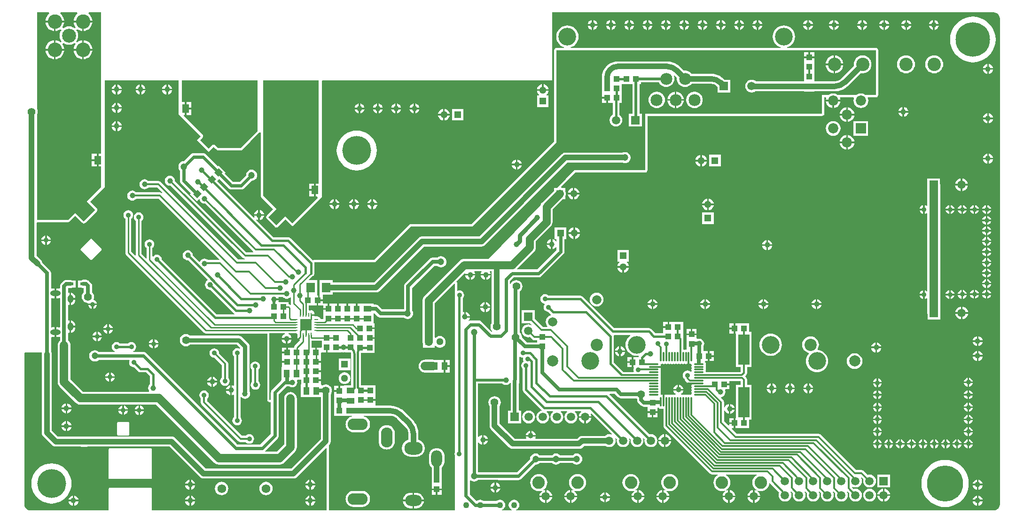
<source format=gbl>
G04*
G04 #@! TF.GenerationSoftware,Altium Limited,Altium Designer,19.1.8 (144)*
G04*
G04 Layer_Physical_Order=2*
G04 Layer_Color=16711680*
%FSLAX24Y24*%
%MOIN*%
G70*
G01*
G75*
%ADD13C,0.0098*%
%ADD15C,0.0094*%
%ADD17C,0.0138*%
%ADD20C,0.0118*%
%ADD113C,0.0728*%
%ADD114R,0.0728X0.0728*%
%ADD122C,0.0197*%
%ADD123C,0.0236*%
%ADD125C,0.0150*%
%ADD126R,0.0433X0.0394*%
%ADD132R,0.0394X0.0433*%
%ADD133C,0.0787*%
%ADD134C,0.0591*%
%ADD153R,0.0579X0.0449*%
%ADD155R,0.0512X0.0591*%
%ADD158R,0.0449X0.0579*%
G04:AMPARAMS|DCode=180|XSize=39.4mil|YSize=43.3mil|CornerRadius=0mil|HoleSize=0mil|Usage=FLASHONLY|Rotation=315.000|XOffset=0mil|YOffset=0mil|HoleType=Round|Shape=Rectangle|*
%AMROTATEDRECTD180*
4,1,4,-0.0292,-0.0014,0.0014,0.0292,0.0292,0.0014,-0.0014,-0.0292,-0.0292,-0.0014,0.0*
%
%ADD180ROTATEDRECTD180*%

%ADD182C,0.0394*%
%ADD183C,0.0315*%
%ADD184C,0.0157*%
%ADD187C,0.0276*%
%ADD188C,0.0591*%
%ADD189C,0.0551*%
%ADD190C,0.0126*%
%ADD192C,0.0433*%
%ADD193C,0.2047*%
%ADD194C,0.2441*%
%ADD195R,0.0512X0.0512*%
%ADD196C,0.0512*%
%ADD197R,0.0512X0.0512*%
%ADD198O,0.0394X0.0571*%
%ADD199O,0.0748X0.0374*%
%ADD200C,0.0620*%
%ADD201C,0.1024*%
%ADD202C,0.0994*%
%ADD203R,0.0591X0.0591*%
%ADD204C,0.0394*%
%ADD205R,0.0591X0.0591*%
%ADD206C,0.1260*%
%ADD207C,0.0850*%
%ADD208O,0.1417X0.0827*%
%ADD209O,0.0827X0.1417*%
%ADD210O,0.0787X0.1181*%
%ADD211O,0.1299X0.0906*%
%ADD212O,0.1181X0.0787*%
%ADD213C,0.0886*%
%ADD214C,0.2559*%
%ADD215C,0.0945*%
%ADD216C,0.0657*%
%ADD217C,0.0866*%
%ADD218C,0.0354*%
%ADD219C,0.0551*%
%ADD220C,0.0472*%
%ADD221C,0.0150*%
%ADD222R,0.0827X0.0827*%
%ADD223O,0.0319X0.0094*%
%ADD224O,0.0094X0.0319*%
%ADD225R,0.0094X0.0319*%
%ADD226O,0.0118X0.0709*%
%ADD227O,0.0709X0.0118*%
%ADD228R,0.0787X0.2165*%
%ADD229R,0.0437X0.0205*%
%ADD230R,0.0630X0.0709*%
%ADD231C,0.0256*%
G36*
X25187Y45039D02*
X24990D01*
Y44587D01*
Y44134D01*
X25187D01*
Y42677D01*
X24163Y41654D01*
X24754Y41063D01*
X23952Y40261D01*
X23346Y40866D01*
X22835Y40354D01*
X20640D01*
Y40866D01*
Y47840D01*
X20668Y47909D01*
X20683Y48022D01*
X20668Y48135D01*
X20640Y48203D01*
Y55069D01*
X21470D01*
X21486Y55042D01*
X21501Y54969D01*
X21418Y54901D01*
X21335Y54799D01*
X21272Y54683D01*
X21234Y54556D01*
X21227Y54484D01*
X22560D01*
X22553Y54556D01*
X22515Y54683D01*
X22453Y54799D01*
X22369Y54901D01*
X22286Y54969D01*
X22301Y55042D01*
X22318Y55069D01*
X23470D01*
X23486Y55042D01*
X23501Y54969D01*
X23418Y54901D01*
X23335Y54799D01*
X23272Y54683D01*
X23234Y54556D01*
X23227Y54484D01*
X24560D01*
X24553Y54556D01*
X24515Y54683D01*
X24453Y54799D01*
X24369Y54901D01*
X24286Y54969D01*
X24301Y55042D01*
X24318Y55069D01*
X25187D01*
X25187Y45039D01*
D02*
G37*
G36*
X80138Y52392D02*
X80138Y49203D01*
X79407D01*
X79383Y49224D01*
X79326Y49262D01*
X79265Y49292D01*
X79200Y49314D01*
X79133Y49327D01*
X79065Y49332D01*
X78997Y49327D01*
X78930Y49314D01*
X78865Y49292D01*
X78804Y49262D01*
X78747Y49224D01*
X78723Y49203D01*
X77439D01*
X77415Y49224D01*
X77358Y49262D01*
X77297Y49292D01*
X77232Y49314D01*
X77165Y49327D01*
X77096Y49332D01*
X77028Y49327D01*
X76961Y49314D01*
X76896Y49292D01*
X76835Y49262D01*
X76778Y49224D01*
X76754Y49203D01*
X76319D01*
Y47894D01*
X63770D01*
Y43874D01*
X58743Y43874D01*
X57540Y42628D01*
X57293D01*
Y42415D01*
X56455Y41577D01*
X56417Y41534D01*
X56386Y41487D01*
X56361Y41436D01*
X56346Y41392D01*
X52683Y37599D01*
X50935D01*
X50935Y37599D01*
X50878Y37596D01*
X50823Y37585D01*
X50769Y37566D01*
X50718Y37541D01*
X50671Y37510D01*
X50628Y37472D01*
X50628Y37472D01*
X48108Y34953D01*
X48071Y34910D01*
X48039Y34863D01*
X48014Y34812D01*
X47996Y34758D01*
X47985Y34702D01*
X47981Y34646D01*
X47981Y34646D01*
Y31703D01*
X47985Y31646D01*
X47996Y31590D01*
X48002Y31573D01*
Y31289D01*
X48286D01*
X48303Y31284D01*
X48359Y31272D01*
X48415Y31269D01*
X48472Y31272D01*
X48528Y31284D01*
X48545Y31289D01*
X48829D01*
Y31428D01*
X48859Y31443D01*
X48879Y31445D01*
X48910Y31410D01*
X48951Y31374D01*
X48996Y31344D01*
X49044Y31320D01*
X49096Y31303D01*
X49149Y31292D01*
X49203Y31288D01*
X49257Y31292D01*
X49310Y31303D01*
X49361Y31320D01*
X49410Y31344D01*
X49455Y31374D01*
X49496Y31410D01*
X49531Y31451D01*
X49562Y31496D01*
X49585Y31544D01*
X49603Y31596D01*
X49613Y31649D01*
X49617Y31703D01*
X49613Y31757D01*
X49603Y31810D01*
X49585Y31861D01*
X49562Y31910D01*
X49531Y31955D01*
X49496Y31996D01*
X49455Y32031D01*
X49410Y32062D01*
X49361Y32085D01*
X49310Y32103D01*
X49257Y32113D01*
X49203Y32117D01*
X49149Y32113D01*
X49096Y32103D01*
X49044Y32085D01*
X48996Y32062D01*
X48951Y32031D01*
X48910Y31996D01*
X48899Y31984D01*
X48849Y32003D01*
Y34466D01*
X50229Y35846D01*
X50276Y35827D01*
Y35124D01*
X50271Y35114D01*
X50259Y35062D01*
X50255Y35010D01*
X50259Y34957D01*
X50271Y34906D01*
X50276Y34896D01*
X50276Y23898D01*
X50261Y23864D01*
X50249Y23812D01*
X50245Y23760D01*
X50249Y23707D01*
X50261Y23656D01*
X50276Y23622D01*
Y19734D01*
X41339D01*
X41339Y24389D01*
X41364Y24414D01*
X41400Y24456D01*
X41429Y24504D01*
X41450Y24556D01*
X41463Y24610D01*
X41468Y24665D01*
Y28000D01*
X41488Y28031D01*
X41513Y28082D01*
X41531Y28136D01*
X41542Y28191D01*
X41546Y28248D01*
X41542Y28305D01*
X41531Y28360D01*
X41513Y28414D01*
X41488Y28465D01*
X41457Y28512D01*
X41419Y28555D01*
X41376Y28592D01*
X41329Y28624D01*
X41278Y28649D01*
X41225Y28667D01*
X41169Y28678D01*
X41112Y28682D01*
X41056Y28678D01*
X41000Y28667D01*
X40946Y28649D01*
X40895Y28624D01*
X40861Y28601D01*
X40811Y28620D01*
Y28675D01*
X40787D01*
Y28917D01*
X40413D01*
Y29035D01*
X40787D01*
Y29262D01*
Y29557D01*
X40413D01*
Y29675D01*
X40787D01*
Y29921D01*
Y30217D01*
X40413D01*
Y30335D01*
X40787D01*
Y30591D01*
Y30909D01*
X40827Y30935D01*
X41122D01*
Y31309D01*
X41240D01*
Y30935D01*
X41496D01*
Y30935D01*
X42205D01*
Y30941D01*
X42244Y30972D01*
X42255Y30970D01*
X42307Y30958D01*
X42362Y30954D01*
X42418Y30958D01*
X42470Y30970D01*
X42480Y30972D01*
X42520Y30941D01*
Y30935D01*
X42893D01*
X42903Y30902D01*
X42907Y30866D01*
X42906Y30862D01*
Y28616D01*
X42407D01*
Y28593D01*
X42126D01*
Y28219D01*
X42067D01*
Y28159D01*
X41713D01*
Y27844D01*
Y27175D01*
X41713D01*
X41713Y27175D01*
Y26467D01*
X42742D01*
X42756Y26465D01*
X42969D01*
X42973Y26415D01*
X42963Y26414D01*
X42902Y26396D01*
X42842Y26371D01*
X42786Y26340D01*
X42734Y26303D01*
X42686Y26261D01*
X42644Y26213D01*
X42606Y26161D01*
X42575Y26104D01*
X42551Y26045D01*
X42533Y25984D01*
X42522Y25920D01*
X42519Y25856D01*
X42522Y25792D01*
X42533Y25729D01*
X42551Y25667D01*
X42575Y25608D01*
X42606Y25552D01*
X42644Y25500D01*
X42686Y25452D01*
X42734Y25409D01*
X42786Y25372D01*
X42842Y25341D01*
X42902Y25317D01*
X42963Y25299D01*
X43027Y25288D01*
X43091Y25285D01*
X43681D01*
X43745Y25288D01*
X43808Y25299D01*
X43870Y25317D01*
X43929Y25341D01*
X43985Y25372D01*
X44038Y25409D01*
X44085Y25452D01*
X44128Y25500D01*
X44165Y25552D01*
X44196Y25608D01*
X44221Y25667D01*
X44239Y25729D01*
X44249Y25792D01*
X44253Y25856D01*
X44249Y25920D01*
X44239Y25984D01*
X44221Y26045D01*
X44196Y26104D01*
X44165Y26161D01*
X44128Y26213D01*
X44085Y26261D01*
X44038Y26303D01*
X43985Y26340D01*
X43929Y26371D01*
X43870Y26396D01*
X43808Y26414D01*
X43798Y26415D01*
X43802Y26465D01*
X45629D01*
X45652Y26460D01*
X45708Y26456D01*
Y26456D01*
X45709Y26456D01*
X45780Y26452D01*
X45851Y26440D01*
X45921Y26420D01*
X45988Y26393D01*
X46051Y26358D01*
X46110Y26316D01*
X46159Y26272D01*
X46164Y26267D01*
X46779Y25651D01*
X46784Y25647D01*
X46828Y25598D01*
X46870Y25539D01*
X46905Y25476D01*
X46932Y25409D01*
X46952Y25340D01*
X46964Y25269D01*
X46966Y25246D01*
X46967Y25197D01*
X46967Y25148D01*
X46967Y25147D01*
Y24753D01*
X46924Y24740D01*
X46861Y24714D01*
X46801Y24681D01*
X46745Y24641D01*
X46694Y24596D01*
X46648Y24544D01*
X46608Y24489D01*
X46575Y24429D01*
X46549Y24365D01*
X46530Y24299D01*
X46519Y24232D01*
X46515Y24163D01*
X46519Y24095D01*
X46530Y24027D01*
X46549Y23962D01*
X46575Y23898D01*
X46608Y23838D01*
X46648Y23782D01*
X46694Y23731D01*
X46745Y23686D01*
X46801Y23646D01*
X46861Y23613D01*
X46924Y23586D01*
X46990Y23568D01*
X47058Y23556D01*
X47126Y23552D01*
X47520D01*
X47588Y23556D01*
X47656Y23568D01*
X47722Y23586D01*
X47785Y23613D01*
X47845Y23646D01*
X47901Y23686D01*
X47952Y23731D01*
X47998Y23782D01*
X48037Y23838D01*
X48070Y23898D01*
X48097Y23962D01*
X48116Y24027D01*
X48127Y24095D01*
X48131Y24163D01*
X48127Y24232D01*
X48116Y24299D01*
X48097Y24365D01*
X48070Y24429D01*
X48037Y24489D01*
X47998Y24544D01*
X47952Y24596D01*
X47901Y24641D01*
X47845Y24681D01*
X47785Y24714D01*
X47722Y24740D01*
X47678Y24753D01*
Y25197D01*
X47678Y25198D01*
X47674Y25303D01*
X47662Y25409D01*
X47641Y25513D01*
X47612Y25615D01*
X47575Y25715D01*
X47531Y25811D01*
X47479Y25904D01*
X47420Y25992D01*
X47354Y26076D01*
X47283Y26153D01*
X47282Y26154D01*
X46666Y26769D01*
X46665Y26770D01*
X46588Y26842D01*
X46505Y26908D01*
X46416Y26967D01*
X46323Y27019D01*
X46227Y27063D01*
X46127Y27100D01*
X46024Y27129D01*
X45920Y27150D01*
X45814Y27162D01*
X45802Y27163D01*
X45763Y27172D01*
X45708Y27176D01*
X44654D01*
X44626Y27215D01*
Y27530D01*
X44272D01*
Y27648D01*
X44626D01*
Y27884D01*
Y28632D01*
X43917D01*
Y28632D01*
X43610D01*
Y30871D01*
X43609Y30878D01*
X43613Y30925D01*
X44577D01*
Y31594D01*
Y31909D01*
X44222D01*
Y32028D01*
X44577D01*
Y32343D01*
X44577D01*
Y32608D01*
X44203D01*
Y32726D01*
X44577D01*
Y33022D01*
X44502D01*
Y33719D01*
X44552Y33740D01*
X44781Y33511D01*
X44781Y33511D01*
X44816Y33481D01*
X44856Y33457D01*
X44899Y33439D01*
X44944Y33428D01*
X44990Y33424D01*
X44990Y33424D01*
X46650D01*
X46669Y33407D01*
X46712Y33379D01*
X46758Y33356D01*
X46807Y33339D01*
X46858Y33329D01*
X46909Y33326D01*
X46961Y33329D01*
X47012Y33339D01*
X47060Y33356D01*
X47107Y33379D01*
X47150Y33407D01*
X47188Y33441D01*
X47222Y33480D01*
X47251Y33523D01*
X47274Y33569D01*
X47291Y33618D01*
X47301Y33669D01*
X47304Y33720D01*
X47301Y33772D01*
X47291Y33823D01*
X47274Y33871D01*
X47251Y33918D01*
X47250Y33920D01*
Y35522D01*
X48814Y37086D01*
X49022D01*
X49041Y37069D01*
X49084Y37040D01*
X49131Y37017D01*
X49179Y37001D01*
X49230Y36991D01*
X49282Y36987D01*
X49333Y36991D01*
X49384Y37001D01*
X49432Y37017D01*
X49479Y37040D01*
X49522Y37069D01*
X49560Y37103D01*
X49595Y37142D01*
X49623Y37185D01*
X49646Y37231D01*
X49663Y37280D01*
X49673Y37330D01*
X49676Y37382D01*
X49673Y37433D01*
X49663Y37484D01*
X49646Y37533D01*
X49623Y37579D01*
X49595Y37622D01*
X49560Y37661D01*
X49522Y37695D01*
X49479Y37724D01*
X49432Y37746D01*
X49384Y37763D01*
X49333Y37773D01*
X49282Y37776D01*
X49230Y37773D01*
X49179Y37763D01*
X49131Y37746D01*
X49084Y37724D01*
X49041Y37695D01*
X49022Y37678D01*
X48691D01*
X48645Y37674D01*
X48599Y37664D01*
X48556Y37646D01*
X48517Y37622D01*
X48482Y37591D01*
X48481Y37591D01*
X46744Y35854D01*
X46714Y35818D01*
X46690Y35779D01*
X46672Y35736D01*
X46661Y35691D01*
X46657Y35644D01*
X46657Y35644D01*
Y34023D01*
X46650Y34017D01*
X45113D01*
X44869Y34261D01*
X44834Y34291D01*
X44794Y34315D01*
X44751Y34333D01*
X44706Y34344D01*
X44659Y34347D01*
X44659Y34347D01*
X44502D01*
Y34433D01*
X43608D01*
Y34409D01*
X43366D01*
Y34035D01*
X43248D01*
Y34409D01*
X42697D01*
Y34035D01*
X42579D01*
Y34409D01*
X42028D01*
Y34035D01*
X41909D01*
Y34409D01*
X41358D01*
Y34035D01*
X41299D01*
Y33976D01*
X40945D01*
Y33661D01*
Y33304D01*
X40739D01*
X40736Y33335D01*
X40724Y33374D01*
X40705Y33409D01*
X40679Y33441D01*
X40648Y33466D01*
X40613Y33485D01*
X40574Y33497D01*
X40534Y33501D01*
X40341D01*
X40305Y33514D01*
X40292Y33549D01*
Y33743D01*
X40288Y33783D01*
X40277Y33821D01*
X40258Y33857D01*
X40232Y33888D01*
X40201Y33914D01*
X40165Y33933D01*
X40127Y33944D01*
X40087Y33948D01*
X40046Y33944D01*
X40008Y33933D01*
X39988Y33922D01*
X39968Y33933D01*
X39930Y33944D01*
X39899Y33947D01*
Y34291D01*
X40463D01*
Y34646D01*
X40522D01*
Y34705D01*
X40896D01*
Y34999D01*
X40896Y35000D01*
X40898Y35049D01*
X41604D01*
Y35206D01*
X44685D01*
X44741Y35210D01*
X44795Y35223D01*
X44846Y35244D01*
X44894Y35273D01*
X44936Y35310D01*
X48090Y38463D01*
X52156D01*
X52211Y38468D01*
X52265Y38481D01*
X52317Y38502D01*
X52364Y38531D01*
X52407Y38568D01*
X58257Y44418D01*
X62163D01*
X62182Y44409D01*
X62231Y44393D01*
X62281Y44382D01*
X62333Y44379D01*
X62384Y44382D01*
X62435Y44393D01*
X62484Y44409D01*
X62530Y44432D01*
X62573Y44461D01*
X62612Y44495D01*
X62646Y44533D01*
X62674Y44576D01*
X62697Y44623D01*
X62714Y44672D01*
X62724Y44722D01*
X62727Y44774D01*
X62724Y44825D01*
X62714Y44876D01*
X62697Y44925D01*
X62674Y44971D01*
X62646Y45014D01*
X62612Y45053D01*
X62573Y45087D01*
X62530Y45115D01*
X62484Y45138D01*
X62435Y45155D01*
X62384Y45165D01*
X62333Y45168D01*
X62281Y45165D01*
X62231Y45155D01*
X62182Y45138D01*
X62163Y45129D01*
X58110D01*
X58055Y45125D01*
X58000Y45112D01*
X57949Y45090D01*
X57901Y45061D01*
X57859Y45025D01*
X52008Y39174D01*
X47943D01*
X47887Y39170D01*
X47833Y39157D01*
X47782Y39136D01*
X47734Y39106D01*
X47692Y39070D01*
X44538Y35916D01*
X41604D01*
Y36073D01*
X40659D01*
Y35050D01*
X40659Y35049D01*
X40658Y35000D01*
X40504D01*
X40502Y35049D01*
X40502D01*
Y36073D01*
X39923D01*
X39904Y36119D01*
X40122Y36337D01*
X40150Y36346D01*
X40191Y36368D01*
X40227Y36397D01*
X40256Y36433D01*
X40278Y36474D01*
X40292Y36519D01*
X40296Y36565D01*
Y37274D01*
X40293Y37312D01*
X40302Y37336D01*
X40321Y37362D01*
X44616Y37362D01*
X47153Y39899D01*
X51503Y39899D01*
X57470Y45866D01*
X57470Y52392D01*
X80138Y52392D01*
D02*
G37*
G36*
X88607Y55052D02*
X88689Y55017D01*
X88763Y54968D01*
X88826Y54905D01*
X88876Y54831D01*
X88910Y54748D01*
X88927Y54663D01*
X88927Y54617D01*
Y54616D01*
X88927Y54616D01*
X88927Y54616D01*
X88927Y20197D01*
X88927Y20151D01*
X88909Y20062D01*
X88875Y19978D01*
X88824Y19902D01*
X88760Y19837D01*
X88684Y19787D01*
X88600Y19752D01*
X88511Y19734D01*
X88465Y19734D01*
X88465Y19734D01*
X54614Y19734D01*
X54605Y19784D01*
X54645Y19801D01*
X54723Y19861D01*
X54783Y19939D01*
X54821Y20030D01*
X54834Y20128D01*
X54821Y20226D01*
X54783Y20317D01*
X54723Y20395D01*
X54645Y20455D01*
X54554Y20492D01*
X54457Y20505D01*
X54359Y20492D01*
X54268Y20455D01*
X54190Y20395D01*
X54130Y20317D01*
X54092Y20226D01*
X54079Y20128D01*
X54092Y20030D01*
X54130Y19939D01*
X54190Y19861D01*
X54268Y19801D01*
X54309Y19784D01*
X54299Y19734D01*
X53614D01*
X53605Y19784D01*
X53645Y19801D01*
X53723Y19861D01*
X53783Y19939D01*
X53821Y20030D01*
X53834Y20128D01*
X53821Y20226D01*
X53783Y20317D01*
X53723Y20395D01*
X53645Y20455D01*
X53554Y20492D01*
X53457Y20505D01*
X53359Y20492D01*
X53268Y20455D01*
X53205Y20406D01*
X52307D01*
X52244Y20455D01*
X52153Y20492D01*
X52055Y20505D01*
X51957Y20492D01*
X51866Y20455D01*
X51806Y20408D01*
X51321Y20893D01*
Y21858D01*
X51371Y21883D01*
X51425Y21841D01*
X51521Y21801D01*
X51624Y21788D01*
X51727Y21801D01*
X51823Y21841D01*
X51905Y21904D01*
X51906Y21906D01*
X54773Y21897D01*
X54773Y21897D01*
X54774Y21897D01*
X54809Y21902D01*
X54845Y21906D01*
X54845Y21907D01*
X54846Y21907D01*
X54879Y21920D01*
X54912Y21934D01*
X54912Y21934D01*
X54913Y21934D01*
X54941Y21956D01*
X54970Y21978D01*
X54970Y21978D01*
X54970Y21979D01*
X55982Y22990D01*
X55994Y22989D01*
X56097Y23002D01*
X56193Y23042D01*
X56275Y23105D01*
X56277Y23108D01*
X57168D01*
X57170Y23105D01*
X57252Y23042D01*
X57348Y23002D01*
X57451Y22989D01*
X57554Y23002D01*
X57649Y23042D01*
X57732Y23105D01*
X57734Y23108D01*
X58625D01*
X58627Y23105D01*
X58709Y23042D01*
X58805Y23002D01*
X58907Y22989D01*
X59010Y23002D01*
X59106Y23042D01*
X59188Y23105D01*
X59251Y23187D01*
X59291Y23283D01*
X59305Y23386D01*
X59291Y23489D01*
X59251Y23584D01*
X59188Y23667D01*
X59106Y23730D01*
X59010Y23769D01*
X58907Y23783D01*
X58805Y23769D01*
X58709Y23730D01*
X58627Y23667D01*
X58625Y23664D01*
X57734D01*
X57732Y23667D01*
X57649Y23730D01*
X57554Y23769D01*
X57451Y23783D01*
X57348Y23769D01*
X57252Y23730D01*
X57170Y23667D01*
X57168Y23664D01*
X56277D01*
X56275Y23667D01*
X56193Y23730D01*
X56097Y23769D01*
X55994Y23783D01*
X55891Y23769D01*
X55796Y23730D01*
X55713Y23667D01*
X55650Y23584D01*
X55611Y23489D01*
X55598Y23393D01*
X54659Y22454D01*
X51912Y22462D01*
Y24536D01*
X51962Y24553D01*
X52001Y24501D01*
X52075Y24444D01*
X52161Y24409D01*
X52195Y24404D01*
Y24754D01*
Y25104D01*
X52161Y25099D01*
X52075Y25063D01*
X52001Y25007D01*
X51962Y24955D01*
X51912Y24972D01*
Y28738D01*
X53642D01*
X53709Y28687D01*
X53795Y28651D01*
X53888Y28639D01*
X53980Y28651D01*
X54066Y28687D01*
X54141Y28743D01*
X54179Y28793D01*
X54229Y28776D01*
X54223Y26821D01*
X54051D01*
Y25915D01*
X54957D01*
Y26821D01*
X54854D01*
X54819Y26856D01*
X54829Y30627D01*
X54879Y30652D01*
X54930Y30613D01*
X55011Y30579D01*
X55071Y30572D01*
X55098Y30568D01*
X55110Y30519D01*
X55105Y30482D01*
X55117Y30395D01*
X55150Y30314D01*
X55146Y30312D01*
X55076Y30258D01*
X55023Y30188D01*
X54989Y30107D01*
X54977Y30020D01*
X54989Y29932D01*
X55023Y29851D01*
X55074Y29784D01*
Y28317D01*
X55092Y28225D01*
X55145Y28147D01*
X56426Y26865D01*
X56408Y26812D01*
X56386Y26809D01*
X56276Y26764D01*
X56181Y26691D01*
X56108Y26596D01*
X56063Y26486D01*
X56047Y26368D01*
X56063Y26250D01*
X56108Y26140D01*
X56181Y26045D01*
X56276Y25973D01*
X56386Y25927D01*
X56504Y25911D01*
X56622Y25927D01*
X56732Y25973D01*
X56827Y26045D01*
X56899Y26140D01*
X56945Y26250D01*
X56961Y26368D01*
X56945Y26486D01*
X56899Y26596D01*
X56827Y26691D01*
X56780Y26727D01*
X56797Y26777D01*
X57211D01*
X57228Y26727D01*
X57181Y26691D01*
X57108Y26596D01*
X57063Y26486D01*
X57047Y26368D01*
X57063Y26250D01*
X57108Y26140D01*
X57181Y26045D01*
X57276Y25973D01*
X57386Y25927D01*
X57504Y25911D01*
X57622Y25927D01*
X57732Y25973D01*
X57827Y26045D01*
X57899Y26140D01*
X57945Y26250D01*
X57961Y26368D01*
X57945Y26486D01*
X57899Y26596D01*
X57827Y26691D01*
X57780Y26727D01*
X57797Y26777D01*
X58211D01*
X58228Y26727D01*
X58181Y26691D01*
X58108Y26596D01*
X58063Y26486D01*
X58047Y26368D01*
X58063Y26250D01*
X58108Y26140D01*
X58181Y26045D01*
X58276Y25973D01*
X58386Y25927D01*
X58504Y25911D01*
X58622Y25927D01*
X58732Y25973D01*
X58827Y26045D01*
X58899Y26140D01*
X58945Y26250D01*
X58961Y26368D01*
X58945Y26486D01*
X58899Y26596D01*
X58827Y26691D01*
X58780Y26727D01*
X58797Y26777D01*
X59211D01*
X59228Y26727D01*
X59181Y26691D01*
X59108Y26596D01*
X59063Y26486D01*
X59055Y26427D01*
X59953D01*
X59945Y26486D01*
X59905Y26584D01*
X59947Y26612D01*
X61390Y25169D01*
X61362Y25126D01*
X61339Y25136D01*
X61220Y25152D01*
X61102Y25136D01*
X60992Y25090D01*
X60917Y25033D01*
X59294D01*
X59201Y25020D01*
X59115Y24985D01*
X59041Y24928D01*
X58939Y24826D01*
X55990D01*
X55965Y24876D01*
X55995Y24947D01*
X55999Y24980D01*
X55300D01*
X55304Y24947D01*
X55334Y24876D01*
X55310Y24826D01*
X54518D01*
X53443Y25901D01*
Y27166D01*
X53464Y27193D01*
X53508Y27298D01*
X53522Y27411D01*
X53508Y27524D01*
X53464Y27630D01*
X53394Y27720D01*
X53304Y27790D01*
X53199Y27833D01*
X53086Y27848D01*
X52973Y27833D01*
X52867Y27790D01*
X52777Y27720D01*
X52707Y27630D01*
X52664Y27524D01*
X52649Y27411D01*
X52664Y27298D01*
X52707Y27193D01*
X52728Y27166D01*
Y25753D01*
X52740Y25660D01*
X52776Y25574D01*
X52833Y25500D01*
X54117Y24216D01*
X54191Y24159D01*
X54278Y24123D01*
X54370Y24111D01*
X59087D01*
X59180Y24123D01*
X59266Y24159D01*
X59340Y24216D01*
X59442Y24318D01*
X60968D01*
X60992Y24299D01*
X61102Y24254D01*
X61220Y24238D01*
X61339Y24254D01*
X61449Y24299D01*
X61543Y24372D01*
X61616Y24467D01*
X61662Y24577D01*
X61677Y24695D01*
X61662Y24813D01*
X61652Y24836D01*
X61694Y24865D01*
X61762Y24797D01*
X61748Y24695D01*
X61764Y24577D01*
X61809Y24467D01*
X61882Y24372D01*
X61976Y24299D01*
X62087Y24254D01*
X62205Y24238D01*
X62323Y24254D01*
X62433Y24299D01*
X62528Y24372D01*
X62600Y24467D01*
X62646Y24577D01*
X62661Y24695D01*
X62646Y24813D01*
X62636Y24836D01*
X62679Y24865D01*
X62746Y24797D01*
X62732Y24695D01*
X62748Y24577D01*
X62793Y24467D01*
X62866Y24372D01*
X62961Y24299D01*
X63071Y24254D01*
X63189Y24238D01*
X63307Y24254D01*
X63417Y24299D01*
X63512Y24372D01*
X63584Y24467D01*
X63630Y24577D01*
X63646Y24695D01*
X63630Y24813D01*
X63620Y24836D01*
X63663Y24865D01*
X63730Y24797D01*
X63717Y24695D01*
X63732Y24577D01*
X63778Y24467D01*
X63850Y24372D01*
X63945Y24299D01*
X64055Y24254D01*
X64173Y24238D01*
X64291Y24254D01*
X64402Y24299D01*
X64496Y24372D01*
X64569Y24467D01*
X64614Y24577D01*
X64630Y24695D01*
X64614Y24813D01*
X64569Y24923D01*
X64496Y25018D01*
X64402Y25090D01*
X64291Y25136D01*
X64173Y25152D01*
X64071Y25138D01*
X61246Y27963D01*
X61265Y28009D01*
X61609D01*
X61837Y27782D01*
X61898Y27734D01*
X61970Y27704D01*
X62047Y27694D01*
X63147D01*
X63156Y27683D01*
X63189Y27657D01*
Y27578D01*
X63199Y27501D01*
X63229Y27429D01*
X63277Y27367D01*
X63463Y27181D01*
X63463Y27181D01*
X63524Y27134D01*
X63596Y27104D01*
X63673Y27094D01*
X63673Y27094D01*
X63937D01*
Y26772D01*
X64291D01*
X64646D01*
Y27029D01*
X64696Y27044D01*
X64726Y26999D01*
X64797Y26951D01*
X64882Y26935D01*
X64966Y26951D01*
X64980Y26961D01*
X64994Y26951D01*
X65055Y26939D01*
Y25758D01*
X65072Y25673D01*
X65119Y25602D01*
X68358Y22364D01*
X68429Y22316D01*
X68514Y22299D01*
X68911D01*
X68924Y22249D01*
X68878Y22224D01*
X68786Y22149D01*
X68711Y22058D01*
X68655Y21953D01*
X68621Y21840D01*
X68609Y21722D01*
X68621Y21605D01*
X68655Y21492D01*
X68711Y21387D01*
X68786Y21296D01*
X68878Y21221D01*
X68982Y21165D01*
X69095Y21131D01*
X69213Y21119D01*
X69330Y21131D01*
X69430Y21161D01*
X69453Y21116D01*
X69382Y21061D01*
X69309Y20967D01*
X69264Y20856D01*
X69256Y20797D01*
X69646D01*
Y21187D01*
X69587Y21179D01*
X69541Y21160D01*
X69519Y21205D01*
X69548Y21221D01*
X69639Y21296D01*
X69714Y21387D01*
X69770Y21492D01*
X69804Y21605D01*
X69816Y21722D01*
X69804Y21840D01*
X69770Y21953D01*
X69714Y22058D01*
X69639Y22149D01*
X69548Y22224D01*
X69501Y22249D01*
X69514Y22299D01*
X71667D01*
X71680Y22249D01*
X71633Y22224D01*
X71542Y22149D01*
X71467Y22058D01*
X71411Y21953D01*
X71377Y21840D01*
X71365Y21722D01*
X71377Y21605D01*
X71411Y21492D01*
X71467Y21387D01*
X71542Y21296D01*
X71633Y21221D01*
X71662Y21205D01*
X71641Y21160D01*
X71595Y21179D01*
X71536Y21187D01*
Y20797D01*
X71925D01*
X71918Y20856D01*
X71872Y20967D01*
X71799Y21061D01*
X71728Y21116D01*
X71751Y21161D01*
X71851Y21131D01*
X71969Y21119D01*
X72086Y21131D01*
X72200Y21165D01*
X72304Y21221D01*
X72395Y21296D01*
X72470Y21387D01*
X72526Y21492D01*
X72560Y21605D01*
X72567Y21673D01*
X72619Y21686D01*
X72639Y21655D01*
X73275Y21019D01*
X73244Y20945D01*
X73228Y20827D01*
X73244Y20709D01*
X73290Y20598D01*
X73362Y20504D01*
X73457Y20431D01*
X73567Y20386D01*
X73685Y20370D01*
X73803Y20386D01*
X73913Y20431D01*
X74008Y20504D01*
X74081Y20598D01*
X74126Y20709D01*
X74142Y20827D01*
X74126Y20945D01*
X74085Y21044D01*
X74128Y21072D01*
X74247Y20953D01*
X74244Y20945D01*
X74228Y20827D01*
X74244Y20709D01*
X74290Y20598D01*
X74362Y20504D01*
X74457Y20431D01*
X74567Y20386D01*
X74685Y20370D01*
X74803Y20386D01*
X74913Y20431D01*
X75008Y20504D01*
X75081Y20598D01*
X75126Y20709D01*
X75142Y20827D01*
X75126Y20945D01*
X75085Y21044D01*
X75128Y21072D01*
X75247Y20953D01*
X75244Y20945D01*
X75228Y20827D01*
X75244Y20709D01*
X75290Y20598D01*
X75362Y20504D01*
X75457Y20431D01*
X75567Y20386D01*
X75685Y20370D01*
X75803Y20386D01*
X75913Y20431D01*
X76008Y20504D01*
X76081Y20598D01*
X76126Y20709D01*
X76142Y20827D01*
X76126Y20945D01*
X76085Y21044D01*
X76128Y21072D01*
X76247Y20953D01*
X76244Y20945D01*
X76228Y20827D01*
X76244Y20709D01*
X76290Y20598D01*
X76362Y20504D01*
X76457Y20431D01*
X76567Y20386D01*
X76685Y20370D01*
X76803Y20386D01*
X76913Y20431D01*
X77008Y20504D01*
X77081Y20598D01*
X77126Y20709D01*
X77142Y20827D01*
X77126Y20945D01*
X77085Y21044D01*
X77128Y21072D01*
X77247Y20953D01*
X77244Y20945D01*
X77228Y20827D01*
X77244Y20709D01*
X77290Y20598D01*
X77362Y20504D01*
X77457Y20431D01*
X77567Y20386D01*
X77685Y20370D01*
X77803Y20386D01*
X77913Y20431D01*
X78008Y20504D01*
X78081Y20598D01*
X78126Y20709D01*
X78142Y20827D01*
X78126Y20945D01*
X78085Y21044D01*
X78128Y21072D01*
X78247Y20953D01*
X78244Y20945D01*
X78228Y20827D01*
X78244Y20709D01*
X78290Y20598D01*
X78362Y20504D01*
X78457Y20431D01*
X78567Y20386D01*
X78685Y20370D01*
X78803Y20386D01*
X78913Y20431D01*
X79008Y20504D01*
X79081Y20598D01*
X79126Y20709D01*
X79142Y20827D01*
X79126Y20945D01*
X79081Y21055D01*
X79008Y21150D01*
X78913Y21222D01*
X78803Y21268D01*
X78685Y21283D01*
X78567Y21268D01*
X78559Y21265D01*
X78440Y21384D01*
X78468Y21427D01*
X78567Y21386D01*
X78685Y21370D01*
X78803Y21386D01*
X78913Y21431D01*
X79008Y21504D01*
X79081Y21598D01*
X79126Y21709D01*
X79142Y21827D01*
X79126Y21945D01*
X79085Y22044D01*
X79128Y22072D01*
X79247Y21953D01*
X79244Y21945D01*
X79228Y21827D01*
X79244Y21709D01*
X79290Y21598D01*
X79362Y21504D01*
X79457Y21431D01*
X79567Y21386D01*
X79685Y21370D01*
X79803Y21386D01*
X79913Y21431D01*
X80008Y21504D01*
X80081Y21598D01*
X80126Y21709D01*
X80142Y21827D01*
X80126Y21945D01*
X80081Y22055D01*
X80008Y22150D01*
X79913Y22222D01*
X79803Y22268D01*
X79685Y22283D01*
X79567Y22268D01*
X79559Y22265D01*
X79276Y22548D01*
X79205Y22596D01*
X79120Y22613D01*
X78743D01*
X76239Y25117D01*
X76167Y25165D01*
X76083Y25181D01*
X70269D01*
X69916Y25534D01*
X69935Y25581D01*
X70039D01*
Y25876D01*
X69724D01*
Y25791D01*
X69678Y25772D01*
X69364Y26086D01*
Y26832D01*
X69414Y26842D01*
X69444Y26770D01*
X69501Y26696D01*
X69575Y26639D01*
X69661Y26604D01*
X69695Y26599D01*
Y26949D01*
Y27298D01*
X69661Y27294D01*
X69575Y27258D01*
X69501Y27202D01*
X69444Y27128D01*
X69414Y27055D01*
X69364Y27065D01*
Y27421D01*
X69348Y27506D01*
X69300Y27577D01*
X69140Y27737D01*
X69158Y27789D01*
X69197Y27795D01*
X69283Y27830D01*
X69357Y27887D01*
X69414Y27961D01*
X69450Y28047D01*
X69462Y28140D01*
X69450Y28232D01*
X69427Y28287D01*
X69460Y28337D01*
X69734D01*
Y28632D01*
X69360D01*
Y28750D01*
X69734D01*
Y28923D01*
X70547D01*
Y28661D01*
X70217D01*
Y26289D01*
X70157D01*
Y25935D01*
Y25581D01*
X71142D01*
Y26181D01*
X71319D01*
Y28661D01*
X70988D01*
Y29016D01*
X70972Y29100D01*
X70924Y29172D01*
X70844Y29252D01*
X70924Y29332D01*
X70972Y29404D01*
X70988Y29488D01*
Y29921D01*
X71319D01*
Y32402D01*
X71142D01*
Y33002D01*
X70157D01*
Y32648D01*
Y32293D01*
X70217D01*
Y29921D01*
X70547D01*
Y29580D01*
X70529Y29561D01*
X69301D01*
X69301Y29561D01*
X68070D01*
X68058Y29622D01*
X68049Y29636D01*
X68058Y29650D01*
X68075Y29734D01*
X68058Y29819D01*
X68049Y29833D01*
X68058Y29847D01*
X68075Y29931D01*
X68058Y30016D01*
X68049Y30029D01*
X68058Y30043D01*
X68075Y30128D01*
X68058Y30212D01*
X68010Y30284D01*
X68010Y30285D01*
X68025Y30335D01*
X68209D01*
Y30689D01*
Y31043D01*
X67896D01*
Y31381D01*
X67908Y31396D01*
X67944Y31482D01*
X67956Y31575D01*
X67944Y31667D01*
X67908Y31753D01*
X67851Y31828D01*
X67777Y31884D01*
X67691Y31920D01*
X67598Y31932D01*
X67506Y31920D01*
X67461Y31902D01*
X67411Y31935D01*
Y32175D01*
X66703D01*
Y31860D01*
Y31197D01*
X66679Y31151D01*
X66654Y31156D01*
X66569Y31139D01*
X66555Y31130D01*
X66541Y31139D01*
X66481Y31151D01*
Y31909D01*
X66464Y31994D01*
X66457Y32005D01*
Y32402D01*
Y33110D01*
X65472D01*
Y32756D01*
X65413D01*
Y32697D01*
X65039D01*
Y32327D01*
X64480D01*
X64196Y32611D01*
X64118Y32663D01*
X64026Y32682D01*
X61556D01*
X59324Y34914D01*
X59246Y34967D01*
X59154Y34985D01*
X56899D01*
X56832Y35036D01*
X56751Y35070D01*
X56663Y35082D01*
X56576Y35070D01*
X56495Y35036D01*
X56425Y34983D01*
X56371Y34913D01*
X56337Y34831D01*
X56326Y34744D01*
X56337Y34657D01*
X56371Y34575D01*
X56425Y34505D01*
X56495Y34452D01*
X56576Y34418D01*
X56607Y34414D01*
X56629Y34361D01*
X56607Y34332D01*
X56574Y34251D01*
X56562Y34163D01*
X56574Y34076D01*
X56607Y33995D01*
X56661Y33925D01*
X56731Y33871D01*
X56812Y33837D01*
X56896Y33826D01*
X57064Y33658D01*
X57077Y33650D01*
X57064Y33598D01*
X56960Y33555D01*
X56858Y33477D01*
X56780Y33375D01*
X56731Y33257D01*
X56714Y33130D01*
X56731Y33003D01*
X56780Y32885D01*
X56837Y32810D01*
X56813Y32760D01*
X56507D01*
X55925Y33342D01*
Y33935D01*
X55020D01*
Y33030D01*
X55613D01*
X55718Y32925D01*
X55689Y32883D01*
X55591Y32923D01*
X55472Y32939D01*
X55354Y32923D01*
X55244Y32878D01*
X55150Y32805D01*
X55077Y32711D01*
X55031Y32600D01*
X55016Y32482D01*
X55031Y32364D01*
X55077Y32254D01*
X55150Y32159D01*
X55244Y32087D01*
X55354Y32041D01*
X55472Y32026D01*
X55591Y32041D01*
X55598Y32044D01*
X55761Y31881D01*
X55833Y31833D01*
X55917Y31817D01*
X56102D01*
Y31666D01*
X55369D01*
X55022Y32014D01*
X55023Y32028D01*
X55009Y32141D01*
X54965Y32246D01*
X54895Y32336D01*
X54884Y32345D01*
Y35292D01*
X54935Y35331D01*
X55004Y35421D01*
X55048Y35527D01*
X55063Y35640D01*
X55048Y35753D01*
X55004Y35858D01*
X54935Y35949D01*
X54844Y36018D01*
X54739Y36062D01*
X54626Y36077D01*
X54513Y36062D01*
X54408Y36018D01*
X54317Y35949D01*
X54248Y35858D01*
X54226Y35805D01*
X54176Y35815D01*
Y36027D01*
X54436Y36287D01*
X56220D01*
X56292Y36296D01*
X56359Y36324D01*
X56417Y36368D01*
X57952Y37904D01*
X57997Y37961D01*
X58024Y38028D01*
X58034Y38100D01*
Y38996D01*
X58169D01*
Y39823D01*
X57343D01*
Y38996D01*
X57478D01*
Y38850D01*
X57428Y38833D01*
X57389Y38885D01*
X57315Y38941D01*
X57228Y38977D01*
X57195Y38981D01*
Y38632D01*
Y38282D01*
X57228Y38287D01*
X57315Y38322D01*
X57389Y38379D01*
X57428Y38431D01*
X57478Y38414D01*
Y38216D01*
X56105Y36843D01*
X54707D01*
X54686Y36893D01*
X55890Y38097D01*
X55959Y38187D01*
X56003Y38292D01*
X56018Y38406D01*
Y38835D01*
X57071Y39888D01*
X57140Y39978D01*
X57184Y40084D01*
X57199Y40197D01*
Y41089D01*
X57911Y41801D01*
X58120D01*
Y42081D01*
X58129Y42102D01*
X58144Y42215D01*
X58129Y42328D01*
X58120Y42348D01*
Y42628D01*
X57840D01*
X57835Y42630D01*
X57816Y42683D01*
X58811Y43713D01*
X63770Y43713D01*
X63831Y43725D01*
X63883Y43760D01*
X63918Y43812D01*
X63930Y43874D01*
Y47733D01*
X76319D01*
X76380Y47745D01*
X76432Y47780D01*
X76467Y47832D01*
X76479Y47894D01*
Y49042D01*
X76583D01*
X76611Y49001D01*
X76588Y48945D01*
X76578Y48868D01*
X77096D01*
X77615D01*
X77605Y48945D01*
X77582Y49001D01*
X77610Y49042D01*
X78552D01*
X78580Y49001D01*
X78557Y48945D01*
X78539Y48809D01*
X78557Y48673D01*
X78609Y48546D01*
X78693Y48437D01*
X78802Y48353D01*
X78929Y48301D01*
X79065Y48283D01*
X79201Y48301D01*
X79328Y48353D01*
X79437Y48437D01*
X79521Y48546D01*
X79573Y48673D01*
X79591Y48809D01*
X79573Y48945D01*
X79550Y49001D01*
X79578Y49042D01*
X80138D01*
X80199Y49054D01*
X80251Y49089D01*
X80286Y49141D01*
X80298Y49203D01*
X80298Y52392D01*
X80286Y52453D01*
X80251Y52505D01*
X80199Y52540D01*
X80138Y52552D01*
X73843Y52552D01*
X73836Y52602D01*
X73905Y52623D01*
X74042Y52696D01*
X74162Y52795D01*
X74260Y52915D01*
X74333Y53052D01*
X74378Y53200D01*
X74394Y53354D01*
X74378Y53509D01*
X74333Y53657D01*
X74260Y53794D01*
X74162Y53914D01*
X74042Y54012D01*
X73905Y54085D01*
X73757Y54130D01*
X73602Y54146D01*
X73448Y54130D01*
X73300Y54085D01*
X73163Y54012D01*
X73043Y53914D01*
X72944Y53794D01*
X72871Y53657D01*
X72826Y53509D01*
X72811Y53354D01*
X72826Y53200D01*
X72871Y53052D01*
X72944Y52915D01*
X73043Y52795D01*
X73163Y52696D01*
X73300Y52623D01*
X73369Y52602D01*
X73362Y52552D01*
X58489Y52552D01*
X58481Y52602D01*
X58551Y52623D01*
X58688Y52696D01*
X58808Y52795D01*
X58906Y52915D01*
X58979Y53052D01*
X59024Y53200D01*
X59039Y53354D01*
X59024Y53509D01*
X58979Y53657D01*
X58906Y53794D01*
X58808Y53914D01*
X58688Y54012D01*
X58551Y54085D01*
X58402Y54130D01*
X58248Y54146D01*
X58094Y54130D01*
X57945Y54085D01*
X57808Y54012D01*
X57689Y53914D01*
X57590Y53794D01*
X57517Y53657D01*
X57472Y53509D01*
X57457Y53354D01*
X57472Y53200D01*
X57517Y53052D01*
X57590Y52915D01*
X57689Y52795D01*
X57808Y52696D01*
X57945Y52623D01*
X58015Y52602D01*
X58007Y52552D01*
X57470D01*
X57409Y52540D01*
X57357Y52505D01*
X57322Y52453D01*
X57310Y52392D01*
X57310Y45933D01*
X51437Y40059D01*
X47153Y40059D01*
X47091Y40047D01*
X47039Y40012D01*
X47039Y40012D01*
X44550Y37523D01*
X40321Y37523D01*
X40309Y37520D01*
X40297Y37521D01*
X40279Y37514D01*
X40260Y37511D01*
X40250Y37504D01*
X40238Y37500D01*
X40224Y37487D01*
X40207Y37476D01*
X40198Y37475D01*
X38612Y39061D01*
X38534Y39113D01*
X38442Y39131D01*
X37394D01*
X36185Y40341D01*
X36213Y40384D01*
X36285Y40354D01*
X36319Y40349D01*
Y40640D01*
X36028D01*
X36033Y40606D01*
X36063Y40534D01*
X36020Y40505D01*
X33415Y43111D01*
X33558Y43254D01*
X34223Y42590D01*
X34280Y42546D01*
X34347Y42518D01*
X34419Y42508D01*
X35118D01*
X35190Y42518D01*
X35257Y42546D01*
X35315Y42590D01*
X35847Y43122D01*
X35851Y43122D01*
X35954Y43136D01*
X36050Y43175D01*
X36132Y43238D01*
X36195Y43321D01*
X36235Y43416D01*
X36248Y43519D01*
X36235Y43622D01*
X36195Y43718D01*
X36132Y43800D01*
X36050Y43863D01*
X35954Y43903D01*
X35851Y43916D01*
X35748Y43903D01*
X35652Y43863D01*
X35570Y43800D01*
X35507Y43718D01*
X35467Y43622D01*
X35454Y43519D01*
X35454Y43516D01*
X35003Y43064D01*
X34534D01*
X33951Y43647D01*
X34019Y43715D01*
X33518Y44216D01*
X33450Y44148D01*
X32589Y45010D01*
X32532Y45054D01*
X32464Y45081D01*
X32393Y45091D01*
X31740D01*
X31668Y45081D01*
X31601Y45054D01*
X31544Y45010D01*
X31056Y44522D01*
X31052Y44522D01*
X30950Y44509D01*
X30854Y44469D01*
X30772Y44406D01*
X30708Y44324D01*
X30669Y44228D01*
X30655Y44125D01*
X30669Y44022D01*
X30708Y43927D01*
X30772Y43844D01*
X30774Y43842D01*
Y43130D01*
X30784Y43058D01*
X30812Y42991D01*
X30856Y42933D01*
X31541Y42248D01*
X31473Y42181D01*
X31974Y41679D01*
X32117Y41822D01*
X32170Y41805D01*
X32174Y41768D01*
X32210Y41682D01*
X32267Y41608D01*
X32341Y41551D01*
X32427Y41515D01*
X32520Y41503D01*
X32555Y41508D01*
X35973Y38090D01*
X35958Y38040D01*
X35487D01*
X30414Y43112D01*
X30416Y43130D01*
X30404Y43222D01*
X30369Y43309D01*
X30312Y43383D01*
X30238Y43439D01*
X30152Y43475D01*
X30059Y43487D01*
X29967Y43475D01*
X29880Y43439D01*
X29806Y43383D01*
X29750Y43309D01*
X29714Y43222D01*
X29702Y43130D01*
X29714Y43037D01*
X29750Y42951D01*
X29806Y42877D01*
X29880Y42820D01*
X29967Y42785D01*
X30059Y42773D01*
X30111Y42779D01*
X35235Y37656D01*
X35308Y37607D01*
X35356Y37598D01*
X35351Y37548D01*
X34896D01*
X29406Y43038D01*
X29333Y43087D01*
X29247Y43104D01*
X28531D01*
X28510Y43132D01*
X28436Y43189D01*
X28350Y43224D01*
X28257Y43237D01*
X28165Y43224D01*
X28078Y43189D01*
X28004Y43132D01*
X27948Y43058D01*
X27912Y42972D01*
X27900Y42879D01*
X27912Y42787D01*
X27948Y42701D01*
X28004Y42627D01*
X28078Y42570D01*
X28165Y42534D01*
X28257Y42522D01*
X28350Y42534D01*
X28436Y42570D01*
X28510Y42627D01*
X28531Y42654D01*
X29154D01*
X29517Y42291D01*
X29485Y42252D01*
X29435Y42286D01*
X29349Y42303D01*
X27665D01*
X27644Y42331D01*
X27570Y42387D01*
X27483Y42423D01*
X27391Y42435D01*
X27298Y42423D01*
X27212Y42387D01*
X27138Y42331D01*
X27081Y42257D01*
X27046Y42170D01*
X27034Y42078D01*
X27046Y41985D01*
X27081Y41899D01*
X27138Y41825D01*
X27212Y41768D01*
X27298Y41733D01*
X27391Y41720D01*
X27483Y41733D01*
X27570Y41768D01*
X27644Y41825D01*
X27665Y41853D01*
X29256D01*
X33555Y37554D01*
X33536Y37508D01*
X32760D01*
X32689Y37563D01*
X32602Y37599D01*
X32510Y37611D01*
X32417Y37599D01*
X32331Y37563D01*
X32257Y37507D01*
X32200Y37433D01*
X32183Y37390D01*
X32134Y37380D01*
X31684Y37830D01*
X31686Y37844D01*
X31674Y37937D01*
X31638Y38023D01*
X31581Y38097D01*
X31507Y38154D01*
X31421Y38190D01*
X31329Y38202D01*
X31236Y38190D01*
X31150Y38154D01*
X31076Y38097D01*
X31019Y38023D01*
X30984Y37937D01*
X30971Y37844D01*
X30984Y37752D01*
X31019Y37666D01*
X31076Y37592D01*
X31150Y37535D01*
X31236Y37499D01*
X31329Y37487D01*
X31344Y37489D01*
X32727Y36106D01*
X32713Y36049D01*
X32651Y36001D01*
X32594Y35927D01*
X32558Y35841D01*
X32546Y35748D01*
X32558Y35656D01*
X32594Y35569D01*
X32651Y35495D01*
X32725Y35439D01*
X32811Y35403D01*
X32904Y35391D01*
X32918Y35393D01*
X34564Y33747D01*
X34640Y33696D01*
X34640Y33693D01*
X34623Y33646D01*
X33376D01*
X29469Y37554D01*
X29458Y37638D01*
X29424Y37719D01*
X29371Y37789D01*
X29301Y37843D01*
X29219Y37876D01*
X29132Y37888D01*
X29044Y37876D01*
X28963Y37843D01*
X28893Y37789D01*
X28870Y37759D01*
X28820Y37776D01*
Y38371D01*
X28850Y38394D01*
X28904Y38464D01*
X28937Y38546D01*
X28949Y38633D01*
X28937Y38720D01*
X28904Y38802D01*
X28850Y38872D01*
X28780Y38925D01*
X28699Y38959D01*
X28611Y38970D01*
X28524Y38959D01*
X28443Y38925D01*
X28373Y38872D01*
X28319Y38802D01*
X28285Y38720D01*
X28274Y38633D01*
X28285Y38546D01*
X28319Y38464D01*
X28373Y38394D01*
X28403Y38371D01*
Y37637D01*
X28357Y37618D01*
X28045Y37929D01*
Y40281D01*
X28075Y40304D01*
X28129Y40374D01*
X28163Y40455D01*
X28174Y40542D01*
X28163Y40630D01*
X28129Y40711D01*
X28075Y40781D01*
X28005Y40835D01*
X27924Y40868D01*
X27837Y40880D01*
X27749Y40868D01*
X27668Y40835D01*
X27598Y40781D01*
X27544Y40711D01*
X27511Y40630D01*
X27499Y40542D01*
X27511Y40455D01*
X27544Y40374D01*
X27598Y40304D01*
X27628Y40281D01*
Y37856D01*
X27583Y37830D01*
X27309Y38104D01*
Y40438D01*
X27339Y40461D01*
X27393Y40531D01*
X27427Y40613D01*
X27438Y40700D01*
X27427Y40787D01*
X27393Y40869D01*
X27339Y40939D01*
X27269Y40992D01*
X27188Y41026D01*
X27101Y41037D01*
X27013Y41026D01*
X26932Y40992D01*
X26862Y40939D01*
X26808Y40869D01*
X26775Y40787D01*
X26763Y40700D01*
X26775Y40613D01*
X26808Y40531D01*
X26862Y40461D01*
X26892Y40438D01*
Y38017D01*
X26908Y37938D01*
X26953Y37870D01*
X31048Y33775D01*
X32463Y32360D01*
X32530Y32315D01*
X32610Y32299D01*
X36956D01*
X36956Y27589D01*
X36968Y27527D01*
X37003Y27475D01*
X37055Y27440D01*
X37116Y27428D01*
X37217D01*
Y25169D01*
X36479Y24432D01*
X34849D01*
X28376Y30905D01*
X28318Y30949D01*
X28251Y30977D01*
X28179Y30987D01*
X27455D01*
X27445Y31037D01*
X27492Y31056D01*
X27562Y31110D01*
X27615Y31180D01*
X27649Y31261D01*
X27660Y31348D01*
X27649Y31436D01*
X27615Y31517D01*
X27562Y31587D01*
X27492Y31641D01*
X27410Y31674D01*
X27323Y31686D01*
X27235Y31674D01*
X27154Y31641D01*
X27087Y31589D01*
X26506D01*
X26438Y31641D01*
X26357Y31674D01*
X26270Y31686D01*
X26182Y31674D01*
X26101Y31641D01*
X26031Y31587D01*
X25977Y31517D01*
X25944Y31436D01*
X25932Y31348D01*
X25944Y31261D01*
X25977Y31180D01*
X26031Y31110D01*
X26101Y31056D01*
X26148Y31037D01*
X26138Y30987D01*
X25007D01*
X25005Y30989D01*
X24923Y31053D01*
X24827Y31092D01*
X24724Y31106D01*
X24622Y31092D01*
X24526Y31053D01*
X24444Y30989D01*
X24381Y30907D01*
X24341Y30811D01*
X24327Y30709D01*
X24341Y30606D01*
X24381Y30510D01*
X24444Y30428D01*
X24526Y30365D01*
X24622Y30325D01*
X24724Y30312D01*
X24827Y30325D01*
X24923Y30365D01*
X25005Y30428D01*
X25007Y30431D01*
X27178D01*
X27207Y30381D01*
X27184Y30324D01*
X27172Y30236D01*
X27184Y30149D01*
X27218Y30067D01*
X27271Y29998D01*
X27341Y29944D01*
X27422Y29910D01*
X27506Y29899D01*
X27792Y29613D01*
X27870Y29561D01*
X27963Y29543D01*
X28384D01*
X28627Y29300D01*
Y28687D01*
X28615Y28678D01*
X28559Y28604D01*
X28523Y28518D01*
X28511Y28425D01*
X28523Y28333D01*
X28559Y28247D01*
X28584Y28213D01*
X28559Y28163D01*
X23880Y28163D01*
X23006Y29038D01*
Y31447D01*
X22990Y31565D01*
X22945Y31675D01*
X22872Y31770D01*
X22837Y31797D01*
Y32333D01*
X22879Y32360D01*
X22900Y32352D01*
X22933Y32347D01*
Y32785D01*
Y33224D01*
X22900Y33219D01*
X22879Y33211D01*
X22837Y33238D01*
Y34301D01*
X22879Y34329D01*
X22900Y34320D01*
X22933Y34316D01*
Y34754D01*
Y35192D01*
X22900Y35188D01*
X22879Y35179D01*
X22837Y35207D01*
Y35519D01*
X22996D01*
X23071Y35529D01*
X23115Y35547D01*
X23372D01*
Y36067D01*
X23115D01*
X23071Y36085D01*
X22996Y36095D01*
X22717D01*
X22642Y36085D01*
X22573Y36056D01*
X22513Y36011D01*
X22346Y35843D01*
X22300Y35784D01*
X22271Y35714D01*
X22261Y35640D01*
Y35505D01*
X22220Y35478D01*
X22206Y35483D01*
X22116Y35495D01*
X21988D01*
Y35148D01*
Y34800D01*
X22116D01*
X22206Y34812D01*
X22220Y34818D01*
X22261Y34790D01*
Y32749D01*
X22220Y32722D01*
X22206Y32727D01*
X22116Y32739D01*
X21988D01*
Y32392D01*
Y32044D01*
X22116D01*
X22206Y32056D01*
X22220Y32062D01*
X22261Y32034D01*
Y31797D01*
X22226Y31770D01*
X22154Y31675D01*
X22108Y31565D01*
X22093Y31447D01*
Y28848D01*
X22108Y28730D01*
X22154Y28620D01*
X22226Y28526D01*
X23368Y27384D01*
X23463Y27311D01*
X23573Y27266D01*
X23691Y27250D01*
X29083Y27250D01*
X33201Y23132D01*
X33295Y23059D01*
X33405Y23014D01*
X33524Y22998D01*
X37835D01*
X37953Y23014D01*
X38063Y23059D01*
X38158Y23132D01*
X38935Y23909D01*
X39008Y24004D01*
X39053Y24114D01*
X39069Y24232D01*
Y27677D01*
X39053Y27795D01*
X39008Y27905D01*
X38935Y28000D01*
X38841Y28073D01*
X38730Y28118D01*
X38612Y28134D01*
X38494Y28118D01*
X38384Y28073D01*
X38289Y28000D01*
X38217Y27905D01*
X38171Y27795D01*
X38156Y27677D01*
Y24421D01*
X37645Y23911D01*
X36814D01*
X36798Y23944D01*
X36795Y23961D01*
X37691Y24857D01*
X37736Y24915D01*
X37763Y24982D01*
X37773Y25054D01*
Y28000D01*
X38324Y28551D01*
X38520D01*
X38561Y28519D01*
X38648Y28484D01*
X38740Y28471D01*
X38833Y28484D01*
X38919Y28519D01*
X38993Y28576D01*
X39050Y28650D01*
X39085Y28736D01*
X39098Y28829D01*
X39085Y28921D01*
X39069Y28960D01*
X39097Y29002D01*
X39370D01*
Y28675D01*
X39346D01*
Y27782D01*
X40755D01*
Y24813D01*
X38661Y22720D01*
X32589D01*
X30430Y24879D01*
X30356Y24935D01*
X30270Y24971D01*
X30177Y24983D01*
X24172D01*
X24097Y24974D01*
X23836D01*
X23761Y24983D01*
X22107D01*
X21686Y25404D01*
Y30817D01*
X21674Y30909D01*
X21638Y30996D01*
X21627Y31011D01*
Y32018D01*
X21677Y32053D01*
X21742Y32044D01*
X21870D01*
Y32392D01*
Y32739D01*
X21742D01*
X21677Y32731D01*
X21627Y32766D01*
Y34773D01*
X21677Y34809D01*
X21742Y34800D01*
X21870D01*
Y35148D01*
Y35495D01*
X21742D01*
X21677Y35486D01*
X21627Y35522D01*
Y36575D01*
X21627Y36575D01*
X21616Y36652D01*
X21587Y36724D01*
X21539Y36785D01*
X21539Y36785D01*
X21017Y37308D01*
X21014Y37327D01*
X20979Y37413D01*
X20922Y37487D01*
X20603Y37806D01*
Y40164D01*
X20640Y40194D01*
X22835D01*
X22835Y40194D01*
X22896Y40206D01*
X22948Y40241D01*
X23346Y40639D01*
X23838Y40147D01*
X23890Y40112D01*
X23952Y40100D01*
X23971Y40104D01*
X23971Y40103D01*
X23972Y40104D01*
X24013Y40112D01*
X24065Y40147D01*
X24867Y40949D01*
X24902Y41002D01*
X24910Y41042D01*
X24911Y41043D01*
X24911Y41044D01*
X24915Y41063D01*
X24902Y41124D01*
X24867Y41177D01*
X24400Y41644D01*
X25423Y42667D01*
X25423Y50256D01*
X30679Y50256D01*
X30679Y47864D01*
X32244Y46299D01*
X31964Y46019D01*
X32795Y45187D01*
X33142Y45533D01*
X33421Y45295D01*
X35178Y45295D01*
X36384Y46565D01*
X36493D01*
X36493Y42077D01*
X36505Y42015D01*
X36540Y41963D01*
X36540Y41963D01*
X37381Y41122D01*
X36924Y40665D01*
X36889Y40613D01*
X36877Y40551D01*
X36889Y40490D01*
X36924Y40438D01*
X36924Y40438D01*
X37500Y39862D01*
X37552Y39827D01*
X37613Y39815D01*
X37675Y39827D01*
X37727Y39862D01*
X38245Y40381D01*
X38624Y40002D01*
X38676Y39967D01*
X38686Y39965D01*
X38755Y39897D01*
X40827Y41968D01*
X40827Y50221D01*
X40862Y50256D01*
X57185Y50246D01*
X57185Y55069D01*
X88474Y55069D01*
X88519Y55069D01*
X88607Y55052D01*
D02*
G37*
G36*
X36260Y50256D02*
Y47520D01*
X36260Y46667D01*
X35109Y45456D01*
X33480Y45456D01*
X33246Y45656D01*
X33224Y45668D01*
X33203Y45682D01*
X33197Y45683D01*
X33191Y45686D01*
X33166Y45689D01*
X33142Y45694D01*
X33135Y45693D01*
X33129Y45693D01*
X33105Y45687D01*
X33080Y45682D01*
X33075Y45678D01*
X33069Y45676D01*
X33049Y45661D01*
X33028Y45647D01*
X32795Y45414D01*
X32191Y46019D01*
X32358Y46186D01*
X32392Y46238D01*
X32405Y46299D01*
X32392Y46361D01*
X32358Y46413D01*
X31021Y47749D01*
X31040Y47795D01*
X31112D01*
Y48248D01*
X31171D01*
D01*
X31112D01*
Y48701D01*
X30915D01*
Y50256D01*
X33622Y50256D01*
X36260Y50256D01*
D02*
G37*
G36*
X40591Y42933D02*
X40394D01*
Y42480D01*
Y42028D01*
X40508D01*
X40550Y41928D01*
X39557Y40935D01*
X38738Y40116D01*
X38245Y40608D01*
X37613Y39975D01*
X37037Y40551D01*
X37608Y41122D01*
X36654Y42077D01*
X36654Y50256D01*
X40591Y50256D01*
X40591Y42933D01*
D02*
G37*
G36*
X52871Y33021D02*
X52850Y32994D01*
X52806Y32889D01*
X52792Y32776D01*
X52806Y32663D01*
X52850Y32557D01*
X52913Y32475D01*
X52908Y32442D01*
X52898Y32420D01*
X52887Y32417D01*
X52175Y33130D01*
X52117Y33174D01*
X52050Y33202D01*
X51978Y33211D01*
X51378D01*
X51306Y33202D01*
X51270Y33187D01*
X51258Y33200D01*
X51243Y33230D01*
X51294Y33296D01*
X51329Y33382D01*
X51334Y33415D01*
X50984D01*
Y33474D01*
X50925D01*
Y33824D01*
X50892Y33820D01*
X50868Y33810D01*
X50826Y33838D01*
Y34769D01*
X50829Y34771D01*
X50883Y34841D01*
X50917Y34922D01*
X50928Y35010D01*
X50917Y35097D01*
X50883Y35179D01*
X50829Y35249D01*
X50759Y35302D01*
X50678Y35336D01*
X50591Y35347D01*
X50503Y35336D01*
X50478Y35325D01*
X50436Y35353D01*
Y35827D01*
X50424Y35888D01*
X50389Y35940D01*
X50385Y35943D01*
X50380Y35993D01*
X50955Y36568D01*
X51009Y36558D01*
X51012Y36554D01*
X51009Y36526D01*
X51708D01*
X51703Y36559D01*
X51668Y36645D01*
X51642Y36679D01*
X51667Y36729D01*
X52152D01*
X52177Y36679D01*
X52151Y36645D01*
X52115Y36559D01*
X52111Y36526D01*
X52810D01*
X52806Y36559D01*
X52770Y36645D01*
X52745Y36679D01*
X52769Y36729D01*
X52871D01*
Y33021D01*
D02*
G37*
G36*
X38085Y34867D02*
X38128Y34831D01*
X38175Y34801D01*
X38227Y34780D01*
X38281Y34767D01*
X38337Y34763D01*
X38392Y34767D01*
X38446Y34780D01*
X38498Y34801D01*
X38546Y34831D01*
X38588Y34867D01*
X38591Y34870D01*
X38641Y34852D01*
Y34419D01*
X38645Y34379D01*
X38654Y34348D01*
X38651Y34345D01*
X38611Y34320D01*
X38580Y34346D01*
X38544Y34365D01*
X38505Y34377D01*
X38465Y34381D01*
Y34528D01*
X37778D01*
X37748Y34578D01*
X37759Y34605D01*
X37771Y34656D01*
X37421D01*
Y34774D01*
X37771D01*
X37759Y34824D01*
X37750Y34847D01*
X37783Y34897D01*
X38060D01*
X38085Y34867D01*
D02*
G37*
G36*
X39081Y32290D02*
X39094Y32254D01*
Y32060D01*
X39098Y32020D01*
X39109Y31982D01*
X39128Y31946D01*
X39154Y31915D01*
X39185Y31890D01*
X39221Y31871D01*
X39259Y31859D01*
X39285Y31856D01*
X39289Y31807D01*
X38916Y31434D01*
X38890Y31403D01*
X38871Y31367D01*
X38859Y31328D01*
X38856Y31299D01*
X38425D01*
Y30945D01*
X38366D01*
Y30886D01*
X37992D01*
Y30591D01*
Y30335D01*
X38366D01*
Y30217D01*
X37992D01*
Y29936D01*
X37969Y29896D01*
X37969Y29896D01*
X37969Y29896D01*
Y29002D01*
X37969Y29002D01*
X37969D01*
X37949Y28960D01*
X37299Y28310D01*
X37271Y28277D01*
X37248Y28240D01*
X37232Y28200D01*
X37222Y28158D01*
X37218Y28115D01*
Y27589D01*
X37116D01*
X37116Y32302D01*
X38204D01*
X38214Y32252D01*
X38175Y32236D01*
X38128Y32207D01*
X38085Y32171D01*
X38049Y32128D01*
X38020Y32081D01*
X37999Y32029D01*
X37986Y31978D01*
X38687D01*
X38675Y32029D01*
X38653Y32081D01*
X38624Y32128D01*
X38588Y32171D01*
X38546Y32207D01*
X38498Y32236D01*
X38459Y32252D01*
X38469Y32302D01*
X38964D01*
X38966Y32302D01*
X39045D01*
X39081Y32290D01*
D02*
G37*
G36*
X40827Y31325D02*
X40787Y31299D01*
X40472D01*
Y30945D01*
X40354D01*
Y31299D01*
X40095D01*
Y31750D01*
X40118Y31771D01*
X40827D01*
Y31325D01*
D02*
G37*
G36*
X66766Y30140D02*
X66850Y30124D01*
X66935Y30140D01*
X66949Y30150D01*
X66963Y30140D01*
X67044Y30124D01*
X67060Y30043D01*
X67069Y30029D01*
X67060Y30016D01*
X67043Y29931D01*
X67060Y29847D01*
X67069Y29833D01*
X67060Y29819D01*
X67043Y29734D01*
X67060Y29650D01*
X67065Y29642D01*
X67051Y29592D01*
X67038Y29585D01*
X67000Y29577D01*
X66940Y29623D01*
X66859Y29657D01*
X66772Y29668D01*
X66684Y29657D01*
X66603Y29623D01*
X66533Y29569D01*
X66479Y29499D01*
X66446Y29418D01*
X66434Y29331D01*
X66446Y29243D01*
X66479Y29162D01*
X66533Y29092D01*
X66559Y29072D01*
X66568Y29030D01*
X66616Y28958D01*
X66783Y28791D01*
X66855Y28743D01*
X66939Y28726D01*
X67048D01*
X67060Y28665D01*
X67069Y28652D01*
X67060Y28638D01*
X67043Y28553D01*
X67060Y28469D01*
X67069Y28455D01*
X67060Y28441D01*
X67043Y28356D01*
X67060Y28272D01*
X67069Y28258D01*
X67060Y28244D01*
X67043Y28159D01*
X67060Y28075D01*
X67069Y28061D01*
X67060Y28047D01*
X67044Y27966D01*
X66963Y27950D01*
X66949Y27941D01*
X66935Y27950D01*
X66850Y27967D01*
X66766Y27950D01*
X66752Y27941D01*
X66738Y27950D01*
X66654Y27967D01*
X66569Y27950D01*
X66555Y27941D01*
X66541Y27950D01*
X66457Y27967D01*
X66372Y27950D01*
X66370Y27948D01*
X66329Y27959D01*
X66323Y27962D01*
X66318Y28011D01*
X66375Y28054D01*
X66432Y28128D01*
X66467Y28215D01*
X66472Y28248D01*
X65772D01*
X65777Y28215D01*
X65813Y28128D01*
X65869Y28054D01*
X65935Y28004D01*
X65919Y27956D01*
X65866Y27967D01*
X65782Y27950D01*
X65768Y27941D01*
X65754Y27950D01*
X65669Y27967D01*
X65585Y27950D01*
X65571Y27941D01*
X65557Y27950D01*
X65472Y27967D01*
X65388Y27950D01*
X65374Y27941D01*
X65360Y27950D01*
X65276Y27967D01*
X65191Y27950D01*
X65177Y27941D01*
X65163Y27950D01*
X65079Y27967D01*
X64994Y27950D01*
X64980Y27941D01*
X64966Y27950D01*
X64885Y27966D01*
X64869Y28047D01*
X64860Y28061D01*
X64869Y28075D01*
X64886Y28159D01*
X64869Y28244D01*
X64860Y28258D01*
X64869Y28272D01*
X64886Y28356D01*
X64869Y28441D01*
X64860Y28455D01*
X64869Y28469D01*
X64886Y28553D01*
X64869Y28638D01*
X64860Y28652D01*
X64869Y28665D01*
X64886Y28750D01*
X64869Y28834D01*
X64860Y28848D01*
X64869Y28862D01*
X64886Y28947D01*
X64869Y29031D01*
X64860Y29045D01*
X64869Y29059D01*
X64886Y29144D01*
X64869Y29228D01*
X64860Y29242D01*
X64869Y29256D01*
X64886Y29340D01*
X64869Y29425D01*
X64860Y29439D01*
X64869Y29453D01*
X64886Y29537D01*
X64869Y29622D01*
X64860Y29636D01*
X64869Y29650D01*
X64886Y29734D01*
X64869Y29819D01*
X64860Y29833D01*
X64869Y29847D01*
X64886Y29931D01*
X64869Y30016D01*
X64860Y30029D01*
X64869Y30043D01*
X64885Y30124D01*
X64966Y30140D01*
X64980Y30150D01*
X64994Y30140D01*
X65079Y30124D01*
X65163Y30140D01*
X65177Y30150D01*
X65191Y30140D01*
X65276Y30124D01*
X65360Y30140D01*
X65374Y30150D01*
X65388Y30140D01*
X65472Y30124D01*
X65557Y30140D01*
X65571Y30150D01*
X65585Y30140D01*
X65669Y30124D01*
X65754Y30140D01*
X65768Y30150D01*
X65782Y30140D01*
X65866Y30124D01*
X65951Y30140D01*
X65965Y30150D01*
X65978Y30140D01*
X66063Y30124D01*
X66147Y30140D01*
X66161Y30150D01*
X66175Y30140D01*
X66260Y30124D01*
X66344Y30140D01*
X66358Y30150D01*
X66372Y30140D01*
X66457Y30124D01*
X66541Y30140D01*
X66555Y30150D01*
X66569Y30140D01*
X66654Y30124D01*
X66738Y30140D01*
X66752Y30150D01*
X66766Y30140D01*
D02*
G37*
G36*
X62718Y32178D02*
X62719Y32150D01*
X62604Y32056D01*
X62506Y31936D01*
X62432Y31799D01*
X62387Y31650D01*
X62372Y31496D01*
X62387Y31342D01*
X62432Y31193D01*
X62506Y31056D01*
X62604Y30937D01*
X62724Y30838D01*
X62861Y30765D01*
X63009Y30720D01*
X63163Y30705D01*
X63283Y30717D01*
X63296Y30706D01*
X63318Y30670D01*
X63308Y30620D01*
X62933D01*
Y30266D01*
Y29905D01*
X62962Y29861D01*
X62942Y29812D01*
X62930Y29724D01*
X62942Y29637D01*
X62956Y29603D01*
X62928Y29561D01*
X62236D01*
X61540Y30257D01*
Y32087D01*
X61527Y32150D01*
X61563Y32200D01*
X62712D01*
X62718Y32178D01*
D02*
G37*
G36*
X20961Y30965D02*
X20989Y30923D01*
X20984Y30909D01*
X20971Y30817D01*
Y25256D01*
X20984Y25163D01*
X21019Y25077D01*
X21076Y25003D01*
X21706Y24373D01*
X21780Y24316D01*
X21866Y24281D01*
X21959Y24269D01*
X23696D01*
X23771Y24259D01*
X24162D01*
X24237Y24269D01*
X30029D01*
X32188Y22109D01*
X32262Y22053D01*
X32348Y22017D01*
X32441Y22005D01*
X38809D01*
X38902Y22017D01*
X38988Y22053D01*
X39062Y22109D01*
X41132Y24180D01*
X41178Y24160D01*
X41178Y19734D01*
X28779Y19734D01*
Y21270D01*
X28773Y21300D01*
X28756Y21326D01*
X28730Y21344D01*
X28699Y21350D01*
X27778D01*
X27747Y21344D01*
X27738Y21338D01*
X27730Y21344D01*
X27699Y21350D01*
X26778D01*
X26747Y21344D01*
X26738Y21338D01*
X26730Y21344D01*
X26699Y21350D01*
X25778D01*
X25747Y21344D01*
X25721Y21326D01*
X25703Y21300D01*
X25697Y21270D01*
Y19734D01*
X20187D01*
X20142Y19734D01*
X20055Y19752D01*
X19972Y19786D01*
X19898Y19835D01*
X19835Y19898D01*
X19786Y19972D01*
X19752Y20055D01*
X19735Y20142D01*
X19735Y20187D01*
X19734Y30929D01*
X19770Y30965D01*
X20961Y30965D01*
D02*
G37*
%LPC*%
G36*
X23835Y54366D02*
X23227D01*
X23234Y54294D01*
X23272Y54168D01*
X23335Y54052D01*
X23365Y54014D01*
X23294Y53943D01*
X23259Y53972D01*
X23145Y54033D01*
X23022Y54070D01*
X22894Y54083D01*
X22765Y54070D01*
X22642Y54033D01*
X22528Y53972D01*
X22493Y53943D01*
X22422Y54014D01*
X22453Y54052D01*
X22515Y54168D01*
X22553Y54294D01*
X22560Y54366D01*
X21953D01*
Y53758D01*
X22025Y53766D01*
X22151Y53804D01*
X22267Y53866D01*
X22305Y53897D01*
X22376Y53826D01*
X22347Y53790D01*
X22286Y53677D01*
X22249Y53553D01*
X22236Y53425D01*
X22249Y53297D01*
X22286Y53174D01*
X22347Y53060D01*
X22376Y53025D01*
X22305Y52953D01*
X22267Y52984D01*
X22151Y53047D01*
X22025Y53085D01*
X21953Y53092D01*
Y52484D01*
X22560D01*
X22553Y52556D01*
X22515Y52683D01*
X22453Y52799D01*
X22422Y52836D01*
X22493Y52908D01*
X22528Y52879D01*
X22642Y52818D01*
X22765Y52780D01*
X22894Y52768D01*
X23022Y52780D01*
X23145Y52818D01*
X23259Y52879D01*
X23294Y52908D01*
X23365Y52836D01*
X23335Y52799D01*
X23272Y52683D01*
X23234Y52556D01*
X23227Y52484D01*
X23835D01*
Y53092D01*
X23762Y53085D01*
X23636Y53047D01*
X23520Y52984D01*
X23482Y52953D01*
X23411Y53025D01*
X23440Y53060D01*
X23501Y53174D01*
X23539Y53297D01*
X23551Y53425D01*
X23539Y53553D01*
X23501Y53677D01*
X23440Y53790D01*
X23411Y53826D01*
X23482Y53897D01*
X23520Y53866D01*
X23636Y53804D01*
X23762Y53766D01*
X23835Y53758D01*
Y54366D01*
D02*
G37*
G36*
X24560D02*
X23953D01*
Y53758D01*
X24025Y53766D01*
X24151Y53804D01*
X24267Y53866D01*
X24369Y53950D01*
X24453Y54052D01*
X24515Y54168D01*
X24553Y54294D01*
X24560Y54366D01*
D02*
G37*
G36*
X21835D02*
X21227D01*
X21234Y54294D01*
X21272Y54168D01*
X21335Y54052D01*
X21418Y53950D01*
X21520Y53866D01*
X21636Y53804D01*
X21762Y53766D01*
X21835Y53758D01*
Y54366D01*
D02*
G37*
G36*
X23953Y53092D02*
Y52484D01*
X24560D01*
X24553Y52556D01*
X24515Y52683D01*
X24453Y52799D01*
X24369Y52901D01*
X24267Y52984D01*
X24151Y53047D01*
X24025Y53085D01*
X23953Y53092D01*
D02*
G37*
G36*
X21835D02*
X21762Y53085D01*
X21636Y53047D01*
X21520Y52984D01*
X21418Y52901D01*
X21335Y52799D01*
X21272Y52683D01*
X21234Y52556D01*
X21227Y52484D01*
X21835D01*
Y53092D01*
D02*
G37*
G36*
X24560Y52366D02*
X23953D01*
Y51758D01*
X24025Y51766D01*
X24151Y51804D01*
X24267Y51866D01*
X24369Y51950D01*
X24453Y52052D01*
X24515Y52168D01*
X24553Y52294D01*
X24560Y52366D01*
D02*
G37*
G36*
X23835D02*
X23227D01*
X23234Y52294D01*
X23272Y52168D01*
X23335Y52052D01*
X23418Y51950D01*
X23520Y51866D01*
X23636Y51804D01*
X23762Y51766D01*
X23835Y51758D01*
Y52366D01*
D02*
G37*
G36*
X22560D02*
X21953D01*
Y51758D01*
X22025Y51766D01*
X22151Y51804D01*
X22267Y51866D01*
X22369Y51950D01*
X22453Y52052D01*
X22515Y52168D01*
X22553Y52294D01*
X22560Y52366D01*
D02*
G37*
G36*
X21835D02*
X21227D01*
X21234Y52294D01*
X21272Y52168D01*
X21335Y52052D01*
X21418Y51950D01*
X21520Y51866D01*
X21636Y51804D01*
X21762Y51766D01*
X21835Y51758D01*
Y52366D01*
D02*
G37*
G36*
X24872Y45039D02*
X24518D01*
Y44646D01*
X24872D01*
Y45039D01*
D02*
G37*
G36*
Y44528D02*
X24518D01*
Y44134D01*
X24872D01*
Y44528D01*
D02*
G37*
G36*
X75758Y52264D02*
X75463D01*
Y51949D01*
X75758D01*
Y52264D01*
D02*
G37*
G36*
X75344D02*
X75049D01*
Y51949D01*
X75344D01*
Y52264D01*
D02*
G37*
G36*
X77248Y52015D02*
Y51447D01*
X77817D01*
X77816Y51458D01*
X77804Y51528D01*
X77784Y51596D01*
X77757Y51662D01*
X77723Y51723D01*
X77682Y51781D01*
X77635Y51834D01*
X77582Y51881D01*
X77525Y51922D01*
X77463Y51956D01*
X77397Y51983D01*
X77329Y52003D01*
X77260Y52015D01*
X77248Y52015D01*
D02*
G37*
G36*
X77130D02*
X77118Y52015D01*
X77049Y52003D01*
X76981Y51983D01*
X76915Y51956D01*
X76853Y51922D01*
X76796Y51881D01*
X76743Y51834D01*
X76696Y51781D01*
X76655Y51723D01*
X76621Y51662D01*
X76593Y51596D01*
X76574Y51528D01*
X76562Y51458D01*
X76561Y51447D01*
X77130D01*
Y52015D01*
D02*
G37*
G36*
X77817Y51329D02*
X77248D01*
Y50760D01*
X77260Y50761D01*
X77329Y50773D01*
X77397Y50792D01*
X77463Y50819D01*
X77525Y50854D01*
X77582Y50895D01*
X77635Y50942D01*
X77682Y50994D01*
X77723Y51052D01*
X77757Y51114D01*
X77784Y51179D01*
X77804Y51247D01*
X77816Y51317D01*
X77817Y51329D01*
D02*
G37*
G36*
X77130D02*
X76561D01*
X76562Y51317D01*
X76574Y51247D01*
X76593Y51179D01*
X76621Y51114D01*
X76655Y51052D01*
X76696Y50994D01*
X76743Y50942D01*
X76796Y50895D01*
X76853Y50854D01*
X76915Y50819D01*
X76981Y50792D01*
X77049Y50773D01*
X77118Y50761D01*
X77130Y50760D01*
Y51329D01*
D02*
G37*
G36*
X79189Y52019D02*
X79118Y52015D01*
X79049Y52003D01*
X78981Y51983D01*
X78915Y51956D01*
X78853Y51922D01*
X78796Y51881D01*
X78743Y51834D01*
X78696Y51781D01*
X78655Y51723D01*
X78621Y51662D01*
X78593Y51596D01*
X78574Y51528D01*
X78562Y51458D01*
X78558Y51388D01*
X78562Y51317D01*
X78570Y51271D01*
X77675Y50377D01*
X77671Y50372D01*
X77622Y50328D01*
X77563Y50286D01*
X77500Y50251D01*
X77433Y50223D01*
X77363Y50203D01*
X77292Y50191D01*
X77227Y50188D01*
X77220Y50188D01*
X75758D01*
Y50846D01*
Y51516D01*
Y51831D01*
X75049D01*
Y51516D01*
Y50846D01*
Y50188D01*
X71612D01*
X71595Y50202D01*
X71546Y50235D01*
X71493Y50262D01*
X71436Y50281D01*
X71378Y50292D01*
X71319Y50296D01*
X71260Y50292D01*
X71201Y50281D01*
X71145Y50262D01*
X71092Y50235D01*
X71043Y50202D01*
X70998Y50163D01*
X70959Y50119D01*
X70926Y50069D01*
X70900Y50016D01*
X70881Y49960D01*
X70869Y49902D01*
X70865Y49843D01*
X70869Y49783D01*
X70881Y49725D01*
X70900Y49669D01*
X70926Y49616D01*
X70959Y49566D01*
X70998Y49522D01*
X71043Y49483D01*
X71092Y49450D01*
X71145Y49423D01*
X71201Y49404D01*
X71260Y49393D01*
X71319Y49389D01*
X71378Y49393D01*
X71436Y49404D01*
X71493Y49423D01*
X71546Y49450D01*
X71587Y49477D01*
X75049D01*
Y49459D01*
X75758D01*
Y49477D01*
X77220D01*
X77221Y49477D01*
X77326Y49481D01*
X77432Y49494D01*
X77536Y49515D01*
X77638Y49544D01*
X77738Y49580D01*
X77835Y49625D01*
X77928Y49677D01*
X78016Y49736D01*
X78100Y49802D01*
X78177Y49873D01*
X78178Y49874D01*
X79072Y50769D01*
X79118Y50761D01*
X79189Y50757D01*
X79260Y50761D01*
X79329Y50773D01*
X79397Y50792D01*
X79463Y50819D01*
X79525Y50854D01*
X79582Y50895D01*
X79635Y50942D01*
X79682Y50994D01*
X79723Y51052D01*
X79757Y51114D01*
X79784Y51179D01*
X79804Y51247D01*
X79816Y51317D01*
X79820Y51388D01*
X79816Y51458D01*
X79804Y51528D01*
X79784Y51596D01*
X79757Y51662D01*
X79723Y51723D01*
X79682Y51781D01*
X79635Y51834D01*
X79582Y51881D01*
X79525Y51922D01*
X79463Y51956D01*
X79397Y51983D01*
X79329Y52003D01*
X79260Y52015D01*
X79189Y52019D01*
D02*
G37*
G36*
X65304Y51596D02*
X61826D01*
X61825Y51596D01*
X61728Y51591D01*
X61632Y51579D01*
X61536Y51557D01*
X61443Y51528D01*
X61353Y51491D01*
X61267Y51446D01*
X61184Y51393D01*
X61107Y51334D01*
X61035Y51268D01*
X60969Y51196D01*
X60910Y51119D01*
X60857Y51036D01*
X60812Y50950D01*
X60775Y50860D01*
X60746Y50767D01*
X60733Y50709D01*
X60689D01*
Y50000D01*
Y49370D01*
X60689D01*
Y49075D01*
X61063D01*
Y49016D01*
X61122D01*
Y48661D01*
X61479D01*
Y47830D01*
X61466Y47824D01*
X61417Y47791D01*
X61372Y47752D01*
X61333Y47707D01*
X61300Y47658D01*
X61274Y47605D01*
X61255Y47549D01*
X61243Y47490D01*
X61239Y47431D01*
X61243Y47372D01*
X61255Y47314D01*
X61274Y47257D01*
X61300Y47204D01*
X61333Y47155D01*
X61372Y47110D01*
X61417Y47071D01*
X61466Y47038D01*
X61519Y47012D01*
X61575Y46993D01*
X61634Y46981D01*
X61693Y46977D01*
X61752Y46981D01*
X61810Y46993D01*
X61867Y47012D01*
X61920Y47038D01*
X61969Y47071D01*
X62014Y47110D01*
X62053Y47155D01*
X62086Y47204D01*
X62112Y47257D01*
X62131Y47314D01*
X62143Y47372D01*
X62147Y47431D01*
X62143Y47490D01*
X62131Y47549D01*
X62112Y47605D01*
X62086Y47658D01*
X62053Y47707D01*
X62014Y47752D01*
X61969Y47791D01*
X61946Y47806D01*
Y48661D01*
X62106D01*
Y49331D01*
X62106D01*
Y50000D01*
X62854D01*
Y47884D01*
X62618D01*
Y46978D01*
X63524D01*
Y47884D01*
X63367D01*
Y50000D01*
X63484D01*
Y50103D01*
X64735D01*
X64762Y50054D01*
X64800Y50000D01*
X64843Y49952D01*
X64892Y49908D01*
X64946Y49870D01*
X65003Y49839D01*
X65063Y49814D01*
X65126Y49795D01*
X65191Y49784D01*
X65256Y49781D01*
X65321Y49784D01*
X65386Y49795D01*
X65449Y49814D01*
X65509Y49839D01*
X65566Y49870D01*
X65620Y49908D01*
X65668Y49952D01*
X65712Y50000D01*
X65750Y50054D01*
X65782Y50111D01*
X65807Y50171D01*
X65825Y50234D01*
X65836Y50299D01*
X65839Y50364D01*
X65836Y50429D01*
X65825Y50494D01*
X65807Y50557D01*
X65791Y50594D01*
X65833Y50623D01*
X66016Y50440D01*
X66015Y50429D01*
X66011Y50364D01*
X66015Y50299D01*
X66026Y50234D01*
X66044Y50171D01*
X66069Y50111D01*
X66101Y50054D01*
X66138Y50000D01*
X66182Y49952D01*
X66231Y49908D01*
X66284Y49870D01*
X66341Y49839D01*
X66402Y49814D01*
X66465Y49795D01*
X66529Y49784D01*
X66594Y49781D01*
X66660Y49784D01*
X66724Y49795D01*
X66787Y49814D01*
X66848Y49839D01*
X66905Y49870D01*
X66958Y49908D01*
X67007Y49952D01*
X67051Y50000D01*
X67057Y50009D01*
X68415D01*
X68421Y50009D01*
X68487Y50006D01*
X68558Y49994D01*
X68628Y49973D01*
X68695Y49946D01*
X68758Y49911D01*
X68817Y49869D01*
X68866Y49825D01*
X68870Y49820D01*
X68898Y49793D01*
Y49390D01*
X69803D01*
Y50295D01*
X69400D01*
X69373Y50323D01*
X69372Y50323D01*
X69295Y50395D01*
X69211Y50461D01*
X69123Y50520D01*
X69030Y50572D01*
X68933Y50616D01*
X68833Y50653D01*
X68731Y50682D01*
X68627Y50703D01*
X68521Y50715D01*
X68416Y50719D01*
X68415Y50720D01*
X67057D01*
X67051Y50728D01*
X67007Y50777D01*
X66958Y50820D01*
X66905Y50858D01*
X66848Y50890D01*
X66787Y50915D01*
X66724Y50933D01*
X66660Y50944D01*
X66594Y50948D01*
X66529Y50944D01*
X66519Y50942D01*
X66263Y51199D01*
X66262Y51199D01*
X66185Y51271D01*
X66101Y51337D01*
X66012Y51396D01*
X65920Y51448D01*
X65823Y51492D01*
X65723Y51529D01*
X65621Y51558D01*
X65516Y51579D01*
X65411Y51591D01*
X65306Y51595D01*
X65304Y51596D01*
D02*
G37*
G36*
X65984Y49444D02*
Y48923D01*
X66505D01*
X66505Y48929D01*
X66494Y48994D01*
X66476Y49057D01*
X66451Y49117D01*
X66419Y49175D01*
X66381Y49228D01*
X66338Y49277D01*
X66289Y49320D01*
X66236Y49358D01*
X66178Y49390D01*
X66118Y49415D01*
X66055Y49433D01*
X65991Y49444D01*
X65984Y49444D01*
D02*
G37*
G36*
X65866D02*
X65860Y49444D01*
X65795Y49433D01*
X65733Y49415D01*
X65672Y49390D01*
X65615Y49358D01*
X65561Y49320D01*
X65513Y49277D01*
X65469Y49228D01*
X65431Y49175D01*
X65400Y49117D01*
X65375Y49057D01*
X65356Y48994D01*
X65345Y48929D01*
X65345Y48923D01*
X65866D01*
Y49444D01*
D02*
G37*
G36*
X61004Y48957D02*
X60689D01*
Y48661D01*
X61004D01*
Y48957D01*
D02*
G37*
G36*
X66505Y48805D02*
X65984D01*
Y48284D01*
X65991Y48284D01*
X66055Y48295D01*
X66118Y48314D01*
X66178Y48339D01*
X66236Y48370D01*
X66289Y48408D01*
X66338Y48452D01*
X66381Y48500D01*
X66419Y48554D01*
X66451Y48611D01*
X66476Y48671D01*
X66494Y48734D01*
X66505Y48799D01*
X66505Y48805D01*
D02*
G37*
G36*
X65866D02*
X65345D01*
X65345Y48799D01*
X65356Y48734D01*
X65375Y48671D01*
X65400Y48611D01*
X65431Y48554D01*
X65469Y48500D01*
X65513Y48452D01*
X65561Y48408D01*
X65615Y48370D01*
X65672Y48339D01*
X65733Y48314D01*
X65795Y48295D01*
X65860Y48284D01*
X65866Y48284D01*
Y48805D01*
D02*
G37*
G36*
X67264Y49448D02*
X67198Y49444D01*
X67134Y49433D01*
X67071Y49415D01*
X67011Y49390D01*
X66953Y49358D01*
X66900Y49320D01*
X66851Y49277D01*
X66808Y49228D01*
X66770Y49175D01*
X66738Y49117D01*
X66713Y49057D01*
X66695Y48994D01*
X66684Y48929D01*
X66680Y48864D01*
X66684Y48799D01*
X66695Y48734D01*
X66713Y48671D01*
X66738Y48611D01*
X66770Y48554D01*
X66808Y48500D01*
X66851Y48452D01*
X66900Y48408D01*
X66953Y48370D01*
X67011Y48339D01*
X67071Y48314D01*
X67134Y48295D01*
X67198Y48284D01*
X67264Y48281D01*
X67329Y48284D01*
X67394Y48295D01*
X67456Y48314D01*
X67517Y48339D01*
X67574Y48370D01*
X67628Y48408D01*
X67676Y48452D01*
X67720Y48500D01*
X67758Y48554D01*
X67789Y48611D01*
X67814Y48671D01*
X67833Y48734D01*
X67844Y48799D01*
X67847Y48864D01*
X67844Y48929D01*
X67833Y48994D01*
X67814Y49057D01*
X67789Y49117D01*
X67758Y49175D01*
X67720Y49228D01*
X67676Y49277D01*
X67628Y49320D01*
X67574Y49358D01*
X67517Y49390D01*
X67456Y49415D01*
X67394Y49433D01*
X67329Y49444D01*
X67264Y49448D01*
D02*
G37*
G36*
X64587D02*
X64521Y49444D01*
X64457Y49433D01*
X64394Y49415D01*
X64333Y49390D01*
X64276Y49358D01*
X64223Y49320D01*
X64174Y49277D01*
X64131Y49228D01*
X64093Y49175D01*
X64061Y49117D01*
X64036Y49057D01*
X64018Y48994D01*
X64007Y48929D01*
X64003Y48864D01*
X64007Y48799D01*
X64018Y48734D01*
X64036Y48671D01*
X64061Y48611D01*
X64093Y48554D01*
X64131Y48500D01*
X64174Y48452D01*
X64223Y48408D01*
X64276Y48370D01*
X64333Y48339D01*
X64394Y48314D01*
X64457Y48295D01*
X64521Y48284D01*
X64587Y48281D01*
X64652Y48284D01*
X64716Y48295D01*
X64779Y48314D01*
X64840Y48339D01*
X64897Y48370D01*
X64950Y48408D01*
X64999Y48452D01*
X65043Y48500D01*
X65081Y48554D01*
X65112Y48611D01*
X65137Y48671D01*
X65155Y48734D01*
X65166Y48799D01*
X65170Y48864D01*
X65166Y48929D01*
X65155Y48994D01*
X65137Y49057D01*
X65112Y49117D01*
X65081Y49175D01*
X65043Y49228D01*
X64999Y49277D01*
X64950Y49320D01*
X64897Y49358D01*
X64840Y49390D01*
X64779Y49415D01*
X64716Y49433D01*
X64652Y49444D01*
X64587Y49448D01*
D02*
G37*
G36*
X40896Y34587D02*
X40581D01*
Y34291D01*
X40896D01*
Y34291D01*
X40945Y34289D01*
Y34094D01*
X41240D01*
Y34409D01*
X40945D01*
Y34409D01*
X40896Y34411D01*
Y34587D01*
D02*
G37*
G36*
X49915Y30427D02*
X49593D01*
Y30039D01*
X49915D01*
Y30427D01*
D02*
G37*
G36*
X42854Y30522D02*
X42028D01*
Y29695D01*
X42854D01*
Y30522D01*
D02*
G37*
G36*
X49915Y29921D02*
X49593D01*
Y29533D01*
X49915D01*
Y29921D01*
D02*
G37*
G36*
X48720Y30434D02*
X48150D01*
X48090Y30430D01*
X48032Y30419D01*
X47976Y30399D01*
X47923Y30373D01*
X47873Y30340D01*
X47829Y30301D01*
X47790Y30257D01*
X47757Y30207D01*
X47730Y30154D01*
X47711Y30098D01*
X47700Y30040D01*
X47696Y29980D01*
X47700Y29921D01*
X47711Y29863D01*
X47730Y29807D01*
X47757Y29753D01*
X47790Y29704D01*
X47829Y29659D01*
X47873Y29620D01*
X47923Y29587D01*
X47976Y29561D01*
X48032Y29542D01*
X48090Y29530D01*
X48150Y29527D01*
X48720D01*
X48780Y29530D01*
X48795Y29533D01*
X49474D01*
Y29980D01*
Y30427D01*
X48795D01*
X48780Y30430D01*
X48720Y30434D01*
D02*
G37*
G36*
X42441Y29538D02*
X42387Y29535D01*
X42334Y29524D01*
X42282Y29507D01*
X42234Y29483D01*
X42189Y29453D01*
X42148Y29417D01*
X42112Y29376D01*
X42082Y29331D01*
X42058Y29283D01*
X42041Y29231D01*
X42030Y29178D01*
X42027Y29124D01*
X42030Y29070D01*
X42041Y29017D01*
X42058Y28965D01*
X42082Y28917D01*
X42112Y28872D01*
X42148Y28831D01*
X42189Y28795D01*
X42234Y28765D01*
X42282Y28741D01*
X42334Y28724D01*
X42387Y28713D01*
X42441Y28710D01*
X42495Y28713D01*
X42548Y28724D01*
X42599Y28741D01*
X42648Y28765D01*
X42693Y28795D01*
X42734Y28831D01*
X42770Y28872D01*
X42800Y28917D01*
X42824Y28965D01*
X42841Y29017D01*
X42852Y29070D01*
X42855Y29124D01*
X42852Y29178D01*
X42841Y29231D01*
X42824Y29283D01*
X42800Y29331D01*
X42770Y29376D01*
X42734Y29417D01*
X42693Y29453D01*
X42648Y29483D01*
X42599Y29507D01*
X42548Y29524D01*
X42495Y29535D01*
X42441Y29538D01*
D02*
G37*
G36*
X42008Y28593D02*
X41713D01*
Y28278D01*
X42008D01*
Y28593D01*
D02*
G37*
G36*
X45433Y25798D02*
X45369Y25795D01*
X45306Y25784D01*
X45244Y25766D01*
X45185Y25742D01*
X45129Y25711D01*
X45077Y25673D01*
X45029Y25631D01*
X44986Y25583D01*
X44949Y25531D01*
X44918Y25474D01*
X44893Y25415D01*
X44876Y25354D01*
X44865Y25290D01*
X44861Y25226D01*
Y24636D01*
X44865Y24572D01*
X44876Y24509D01*
X44893Y24447D01*
X44918Y24388D01*
X44949Y24332D01*
X44986Y24279D01*
X45029Y24232D01*
X45077Y24189D01*
X45129Y24152D01*
X45185Y24121D01*
X45244Y24096D01*
X45306Y24078D01*
X45369Y24068D01*
X45433Y24064D01*
X45497Y24068D01*
X45560Y24078D01*
X45622Y24096D01*
X45681Y24121D01*
X45737Y24152D01*
X45790Y24189D01*
X45837Y24232D01*
X45880Y24279D01*
X45917Y24332D01*
X45948Y24388D01*
X45973Y24447D01*
X45991Y24509D01*
X46001Y24572D01*
X46005Y24636D01*
Y25226D01*
X46001Y25290D01*
X45991Y25354D01*
X45973Y25415D01*
X45948Y25474D01*
X45917Y25531D01*
X45880Y25583D01*
X45837Y25631D01*
X45790Y25673D01*
X45737Y25711D01*
X45681Y25742D01*
X45622Y25766D01*
X45560Y25784D01*
X45497Y25795D01*
X45433Y25798D01*
D02*
G37*
G36*
X48976Y24164D02*
X48915Y24161D01*
X48854Y24150D01*
X48794Y24133D01*
X48737Y24110D01*
X48683Y24080D01*
X48632Y24044D01*
X48586Y24003D01*
X48545Y23956D01*
X48509Y23906D01*
X48479Y23852D01*
X48455Y23795D01*
X48438Y23735D01*
X48428Y23674D01*
X48424Y23612D01*
Y23219D01*
X48428Y23157D01*
X48438Y23096D01*
X48455Y23036D01*
X48479Y22979D01*
X48509Y22925D01*
X48545Y22874D01*
X48586Y22828D01*
X48621Y22797D01*
Y21909D01*
X48622Y21896D01*
Y21535D01*
Y21299D01*
X49331D01*
Y21535D01*
Y21895D01*
X49332Y21909D01*
Y22797D01*
X49367Y22828D01*
X49408Y22874D01*
X49444Y22925D01*
X49474Y22979D01*
X49497Y23036D01*
X49515Y23096D01*
X49525Y23157D01*
X49528Y23219D01*
Y23612D01*
X49525Y23674D01*
X49515Y23735D01*
X49497Y23795D01*
X49474Y23852D01*
X49444Y23906D01*
X49408Y23956D01*
X49367Y24003D01*
X49321Y24044D01*
X49270Y24080D01*
X49216Y24110D01*
X49159Y24133D01*
X49099Y24150D01*
X49038Y24161D01*
X48976Y24164D01*
D02*
G37*
G36*
X49331Y21181D02*
X49035D01*
Y20866D01*
X49331D01*
Y21181D01*
D02*
G37*
G36*
X48917D02*
X48622D01*
Y20866D01*
X48917D01*
Y21181D01*
D02*
G37*
G36*
X47520Y20995D02*
X47382D01*
Y20502D01*
X48068D01*
X48068Y20505D01*
X48058Y20566D01*
X48041Y20625D01*
X48017Y20682D01*
X47987Y20737D01*
X47951Y20787D01*
X47910Y20833D01*
X47864Y20875D01*
X47813Y20910D01*
X47759Y20940D01*
X47702Y20964D01*
X47643Y20981D01*
X47582Y20991D01*
X47520Y20995D01*
D02*
G37*
G36*
X47264D02*
X47126D01*
X47064Y20991D01*
X47003Y20981D01*
X46944Y20964D01*
X46886Y20940D01*
X46832Y20910D01*
X46782Y20875D01*
X46736Y20833D01*
X46694Y20787D01*
X46659Y20737D01*
X46629Y20682D01*
X46605Y20625D01*
X46588Y20566D01*
X46577Y20505D01*
X46577Y20502D01*
X47264D01*
Y20995D01*
D02*
G37*
G36*
X43681Y21133D02*
X43091D01*
X43027Y21129D01*
X42963Y21118D01*
X42902Y21101D01*
X42842Y21076D01*
X42786Y21045D01*
X42734Y21008D01*
X42686Y20965D01*
X42644Y20918D01*
X42606Y20865D01*
X42575Y20809D01*
X42551Y20750D01*
X42533Y20688D01*
X42522Y20625D01*
X42519Y20561D01*
X42522Y20497D01*
X42533Y20434D01*
X42551Y20372D01*
X42575Y20313D01*
X42606Y20257D01*
X42644Y20205D01*
X42686Y20157D01*
X42734Y20114D01*
X42786Y20077D01*
X42842Y20046D01*
X42902Y20021D01*
X42963Y20004D01*
X43027Y19993D01*
X43091Y19989D01*
X43681D01*
X43745Y19993D01*
X43808Y20004D01*
X43870Y20021D01*
X43929Y20046D01*
X43985Y20077D01*
X44038Y20114D01*
X44085Y20157D01*
X44128Y20205D01*
X44165Y20257D01*
X44196Y20313D01*
X44221Y20372D01*
X44239Y20434D01*
X44249Y20497D01*
X44253Y20561D01*
X44249Y20625D01*
X44239Y20688D01*
X44221Y20750D01*
X44196Y20809D01*
X44165Y20865D01*
X44128Y20918D01*
X44085Y20965D01*
X44038Y21008D01*
X43985Y21045D01*
X43929Y21076D01*
X43870Y21101D01*
X43808Y21118D01*
X43745Y21129D01*
X43681Y21133D01*
D02*
G37*
G36*
X48068Y20384D02*
X47382D01*
Y19891D01*
X47520D01*
X47582Y19894D01*
X47643Y19905D01*
X47702Y19922D01*
X47759Y19946D01*
X47813Y19975D01*
X47864Y20011D01*
X47910Y20053D01*
X47951Y20099D01*
X47987Y20149D01*
X48017Y20203D01*
X48041Y20261D01*
X48058Y20320D01*
X48068Y20381D01*
X48068Y20384D01*
D02*
G37*
G36*
X47264D02*
X46577D01*
X46577Y20381D01*
X46588Y20320D01*
X46605Y20261D01*
X46629Y20203D01*
X46659Y20149D01*
X46694Y20099D01*
X46736Y20053D01*
X46782Y20011D01*
X46832Y19975D01*
X46886Y19946D01*
X46944Y19922D01*
X47003Y19905D01*
X47064Y19894D01*
X47126Y19891D01*
X47264D01*
Y20384D01*
D02*
G37*
G36*
X84301Y54533D02*
Y54242D01*
X84592D01*
X84587Y54276D01*
X84552Y54362D01*
X84495Y54436D01*
X84421Y54493D01*
X84335Y54528D01*
X84301Y54533D01*
D02*
G37*
G36*
X84183D02*
X84150Y54528D01*
X84063Y54493D01*
X83989Y54436D01*
X83933Y54362D01*
X83897Y54276D01*
X83893Y54242D01*
X84183D01*
Y54533D01*
D02*
G37*
G36*
X82352D02*
Y54242D01*
X82643D01*
X82639Y54276D01*
X82603Y54362D01*
X82546Y54436D01*
X82472Y54493D01*
X82386Y54528D01*
X82352Y54533D01*
D02*
G37*
G36*
X82234D02*
X82201Y54528D01*
X82115Y54493D01*
X82041Y54436D01*
X81984Y54362D01*
X81948Y54276D01*
X81944Y54242D01*
X82234D01*
Y54533D01*
D02*
G37*
G36*
X80778D02*
Y54242D01*
X81068D01*
X81064Y54276D01*
X81028Y54362D01*
X80971Y54436D01*
X80897Y54493D01*
X80811Y54528D01*
X80778Y54533D01*
D02*
G37*
G36*
X80659D02*
X80626Y54528D01*
X80540Y54493D01*
X80466Y54436D01*
X80409Y54362D01*
X80373Y54276D01*
X80369Y54242D01*
X80659D01*
Y54533D01*
D02*
G37*
G36*
X79222D02*
Y54242D01*
X79513D01*
X79509Y54276D01*
X79473Y54362D01*
X79416Y54436D01*
X79342Y54493D01*
X79256Y54528D01*
X79222Y54533D01*
D02*
G37*
G36*
X79104D02*
X79071Y54528D01*
X78985Y54493D01*
X78911Y54436D01*
X78854Y54362D01*
X78818Y54276D01*
X78814Y54242D01*
X79104D01*
Y54533D01*
D02*
G37*
G36*
X77215D02*
Y54242D01*
X77505D01*
X77501Y54276D01*
X77465Y54362D01*
X77408Y54436D01*
X77334Y54493D01*
X77248Y54528D01*
X77215Y54533D01*
D02*
G37*
G36*
X77096D02*
X77063Y54528D01*
X76977Y54493D01*
X76903Y54436D01*
X76846Y54362D01*
X76810Y54276D01*
X76806Y54242D01*
X77096D01*
Y54533D01*
D02*
G37*
G36*
X75384D02*
Y54242D01*
X75674D01*
X75670Y54276D01*
X75634Y54362D01*
X75578Y54436D01*
X75504Y54493D01*
X75417Y54528D01*
X75384Y54533D01*
D02*
G37*
G36*
X75266D02*
X75232Y54528D01*
X75146Y54493D01*
X75072Y54436D01*
X75015Y54362D01*
X74980Y54276D01*
X74975Y54242D01*
X75266D01*
Y54533D01*
D02*
G37*
G36*
X71791D02*
Y54242D01*
X72082D01*
X72077Y54276D01*
X72042Y54362D01*
X71985Y54436D01*
X71911Y54493D01*
X71825Y54528D01*
X71791Y54533D01*
D02*
G37*
G36*
X71673D02*
X71640Y54528D01*
X71554Y54493D01*
X71480Y54436D01*
X71423Y54362D01*
X71387Y54276D01*
X71383Y54242D01*
X71673D01*
Y54533D01*
D02*
G37*
G36*
X70492D02*
Y54242D01*
X70783D01*
X70778Y54276D01*
X70743Y54362D01*
X70686Y54436D01*
X70612Y54493D01*
X70526Y54528D01*
X70492Y54533D01*
D02*
G37*
G36*
X70374D02*
X70341Y54528D01*
X70254Y54493D01*
X70180Y54436D01*
X70124Y54362D01*
X70088Y54276D01*
X70083Y54242D01*
X70374D01*
Y54533D01*
D02*
G37*
G36*
X69193D02*
Y54242D01*
X69483D01*
X69479Y54276D01*
X69443Y54362D01*
X69387Y54436D01*
X69313Y54493D01*
X69226Y54528D01*
X69193Y54533D01*
D02*
G37*
G36*
X69075D02*
X69041Y54528D01*
X68955Y54493D01*
X68881Y54436D01*
X68824Y54362D01*
X68789Y54276D01*
X68784Y54242D01*
X69075D01*
Y54533D01*
D02*
G37*
G36*
X67894D02*
Y54242D01*
X68184D01*
X68180Y54276D01*
X68144Y54362D01*
X68087Y54436D01*
X68013Y54493D01*
X67927Y54528D01*
X67894Y54533D01*
D02*
G37*
G36*
X67776D02*
X67742Y54528D01*
X67656Y54493D01*
X67582Y54436D01*
X67525Y54362D01*
X67489Y54276D01*
X67485Y54242D01*
X67776D01*
Y54533D01*
D02*
G37*
G36*
X66594D02*
Y54242D01*
X66885D01*
X66881Y54276D01*
X66845Y54362D01*
X66788Y54436D01*
X66714Y54493D01*
X66628Y54528D01*
X66594Y54533D01*
D02*
G37*
G36*
X66476D02*
X66443Y54528D01*
X66357Y54493D01*
X66283Y54436D01*
X66226Y54362D01*
X66190Y54276D01*
X66186Y54242D01*
X66476D01*
Y54533D01*
D02*
G37*
G36*
X65295D02*
Y54242D01*
X65586D01*
X65581Y54276D01*
X65546Y54362D01*
X65489Y54436D01*
X65415Y54493D01*
X65329Y54528D01*
X65295Y54533D01*
D02*
G37*
G36*
X65177D02*
X65144Y54528D01*
X65058Y54493D01*
X64984Y54436D01*
X64927Y54362D01*
X64891Y54276D01*
X64887Y54242D01*
X65177D01*
Y54533D01*
D02*
G37*
G36*
X63996D02*
Y54242D01*
X64287D01*
X64282Y54276D01*
X64247Y54362D01*
X64190Y54436D01*
X64116Y54493D01*
X64030Y54528D01*
X63996Y54533D01*
D02*
G37*
G36*
X63878D02*
X63845Y54528D01*
X63758Y54493D01*
X63684Y54436D01*
X63628Y54362D01*
X63592Y54276D01*
X63587Y54242D01*
X63878D01*
Y54533D01*
D02*
G37*
G36*
X62697D02*
Y54242D01*
X62987D01*
X62983Y54276D01*
X62947Y54362D01*
X62891Y54436D01*
X62816Y54493D01*
X62730Y54528D01*
X62697Y54533D01*
D02*
G37*
G36*
X62579D02*
X62545Y54528D01*
X62459Y54493D01*
X62385Y54436D01*
X62328Y54362D01*
X62293Y54276D01*
X62288Y54242D01*
X62579D01*
Y54533D01*
D02*
G37*
G36*
X61398D02*
Y54242D01*
X61688D01*
X61684Y54276D01*
X61648Y54362D01*
X61591Y54436D01*
X61517Y54493D01*
X61431Y54528D01*
X61398Y54533D01*
D02*
G37*
G36*
X61280D02*
X61246Y54528D01*
X61160Y54493D01*
X61086Y54436D01*
X61029Y54362D01*
X60993Y54276D01*
X60989Y54242D01*
X61280D01*
Y54533D01*
D02*
G37*
G36*
X60098D02*
Y54242D01*
X60389D01*
X60385Y54276D01*
X60349Y54362D01*
X60292Y54436D01*
X60218Y54493D01*
X60132Y54528D01*
X60098Y54533D01*
D02*
G37*
G36*
X59980D02*
X59947Y54528D01*
X59861Y54493D01*
X59787Y54436D01*
X59730Y54362D01*
X59694Y54276D01*
X59690Y54242D01*
X59980D01*
Y54533D01*
D02*
G37*
G36*
X84592Y54124D02*
X84301D01*
Y53833D01*
X84335Y53838D01*
X84421Y53874D01*
X84495Y53930D01*
X84552Y54004D01*
X84587Y54091D01*
X84592Y54124D01*
D02*
G37*
G36*
X84183D02*
X83893D01*
X83897Y54091D01*
X83933Y54004D01*
X83989Y53930D01*
X84063Y53874D01*
X84150Y53838D01*
X84183Y53833D01*
Y54124D01*
D02*
G37*
G36*
X82643D02*
X82352D01*
Y53833D01*
X82386Y53838D01*
X82472Y53874D01*
X82546Y53930D01*
X82603Y54004D01*
X82639Y54091D01*
X82643Y54124D01*
D02*
G37*
G36*
X82234D02*
X81944D01*
X81948Y54091D01*
X81984Y54004D01*
X82041Y53930D01*
X82115Y53874D01*
X82201Y53838D01*
X82234Y53833D01*
Y54124D01*
D02*
G37*
G36*
X81068D02*
X80778D01*
Y53833D01*
X80811Y53838D01*
X80897Y53874D01*
X80971Y53930D01*
X81028Y54004D01*
X81064Y54091D01*
X81068Y54124D01*
D02*
G37*
G36*
X80659D02*
X80369D01*
X80373Y54091D01*
X80409Y54004D01*
X80466Y53930D01*
X80540Y53874D01*
X80626Y53838D01*
X80659Y53833D01*
Y54124D01*
D02*
G37*
G36*
X79513D02*
X79222D01*
Y53833D01*
X79256Y53838D01*
X79342Y53874D01*
X79416Y53930D01*
X79473Y54004D01*
X79509Y54091D01*
X79513Y54124D01*
D02*
G37*
G36*
X79104D02*
X78814D01*
X78818Y54091D01*
X78854Y54004D01*
X78911Y53930D01*
X78985Y53874D01*
X79071Y53838D01*
X79104Y53833D01*
Y54124D01*
D02*
G37*
G36*
X77505D02*
X77215D01*
Y53833D01*
X77248Y53838D01*
X77334Y53874D01*
X77408Y53930D01*
X77465Y54004D01*
X77501Y54091D01*
X77505Y54124D01*
D02*
G37*
G36*
X77096D02*
X76806D01*
X76810Y54091D01*
X76846Y54004D01*
X76903Y53930D01*
X76977Y53874D01*
X77063Y53838D01*
X77096Y53833D01*
Y54124D01*
D02*
G37*
G36*
X75674D02*
X75384D01*
Y53833D01*
X75417Y53838D01*
X75504Y53874D01*
X75578Y53930D01*
X75634Y54004D01*
X75670Y54091D01*
X75674Y54124D01*
D02*
G37*
G36*
X75266D02*
X74975D01*
X74980Y54091D01*
X75015Y54004D01*
X75072Y53930D01*
X75146Y53874D01*
X75232Y53838D01*
X75266Y53833D01*
Y54124D01*
D02*
G37*
G36*
X72082D02*
X71791D01*
Y53833D01*
X71825Y53838D01*
X71911Y53874D01*
X71985Y53930D01*
X72042Y54004D01*
X72077Y54091D01*
X72082Y54124D01*
D02*
G37*
G36*
X71673D02*
X71383D01*
X71387Y54091D01*
X71423Y54004D01*
X71480Y53930D01*
X71554Y53874D01*
X71640Y53838D01*
X71673Y53833D01*
Y54124D01*
D02*
G37*
G36*
X70783D02*
X70492D01*
Y53833D01*
X70526Y53838D01*
X70612Y53874D01*
X70686Y53930D01*
X70743Y54004D01*
X70778Y54091D01*
X70783Y54124D01*
D02*
G37*
G36*
X70374D02*
X70083D01*
X70088Y54091D01*
X70124Y54004D01*
X70180Y53930D01*
X70254Y53874D01*
X70341Y53838D01*
X70374Y53833D01*
Y54124D01*
D02*
G37*
G36*
X69483D02*
X69193D01*
Y53833D01*
X69226Y53838D01*
X69313Y53874D01*
X69387Y53930D01*
X69443Y54004D01*
X69479Y54091D01*
X69483Y54124D01*
D02*
G37*
G36*
X69075D02*
X68784D01*
X68789Y54091D01*
X68824Y54004D01*
X68881Y53930D01*
X68955Y53874D01*
X69041Y53838D01*
X69075Y53833D01*
Y54124D01*
D02*
G37*
G36*
X68184D02*
X67894D01*
Y53833D01*
X67927Y53838D01*
X68013Y53874D01*
X68087Y53930D01*
X68144Y54004D01*
X68180Y54091D01*
X68184Y54124D01*
D02*
G37*
G36*
X67776D02*
X67485D01*
X67489Y54091D01*
X67525Y54004D01*
X67582Y53930D01*
X67656Y53874D01*
X67742Y53838D01*
X67776Y53833D01*
Y54124D01*
D02*
G37*
G36*
X66885D02*
X66594D01*
Y53833D01*
X66628Y53838D01*
X66714Y53874D01*
X66788Y53930D01*
X66845Y54004D01*
X66881Y54091D01*
X66885Y54124D01*
D02*
G37*
G36*
X66476D02*
X66186D01*
X66190Y54091D01*
X66226Y54004D01*
X66283Y53930D01*
X66357Y53874D01*
X66443Y53838D01*
X66476Y53833D01*
Y54124D01*
D02*
G37*
G36*
X65586D02*
X65295D01*
Y53833D01*
X65329Y53838D01*
X65415Y53874D01*
X65489Y53930D01*
X65546Y54004D01*
X65581Y54091D01*
X65586Y54124D01*
D02*
G37*
G36*
X65177D02*
X64887D01*
X64891Y54091D01*
X64927Y54004D01*
X64984Y53930D01*
X65058Y53874D01*
X65144Y53838D01*
X65177Y53833D01*
Y54124D01*
D02*
G37*
G36*
X64287D02*
X63996D01*
Y53833D01*
X64030Y53838D01*
X64116Y53874D01*
X64190Y53930D01*
X64247Y54004D01*
X64282Y54091D01*
X64287Y54124D01*
D02*
G37*
G36*
X63878D02*
X63587D01*
X63592Y54091D01*
X63628Y54004D01*
X63684Y53930D01*
X63758Y53874D01*
X63845Y53838D01*
X63878Y53833D01*
Y54124D01*
D02*
G37*
G36*
X62987D02*
X62697D01*
Y53833D01*
X62730Y53838D01*
X62816Y53874D01*
X62891Y53930D01*
X62947Y54004D01*
X62983Y54091D01*
X62987Y54124D01*
D02*
G37*
G36*
X62579D02*
X62288D01*
X62293Y54091D01*
X62328Y54004D01*
X62385Y53930D01*
X62459Y53874D01*
X62545Y53838D01*
X62579Y53833D01*
Y54124D01*
D02*
G37*
G36*
X61688D02*
X61398D01*
Y53833D01*
X61431Y53838D01*
X61517Y53874D01*
X61591Y53930D01*
X61648Y54004D01*
X61684Y54091D01*
X61688Y54124D01*
D02*
G37*
G36*
X61280D02*
X60989D01*
X60993Y54091D01*
X61029Y54004D01*
X61086Y53930D01*
X61160Y53874D01*
X61246Y53838D01*
X61280Y53833D01*
Y54124D01*
D02*
G37*
G36*
X60389D02*
X60098D01*
Y53833D01*
X60132Y53838D01*
X60218Y53874D01*
X60292Y53930D01*
X60349Y54004D01*
X60385Y54091D01*
X60389Y54124D01*
D02*
G37*
G36*
X59980D02*
X59690D01*
X59694Y54091D01*
X59730Y54004D01*
X59787Y53930D01*
X59861Y53874D01*
X59947Y53838D01*
X59980Y53833D01*
Y54124D01*
D02*
G37*
G36*
X87008Y54769D02*
X86755Y54749D01*
X86508Y54690D01*
X86273Y54592D01*
X86056Y54460D01*
X85863Y54295D01*
X85698Y54101D01*
X85565Y53885D01*
X85468Y53650D01*
X85409Y53403D01*
X85389Y53150D01*
X85409Y52896D01*
X85468Y52649D01*
X85565Y52415D01*
X85698Y52198D01*
X85863Y52005D01*
X86056Y51840D01*
X86273Y51707D01*
X86508Y51610D01*
X86755Y51550D01*
X87008Y51530D01*
X87261Y51550D01*
X87508Y51610D01*
X87743Y51707D01*
X87960Y51840D01*
X88153Y52005D01*
X88318Y52198D01*
X88451Y52415D01*
X88548Y52649D01*
X88607Y52896D01*
X88627Y53150D01*
X88607Y53403D01*
X88548Y53650D01*
X88451Y53885D01*
X88318Y54101D01*
X88153Y54295D01*
X87960Y54460D01*
X87743Y54592D01*
X87508Y54690D01*
X87261Y54749D01*
X87008Y54769D01*
D02*
G37*
G36*
X88140Y51413D02*
Y51122D01*
X88430D01*
X88426Y51155D01*
X88390Y51242D01*
X88333Y51316D01*
X88259Y51372D01*
X88173Y51408D01*
X88140Y51413D01*
D02*
G37*
G36*
X88022D02*
X87988Y51408D01*
X87902Y51372D01*
X87828Y51316D01*
X87771Y51242D01*
X87736Y51155D01*
X87731Y51122D01*
X88022D01*
Y51413D01*
D02*
G37*
G36*
X84268Y52021D02*
X84144Y52009D01*
X84025Y51973D01*
X83916Y51914D01*
X83820Y51835D01*
X83741Y51739D01*
X83683Y51630D01*
X83647Y51511D01*
X83635Y51388D01*
X83647Y51264D01*
X83683Y51146D01*
X83741Y51036D01*
X83820Y50940D01*
X83916Y50862D01*
X84025Y50803D01*
X84144Y50767D01*
X84268Y50755D01*
X84391Y50767D01*
X84510Y50803D01*
X84619Y50862D01*
X84715Y50940D01*
X84794Y51036D01*
X84853Y51146D01*
X84889Y51264D01*
X84901Y51388D01*
X84889Y51511D01*
X84853Y51630D01*
X84794Y51739D01*
X84715Y51835D01*
X84619Y51914D01*
X84510Y51973D01*
X84391Y52009D01*
X84268Y52021D01*
D02*
G37*
G36*
X82268D02*
X82144Y52009D01*
X82025Y51973D01*
X81916Y51914D01*
X81820Y51835D01*
X81741Y51739D01*
X81683Y51630D01*
X81647Y51511D01*
X81635Y51388D01*
X81647Y51264D01*
X81683Y51146D01*
X81741Y51036D01*
X81820Y50940D01*
X81916Y50862D01*
X82025Y50803D01*
X82144Y50767D01*
X82268Y50755D01*
X82391Y50767D01*
X82510Y50803D01*
X82619Y50862D01*
X82715Y50940D01*
X82794Y51036D01*
X82852Y51146D01*
X82889Y51264D01*
X82901Y51388D01*
X82889Y51511D01*
X82852Y51630D01*
X82794Y51739D01*
X82715Y51835D01*
X82619Y51914D01*
X82510Y51973D01*
X82391Y52009D01*
X82268Y52021D01*
D02*
G37*
G36*
X88430Y51004D02*
X88140D01*
Y50713D01*
X88173Y50718D01*
X88259Y50753D01*
X88333Y50810D01*
X88390Y50884D01*
X88426Y50970D01*
X88430Y51004D01*
D02*
G37*
G36*
X88022D02*
X87731D01*
X87736Y50970D01*
X87771Y50884D01*
X87828Y50810D01*
X87902Y50753D01*
X87988Y50718D01*
X88022Y50713D01*
Y51004D01*
D02*
G37*
G36*
X29921Y49956D02*
Y49665D01*
X30212D01*
X30207Y49699D01*
X30172Y49785D01*
X30115Y49859D01*
X30041Y49916D01*
X29955Y49952D01*
X29921Y49956D01*
D02*
G37*
G36*
X29803D02*
X29770Y49952D01*
X29684Y49916D01*
X29609Y49859D01*
X29553Y49785D01*
X29517Y49699D01*
X29513Y49665D01*
X29803D01*
Y49956D01*
D02*
G37*
G36*
X28031D02*
Y49665D01*
X28322D01*
X28318Y49699D01*
X28282Y49785D01*
X28225Y49859D01*
X28151Y49916D01*
X28065Y49952D01*
X28031Y49956D01*
D02*
G37*
G36*
X27913D02*
X27880Y49952D01*
X27794Y49916D01*
X27720Y49859D01*
X27663Y49785D01*
X27627Y49699D01*
X27623Y49665D01*
X27913D01*
Y49956D01*
D02*
G37*
G36*
X26339D02*
Y49665D01*
X26629D01*
X26625Y49699D01*
X26589Y49785D01*
X26532Y49859D01*
X26458Y49916D01*
X26372Y49952D01*
X26339Y49956D01*
D02*
G37*
G36*
X26220D02*
X26187Y49952D01*
X26101Y49916D01*
X26027Y49859D01*
X25970Y49785D01*
X25934Y49699D01*
X25930Y49665D01*
X26220D01*
Y49956D01*
D02*
G37*
G36*
X56565Y49976D02*
Y49626D01*
X56915D01*
X56909Y49675D01*
X56867Y49775D01*
X56801Y49862D01*
X56714Y49928D01*
X56614Y49970D01*
X56565Y49976D01*
D02*
G37*
G36*
X56447Y49976D02*
X56398Y49970D01*
X56297Y49928D01*
X56211Y49862D01*
X56145Y49775D01*
X56103Y49675D01*
X56097Y49626D01*
X56447D01*
Y49976D01*
D02*
G37*
G36*
X30212Y49547D02*
X29921D01*
Y49257D01*
X29955Y49261D01*
X30041Y49297D01*
X30115Y49354D01*
X30172Y49428D01*
X30207Y49514D01*
X30212Y49547D01*
D02*
G37*
G36*
X29803D02*
X29513D01*
X29517Y49514D01*
X29553Y49428D01*
X29609Y49354D01*
X29684Y49297D01*
X29770Y49261D01*
X29803Y49257D01*
Y49547D01*
D02*
G37*
G36*
X28322D02*
X28031D01*
Y49257D01*
X28065Y49261D01*
X28151Y49297D01*
X28225Y49354D01*
X28282Y49428D01*
X28318Y49514D01*
X28322Y49547D01*
D02*
G37*
G36*
X27913D02*
X27623D01*
X27627Y49514D01*
X27663Y49428D01*
X27720Y49354D01*
X27794Y49297D01*
X27880Y49261D01*
X27913Y49257D01*
Y49547D01*
D02*
G37*
G36*
X26629D02*
X26339D01*
Y49257D01*
X26372Y49261D01*
X26458Y49297D01*
X26532Y49354D01*
X26589Y49428D01*
X26625Y49514D01*
X26629Y49547D01*
D02*
G37*
G36*
X26220D02*
X25930D01*
X25934Y49514D01*
X25970Y49428D01*
X26027Y49354D01*
X26101Y49297D01*
X26187Y49261D01*
X26220Y49257D01*
Y49547D01*
D02*
G37*
G36*
X56915Y49508D02*
X56506D01*
X56097D01*
X56103Y49459D01*
X56145Y49358D01*
X56211Y49272D01*
X56249Y49243D01*
X56232Y49193D01*
X56093D01*
Y48366D01*
X56919D01*
Y49193D01*
X56780D01*
X56763Y49243D01*
X56801Y49272D01*
X56867Y49358D01*
X56909Y49459D01*
X56915Y49508D01*
D02*
G37*
G36*
X26339Y48657D02*
Y48366D01*
X26629D01*
X26625Y48400D01*
X26589Y48486D01*
X26532Y48560D01*
X26458Y48617D01*
X26372Y48652D01*
X26339Y48657D01*
D02*
G37*
G36*
X26220D02*
X26187Y48652D01*
X26101Y48617D01*
X26027Y48560D01*
X25970Y48486D01*
X25934Y48400D01*
X25930Y48366D01*
X26220D01*
Y48657D01*
D02*
G37*
G36*
X47461Y48607D02*
Y48317D01*
X47751D01*
X47747Y48350D01*
X47711Y48437D01*
X47654Y48511D01*
X47580Y48567D01*
X47494Y48603D01*
X47461Y48607D01*
D02*
G37*
G36*
X47343D02*
X47309Y48603D01*
X47223Y48567D01*
X47149Y48511D01*
X47092Y48437D01*
X47056Y48350D01*
X47052Y48317D01*
X47343D01*
Y48607D01*
D02*
G37*
G36*
X46161D02*
Y48317D01*
X46452D01*
X46448Y48350D01*
X46412Y48437D01*
X46355Y48511D01*
X46281Y48567D01*
X46195Y48603D01*
X46161Y48607D01*
D02*
G37*
G36*
X46043D02*
X46010Y48603D01*
X45924Y48567D01*
X45850Y48511D01*
X45793Y48437D01*
X45757Y48350D01*
X45753Y48317D01*
X46043D01*
Y48607D01*
D02*
G37*
G36*
X44862D02*
Y48317D01*
X45153D01*
X45148Y48350D01*
X45113Y48437D01*
X45056Y48511D01*
X44982Y48567D01*
X44896Y48603D01*
X44862Y48607D01*
D02*
G37*
G36*
X44744D02*
X44711Y48603D01*
X44624Y48567D01*
X44550Y48511D01*
X44494Y48437D01*
X44458Y48350D01*
X44454Y48317D01*
X44744D01*
Y48607D01*
D02*
G37*
G36*
X43563D02*
Y48317D01*
X43854D01*
X43849Y48350D01*
X43813Y48437D01*
X43757Y48511D01*
X43683Y48567D01*
X43596Y48603D01*
X43563Y48607D01*
D02*
G37*
G36*
X43445D02*
X43411Y48603D01*
X43325Y48567D01*
X43251Y48511D01*
X43194Y48437D01*
X43159Y48350D01*
X43154Y48317D01*
X43445D01*
Y48607D01*
D02*
G37*
G36*
X77037Y48750D02*
X76578D01*
X76588Y48673D01*
X76641Y48546D01*
X76724Y48437D01*
X76833Y48353D01*
X76960Y48301D01*
X77037Y48291D01*
Y48750D01*
D02*
G37*
G36*
X77615D02*
X77155D01*
Y48291D01*
X77233Y48301D01*
X77360Y48353D01*
X77468Y48437D01*
X77552Y48546D01*
X77605Y48673D01*
X77615Y48750D01*
D02*
G37*
G36*
X82136Y48371D02*
Y48081D01*
X82426D01*
X82422Y48114D01*
X82386Y48200D01*
X82329Y48274D01*
X82255Y48331D01*
X82169Y48367D01*
X82136Y48371D01*
D02*
G37*
G36*
X82018D02*
X81984Y48367D01*
X81898Y48331D01*
X81824Y48274D01*
X81767Y48200D01*
X81732Y48114D01*
X81727Y48081D01*
X82018D01*
Y48371D01*
D02*
G37*
G36*
X26629Y48248D02*
X26339D01*
Y47957D01*
X26372Y47962D01*
X26458Y47998D01*
X26532Y48054D01*
X26589Y48128D01*
X26625Y48215D01*
X26629Y48248D01*
D02*
G37*
G36*
X26220D02*
X25930D01*
X25934Y48215D01*
X25970Y48128D01*
X26027Y48054D01*
X26101Y47998D01*
X26187Y47962D01*
X26220Y47957D01*
Y48248D01*
D02*
G37*
G36*
X47751Y48199D02*
X47461D01*
Y47908D01*
X47494Y47913D01*
X47580Y47948D01*
X47654Y48005D01*
X47711Y48079D01*
X47747Y48165D01*
X47751Y48199D01*
D02*
G37*
G36*
X47343D02*
X47052D01*
X47056Y48165D01*
X47092Y48079D01*
X47149Y48005D01*
X47223Y47948D01*
X47309Y47913D01*
X47343Y47908D01*
Y48199D01*
D02*
G37*
G36*
X46452D02*
X46161D01*
Y47908D01*
X46195Y47913D01*
X46281Y47948D01*
X46355Y48005D01*
X46412Y48079D01*
X46448Y48165D01*
X46452Y48199D01*
D02*
G37*
G36*
X46043D02*
X45753D01*
X45757Y48165D01*
X45793Y48079D01*
X45850Y48005D01*
X45924Y47948D01*
X46010Y47913D01*
X46043Y47908D01*
Y48199D01*
D02*
G37*
G36*
X45153D02*
X44862D01*
Y47908D01*
X44896Y47913D01*
X44982Y47948D01*
X45056Y48005D01*
X45113Y48079D01*
X45148Y48165D01*
X45153Y48199D01*
D02*
G37*
G36*
X44744D02*
X44454D01*
X44458Y48165D01*
X44494Y48079D01*
X44550Y48005D01*
X44624Y47948D01*
X44711Y47913D01*
X44744Y47908D01*
Y48199D01*
D02*
G37*
G36*
X43854D02*
X43563D01*
Y47908D01*
X43596Y47913D01*
X43683Y47948D01*
X43757Y48005D01*
X43813Y48079D01*
X43849Y48165D01*
X43854Y48199D01*
D02*
G37*
G36*
X43445D02*
X43154D01*
X43159Y48165D01*
X43194Y48079D01*
X43251Y48005D01*
X43325Y47948D01*
X43411Y47913D01*
X43445Y47908D01*
Y48199D01*
D02*
G37*
G36*
X78140Y48343D02*
Y47884D01*
X78599D01*
X78589Y47961D01*
X78536Y48088D01*
X78453Y48197D01*
X78344Y48280D01*
X78217Y48333D01*
X78140Y48343D01*
D02*
G37*
G36*
X78022Y48343D02*
X77945Y48333D01*
X77818Y48280D01*
X77709Y48197D01*
X77625Y48088D01*
X77572Y47961D01*
X77562Y47884D01*
X78022D01*
Y48343D01*
D02*
G37*
G36*
X49547Y48224D02*
Y47874D01*
X49897D01*
X49891Y47923D01*
X49849Y48023D01*
X49783Y48110D01*
X49697Y48176D01*
X49596Y48218D01*
X49547Y48224D01*
D02*
G37*
G36*
X49429D02*
X49380Y48218D01*
X49280Y48176D01*
X49193Y48110D01*
X49127Y48023D01*
X49085Y47923D01*
X49079Y47874D01*
X49429D01*
Y48224D01*
D02*
G37*
G36*
X82426Y47963D02*
X82136D01*
Y47672D01*
X82169Y47676D01*
X82255Y47712D01*
X82329Y47769D01*
X82386Y47843D01*
X82422Y47929D01*
X82426Y47963D01*
D02*
G37*
G36*
X82018D02*
X81727D01*
X81732Y47929D01*
X81767Y47843D01*
X81824Y47769D01*
X81898Y47712D01*
X81984Y47676D01*
X82018Y47672D01*
Y47963D01*
D02*
G37*
G36*
X88140Y47909D02*
Y47618D01*
X88430D01*
X88426Y47652D01*
X88390Y47738D01*
X88333Y47812D01*
X88259Y47869D01*
X88173Y47904D01*
X88140Y47909D01*
D02*
G37*
G36*
X88022D02*
X87988Y47904D01*
X87902Y47869D01*
X87828Y47812D01*
X87771Y47738D01*
X87736Y47652D01*
X87731Y47618D01*
X88022D01*
Y47909D01*
D02*
G37*
G36*
X49897Y47756D02*
X49547D01*
Y47406D01*
X49596Y47412D01*
X49697Y47454D01*
X49783Y47520D01*
X49849Y47606D01*
X49891Y47707D01*
X49897Y47756D01*
D02*
G37*
G36*
X49429D02*
X49079D01*
X49085Y47707D01*
X49127Y47606D01*
X49193Y47520D01*
X49280Y47454D01*
X49380Y47412D01*
X49429Y47406D01*
Y47756D01*
D02*
G37*
G36*
X50886Y48228D02*
X50059D01*
Y47402D01*
X50886D01*
Y48228D01*
D02*
G37*
G36*
X78022Y47766D02*
X77562D01*
X77572Y47689D01*
X77625Y47562D01*
X77709Y47453D01*
X77818Y47369D01*
X77945Y47317D01*
X78022Y47306D01*
Y47766D01*
D02*
G37*
G36*
X78599D02*
X78140D01*
Y47306D01*
X78217Y47317D01*
X78344Y47369D01*
X78453Y47453D01*
X78536Y47562D01*
X78589Y47689D01*
X78599Y47766D01*
D02*
G37*
G36*
X88430Y47500D02*
X88140D01*
Y47209D01*
X88173Y47214D01*
X88259Y47250D01*
X88333Y47306D01*
X88390Y47380D01*
X88426Y47467D01*
X88430Y47500D01*
D02*
G37*
G36*
X88022D02*
X87731D01*
X87736Y47467D01*
X87771Y47380D01*
X87828Y47306D01*
X87902Y47250D01*
X87988Y47214D01*
X88022Y47209D01*
Y47500D01*
D02*
G37*
G36*
X26339Y47357D02*
Y47067D01*
X26629D01*
X26625Y47100D01*
X26589Y47187D01*
X26532Y47261D01*
X26458Y47317D01*
X26372Y47353D01*
X26339Y47357D01*
D02*
G37*
G36*
X26220D02*
X26187Y47353D01*
X26101Y47317D01*
X26027Y47261D01*
X25970Y47187D01*
X25934Y47100D01*
X25930Y47067D01*
X26220D01*
Y47357D01*
D02*
G37*
G36*
X26629Y46949D02*
X26339D01*
Y46658D01*
X26372Y46663D01*
X26458Y46698D01*
X26532Y46755D01*
X26589Y46829D01*
X26625Y46915D01*
X26629Y46949D01*
D02*
G37*
G36*
X26220D02*
X25930D01*
X25934Y46915D01*
X25970Y46829D01*
X26027Y46755D01*
X26101Y46698D01*
X26187Y46663D01*
X26220Y46658D01*
Y46949D01*
D02*
G37*
G36*
X79587Y47362D02*
X78543D01*
Y46319D01*
X79587D01*
Y47362D01*
D02*
G37*
G36*
X77096Y47367D02*
X76960Y47349D01*
X76833Y47296D01*
X76724Y47213D01*
X76641Y47104D01*
X76588Y46977D01*
X76570Y46841D01*
X76588Y46704D01*
X76641Y46577D01*
X76724Y46468D01*
X76833Y46385D01*
X76960Y46332D01*
X77096Y46314D01*
X77233Y46332D01*
X77360Y46385D01*
X77468Y46468D01*
X77552Y46577D01*
X77605Y46704D01*
X77623Y46841D01*
X77605Y46977D01*
X77552Y47104D01*
X77468Y47213D01*
X77360Y47296D01*
X77233Y47349D01*
X77096Y47367D01*
D02*
G37*
G36*
X78140Y46375D02*
Y45915D01*
X78599D01*
X78589Y45992D01*
X78536Y46119D01*
X78453Y46228D01*
X78344Y46312D01*
X78217Y46365D01*
X78140Y46375D01*
D02*
G37*
G36*
X78022Y46375D02*
X77945Y46365D01*
X77818Y46312D01*
X77709Y46228D01*
X77625Y46119D01*
X77572Y45992D01*
X77562Y45915D01*
X78022D01*
Y46375D01*
D02*
G37*
G36*
Y45797D02*
X77562D01*
X77572Y45720D01*
X77625Y45593D01*
X77709Y45484D01*
X77818Y45401D01*
X77945Y45348D01*
X78022Y45338D01*
Y45797D01*
D02*
G37*
G36*
X78599D02*
X78140D01*
Y45338D01*
X78217Y45348D01*
X78344Y45401D01*
X78453Y45484D01*
X78536Y45593D01*
X78589Y45720D01*
X78599Y45797D01*
D02*
G37*
G36*
X88140Y45054D02*
Y44764D01*
X88430D01*
X88426Y44797D01*
X88390Y44883D01*
X88333Y44957D01*
X88259Y45014D01*
X88173Y45050D01*
X88140Y45054D01*
D02*
G37*
G36*
X88022D02*
X87988Y45050D01*
X87902Y45014D01*
X87828Y44957D01*
X87771Y44883D01*
X87736Y44797D01*
X87731Y44764D01*
X88022D01*
Y45054D01*
D02*
G37*
G36*
X67795Y44966D02*
Y44616D01*
X68145D01*
X68139Y44665D01*
X68097Y44766D01*
X68031Y44852D01*
X67945Y44918D01*
X67844Y44960D01*
X67795Y44966D01*
D02*
G37*
G36*
X67677D02*
X67628Y44960D01*
X67528Y44918D01*
X67441Y44852D01*
X67375Y44766D01*
X67333Y44665D01*
X67327Y44616D01*
X67677D01*
Y44966D01*
D02*
G37*
G36*
X88430Y44646D02*
X88140D01*
Y44355D01*
X88173Y44360D01*
X88259Y44395D01*
X88333Y44452D01*
X88390Y44526D01*
X88426Y44612D01*
X88430Y44646D01*
D02*
G37*
G36*
X88022D02*
X87731D01*
X87736Y44612D01*
X87771Y44526D01*
X87828Y44452D01*
X87902Y44395D01*
X87988Y44360D01*
X88022Y44355D01*
Y44646D01*
D02*
G37*
G36*
X54715Y44631D02*
Y44341D01*
X55005D01*
X55001Y44374D01*
X54965Y44460D01*
X54908Y44534D01*
X54834Y44591D01*
X54748Y44627D01*
X54715Y44631D01*
D02*
G37*
G36*
X54596D02*
X54563Y44627D01*
X54477Y44591D01*
X54403Y44534D01*
X54346Y44460D01*
X54310Y44374D01*
X54306Y44341D01*
X54596D01*
Y44631D01*
D02*
G37*
G36*
X68145Y44498D02*
X67795D01*
Y44148D01*
X67844Y44154D01*
X67945Y44196D01*
X68031Y44262D01*
X68097Y44349D01*
X68139Y44449D01*
X68145Y44498D01*
D02*
G37*
G36*
X67677D02*
X67327D01*
X67333Y44449D01*
X67375Y44349D01*
X67441Y44262D01*
X67528Y44196D01*
X67628Y44154D01*
X67677Y44148D01*
Y44498D01*
D02*
G37*
G36*
X69134Y44970D02*
X68307D01*
Y44144D01*
X69134D01*
Y44970D01*
D02*
G37*
G36*
X55005Y44222D02*
X54715D01*
Y43932D01*
X54748Y43936D01*
X54834Y43972D01*
X54908Y44029D01*
X54965Y44103D01*
X55001Y44189D01*
X55005Y44222D01*
D02*
G37*
G36*
X54596D02*
X54306D01*
X54310Y44189D01*
X54346Y44103D01*
X54403Y44029D01*
X54477Y43972D01*
X54563Y43936D01*
X54596Y43932D01*
Y44222D01*
D02*
G37*
G36*
X43307Y46697D02*
X43085Y46680D01*
X42868Y46628D01*
X42662Y46542D01*
X42471Y46426D01*
X42302Y46281D01*
X42157Y46111D01*
X42040Y45921D01*
X41955Y45715D01*
X41903Y45498D01*
X41885Y45276D01*
X41903Y45053D01*
X41955Y44836D01*
X42040Y44630D01*
X42157Y44440D01*
X42302Y44270D01*
X42471Y44125D01*
X42662Y44009D01*
X42868Y43923D01*
X43085Y43871D01*
X43307Y43854D01*
X43529Y43871D01*
X43746Y43923D01*
X43953Y44009D01*
X44143Y44125D01*
X44312Y44270D01*
X44457Y44440D01*
X44574Y44630D01*
X44659Y44836D01*
X44711Y45053D01*
X44729Y45276D01*
X44711Y45498D01*
X44659Y45715D01*
X44574Y45921D01*
X44457Y46111D01*
X44312Y46281D01*
X44143Y46426D01*
X43953Y46542D01*
X43746Y46628D01*
X43529Y46680D01*
X43307Y46697D01*
D02*
G37*
G36*
X86260Y43293D02*
Y42904D01*
X86650D01*
X86642Y42963D01*
X86596Y43073D01*
X86524Y43167D01*
X86429Y43240D01*
X86319Y43286D01*
X86260Y43293D01*
D02*
G37*
G36*
X86142Y43293D02*
X86083Y43286D01*
X85972Y43240D01*
X85878Y43167D01*
X85805Y43073D01*
X85760Y42963D01*
X85752Y42904D01*
X86142D01*
Y43293D01*
D02*
G37*
G36*
Y42785D02*
X85752D01*
X85760Y42726D01*
X85805Y42616D01*
X85878Y42522D01*
X85972Y42449D01*
X86083Y42403D01*
X86142Y42396D01*
Y42785D01*
D02*
G37*
G36*
X86650D02*
X86260D01*
Y42396D01*
X86319Y42403D01*
X86429Y42449D01*
X86524Y42522D01*
X86596Y42616D01*
X86642Y42726D01*
X86650Y42785D01*
D02*
G37*
G36*
X58750Y42624D02*
Y42274D01*
X59100D01*
X59094Y42322D01*
X59052Y42423D01*
X58986Y42509D01*
X58899Y42576D01*
X58799Y42617D01*
X58750Y42624D01*
D02*
G37*
G36*
X58632Y42624D02*
X58583Y42617D01*
X58482Y42576D01*
X58396Y42509D01*
X58330Y42423D01*
X58288Y42322D01*
X58282Y42274D01*
X58632D01*
Y42624D01*
D02*
G37*
G36*
Y42156D02*
X58282D01*
X58288Y42107D01*
X58330Y42006D01*
X58396Y41920D01*
X58482Y41853D01*
X58583Y41812D01*
X58632Y41805D01*
Y42156D01*
D02*
G37*
G36*
X59100D02*
X58750D01*
Y41805D01*
X58799Y41812D01*
X58899Y41853D01*
X58986Y41920D01*
X59052Y42006D01*
X59094Y42107D01*
X59100Y42156D01*
D02*
G37*
G36*
X44468Y41826D02*
Y41535D01*
X44759D01*
X44755Y41569D01*
X44719Y41655D01*
X44662Y41729D01*
X44588Y41786D01*
X44502Y41822D01*
X44468Y41826D01*
D02*
G37*
G36*
X44350D02*
X44317Y41822D01*
X44231Y41786D01*
X44157Y41729D01*
X44100Y41655D01*
X44064Y41569D01*
X44060Y41535D01*
X44350D01*
Y41826D01*
D02*
G37*
G36*
X43169D02*
Y41535D01*
X43460D01*
X43455Y41569D01*
X43420Y41655D01*
X43363Y41729D01*
X43289Y41786D01*
X43203Y41822D01*
X43169Y41826D01*
D02*
G37*
G36*
X43051D02*
X43018Y41822D01*
X42932Y41786D01*
X42858Y41729D01*
X42801Y41655D01*
X42765Y41569D01*
X42761Y41535D01*
X43051D01*
Y41826D01*
D02*
G37*
G36*
X41791D02*
Y41535D01*
X42082D01*
X42077Y41569D01*
X42042Y41655D01*
X41985Y41729D01*
X41911Y41786D01*
X41825Y41822D01*
X41791Y41826D01*
D02*
G37*
G36*
X41673D02*
X41640Y41822D01*
X41554Y41786D01*
X41480Y41729D01*
X41423Y41655D01*
X41387Y41569D01*
X41383Y41535D01*
X41673D01*
Y41826D01*
D02*
G37*
G36*
X68278Y41866D02*
Y41516D01*
X68628D01*
X68621Y41565D01*
X68580Y41665D01*
X68513Y41752D01*
X68427Y41818D01*
X68326Y41859D01*
X68278Y41866D01*
D02*
G37*
G36*
X68159Y41866D02*
X68111Y41859D01*
X68010Y41818D01*
X67924Y41752D01*
X67857Y41665D01*
X67816Y41565D01*
X67809Y41516D01*
X68159D01*
Y41866D01*
D02*
G37*
G36*
X84685Y43297D02*
X83780D01*
Y42392D01*
X83785D01*
Y41367D01*
X83735Y41342D01*
X83702Y41368D01*
X83626Y41399D01*
X83602Y41402D01*
Y41093D01*
Y40783D01*
X83626Y40786D01*
X83702Y40817D01*
X83735Y40843D01*
X83785Y40818D01*
Y35323D01*
X83735Y35299D01*
X83702Y35324D01*
X83626Y35356D01*
X83602Y35359D01*
Y35049D01*
Y34739D01*
X83626Y34742D01*
X83702Y34774D01*
X83735Y34800D01*
X83785Y34775D01*
Y33760D01*
X83799Y33655D01*
Y33297D01*
X84705D01*
Y34203D01*
X84699D01*
Y42835D01*
X84685Y42939D01*
Y43297D01*
D02*
G37*
G36*
X88051Y41402D02*
Y41152D01*
X88302D01*
X88299Y41175D01*
X88267Y41251D01*
X88217Y41317D01*
X88151Y41368D01*
X88074Y41399D01*
X88051Y41402D01*
D02*
G37*
G36*
X87933D02*
X87910Y41399D01*
X87833Y41368D01*
X87767Y41317D01*
X87717Y41251D01*
X87685Y41175D01*
X87682Y41152D01*
X87933D01*
Y41402D01*
D02*
G37*
G36*
X87185D02*
Y41152D01*
X87436D01*
X87433Y41175D01*
X87401Y41251D01*
X87351Y41317D01*
X87285Y41368D01*
X87208Y41399D01*
X87185Y41402D01*
D02*
G37*
G36*
X87067D02*
X87044Y41399D01*
X86967Y41368D01*
X86901Y41317D01*
X86851Y41251D01*
X86819Y41175D01*
X86816Y41152D01*
X87067D01*
Y41402D01*
D02*
G37*
G36*
X86319D02*
Y41152D01*
X86570D01*
X86567Y41175D01*
X86535Y41251D01*
X86484Y41317D01*
X86419Y41368D01*
X86342Y41399D01*
X86319Y41402D01*
D02*
G37*
G36*
X86201D02*
X86178Y41399D01*
X86101Y41368D01*
X86035Y41317D01*
X85985Y41251D01*
X85953Y41175D01*
X85950Y41152D01*
X86201D01*
Y41402D01*
D02*
G37*
G36*
X85453D02*
Y41152D01*
X85704D01*
X85701Y41175D01*
X85669Y41251D01*
X85618Y41317D01*
X85553Y41368D01*
X85476Y41399D01*
X85453Y41402D01*
D02*
G37*
G36*
X85335D02*
X85311Y41399D01*
X85235Y41368D01*
X85169Y41317D01*
X85119Y41251D01*
X85087Y41175D01*
X85084Y41152D01*
X85335D01*
Y41402D01*
D02*
G37*
G36*
X83484D02*
X83461Y41399D01*
X83384Y41368D01*
X83319Y41317D01*
X83268Y41251D01*
X83236Y41175D01*
X83233Y41152D01*
X83484D01*
Y41402D01*
D02*
G37*
G36*
X44759Y41417D02*
X44468D01*
Y41127D01*
X44502Y41131D01*
X44588Y41167D01*
X44662Y41224D01*
X44719Y41298D01*
X44755Y41384D01*
X44759Y41417D01*
D02*
G37*
G36*
X44350D02*
X44060D01*
X44064Y41384D01*
X44100Y41298D01*
X44157Y41224D01*
X44231Y41167D01*
X44317Y41131D01*
X44350Y41127D01*
Y41417D01*
D02*
G37*
G36*
X43460D02*
X43169D01*
Y41127D01*
X43203Y41131D01*
X43289Y41167D01*
X43363Y41224D01*
X43420Y41298D01*
X43455Y41384D01*
X43460Y41417D01*
D02*
G37*
G36*
X43051D02*
X42761D01*
X42765Y41384D01*
X42801Y41298D01*
X42858Y41224D01*
X42932Y41167D01*
X43018Y41131D01*
X43051Y41127D01*
Y41417D01*
D02*
G37*
G36*
X42082D02*
X41791D01*
Y41127D01*
X41825Y41131D01*
X41911Y41167D01*
X41985Y41224D01*
X42042Y41298D01*
X42077Y41384D01*
X42082Y41417D01*
D02*
G37*
G36*
X41673D02*
X41383D01*
X41387Y41384D01*
X41423Y41298D01*
X41480Y41224D01*
X41554Y41167D01*
X41640Y41131D01*
X41673Y41127D01*
Y41417D01*
D02*
G37*
G36*
X68628Y41398D02*
X68278D01*
Y41048D01*
X68326Y41054D01*
X68427Y41096D01*
X68513Y41162D01*
X68580Y41248D01*
X68621Y41349D01*
X68628Y41398D01*
D02*
G37*
G36*
X68159D02*
X67809D01*
X67816Y41349D01*
X67857Y41248D01*
X67924Y41162D01*
X68010Y41096D01*
X68111Y41054D01*
X68159Y41048D01*
Y41398D01*
D02*
G37*
G36*
X88302Y41033D02*
X88051D01*
Y40783D01*
X88074Y40786D01*
X88151Y40817D01*
X88217Y40868D01*
X88267Y40934D01*
X88299Y41010D01*
X88302Y41033D01*
D02*
G37*
G36*
X87933D02*
X87682D01*
X87685Y41010D01*
X87717Y40934D01*
X87767Y40868D01*
X87833Y40817D01*
X87910Y40786D01*
X87933Y40783D01*
Y41033D01*
D02*
G37*
G36*
X87436D02*
X87185D01*
Y40783D01*
X87208Y40786D01*
X87285Y40817D01*
X87351Y40868D01*
X87401Y40934D01*
X87433Y41010D01*
X87436Y41033D01*
D02*
G37*
G36*
X87067D02*
X86816D01*
X86819Y41010D01*
X86851Y40934D01*
X86901Y40868D01*
X86967Y40817D01*
X87044Y40786D01*
X87067Y40783D01*
Y41033D01*
D02*
G37*
G36*
X86570D02*
X86319D01*
Y40783D01*
X86342Y40786D01*
X86419Y40817D01*
X86484Y40868D01*
X86535Y40934D01*
X86567Y41010D01*
X86570Y41033D01*
D02*
G37*
G36*
X86201D02*
X85950D01*
X85953Y41010D01*
X85985Y40934D01*
X86035Y40868D01*
X86101Y40817D01*
X86178Y40786D01*
X86201Y40783D01*
Y41033D01*
D02*
G37*
G36*
X85704D02*
X85453D01*
Y40783D01*
X85476Y40786D01*
X85553Y40817D01*
X85618Y40868D01*
X85669Y40934D01*
X85701Y41010D01*
X85704Y41033D01*
D02*
G37*
G36*
X85335D02*
X85084D01*
X85087Y41010D01*
X85119Y40934D01*
X85169Y40868D01*
X85235Y40817D01*
X85311Y40786D01*
X85335Y40783D01*
Y41033D01*
D02*
G37*
G36*
X83484D02*
X83233D01*
X83236Y41010D01*
X83268Y40934D01*
X83319Y40868D01*
X83384Y40817D01*
X83461Y40786D01*
X83484Y40783D01*
Y41033D01*
D02*
G37*
G36*
X36437Y41048D02*
Y40758D01*
X36728D01*
X36723Y40791D01*
X36687Y40878D01*
X36631Y40952D01*
X36557Y41008D01*
X36470Y41044D01*
X36437Y41048D01*
D02*
G37*
G36*
X36319D02*
X36285Y41044D01*
X36199Y41008D01*
X36125Y40952D01*
X36068Y40878D01*
X36033Y40791D01*
X36028Y40758D01*
X36319D01*
Y41048D01*
D02*
G37*
G36*
X88051Y40635D02*
Y40384D01*
X88302D01*
X88299Y40407D01*
X88267Y40484D01*
X88217Y40549D01*
X88151Y40600D01*
X88074Y40632D01*
X88051Y40635D01*
D02*
G37*
G36*
X87933D02*
X87910Y40632D01*
X87833Y40600D01*
X87767Y40549D01*
X87717Y40484D01*
X87685Y40407D01*
X87682Y40384D01*
X87933D01*
Y40635D01*
D02*
G37*
G36*
X36728Y40640D02*
X36437D01*
Y40349D01*
X36470Y40354D01*
X36557Y40389D01*
X36631Y40446D01*
X36687Y40520D01*
X36723Y40606D01*
X36728Y40640D01*
D02*
G37*
G36*
X68632Y40886D02*
X67805D01*
Y40059D01*
X68632D01*
Y40886D01*
D02*
G37*
G36*
X88302Y40266D02*
X88051D01*
Y40015D01*
X88074Y40018D01*
X88151Y40050D01*
X88217Y40100D01*
X88267Y40166D01*
X88299Y40243D01*
X88302Y40266D01*
D02*
G37*
G36*
X87933D02*
X87682D01*
X87685Y40243D01*
X87717Y40166D01*
X87767Y40100D01*
X87833Y40050D01*
X87910Y40018D01*
X87933Y40015D01*
Y40266D01*
D02*
G37*
G36*
X88051Y39887D02*
Y39636D01*
X88302D01*
X88299Y39659D01*
X88267Y39736D01*
X88217Y39801D01*
X88151Y39852D01*
X88074Y39884D01*
X88051Y39887D01*
D02*
G37*
G36*
X87933D02*
X87910Y39884D01*
X87833Y39852D01*
X87767Y39801D01*
X87717Y39736D01*
X87685Y39659D01*
X87682Y39636D01*
X87933D01*
Y39887D01*
D02*
G37*
G36*
X58799Y39819D02*
Y39469D01*
X59149D01*
X59143Y39517D01*
X59101Y39618D01*
X59035Y39704D01*
X58949Y39771D01*
X58848Y39812D01*
X58799Y39819D01*
D02*
G37*
G36*
X58681Y39819D02*
X58632Y39812D01*
X58532Y39771D01*
X58445Y39704D01*
X58379Y39618D01*
X58337Y39517D01*
X58331Y39469D01*
X58681D01*
Y39819D01*
D02*
G37*
G36*
X88302Y39518D02*
X88051D01*
Y39267D01*
X88074Y39270D01*
X88151Y39302D01*
X88217Y39352D01*
X88267Y39418D01*
X88299Y39495D01*
X88302Y39518D01*
D02*
G37*
G36*
X87933D02*
X87682D01*
X87685Y39495D01*
X87717Y39418D01*
X87767Y39352D01*
X87833Y39302D01*
X87910Y39270D01*
X87933Y39267D01*
Y39518D01*
D02*
G37*
G36*
X59149Y39350D02*
X58799D01*
Y39000D01*
X58848Y39007D01*
X58949Y39048D01*
X59035Y39115D01*
X59101Y39201D01*
X59143Y39302D01*
X59149Y39350D01*
D02*
G37*
G36*
X58681D02*
X58331D01*
X58337Y39302D01*
X58379Y39201D01*
X58445Y39115D01*
X58532Y39048D01*
X58632Y39007D01*
X58681Y39000D01*
Y39350D01*
D02*
G37*
G36*
X21329Y39237D02*
Y38967D01*
X21599D01*
X21596Y38995D01*
X21562Y39076D01*
X21508Y39146D01*
X21438Y39200D01*
X21357Y39234D01*
X21329Y39237D01*
D02*
G37*
G36*
X21211D02*
X21182Y39234D01*
X21101Y39200D01*
X21031Y39146D01*
X20977Y39076D01*
X20944Y38995D01*
X20940Y38967D01*
X21211D01*
Y39237D01*
D02*
G37*
G36*
X88051Y39139D02*
Y38888D01*
X88302D01*
X88299Y38911D01*
X88267Y38988D01*
X88217Y39053D01*
X88151Y39104D01*
X88074Y39136D01*
X88051Y39139D01*
D02*
G37*
G36*
X87933D02*
X87910Y39136D01*
X87833Y39104D01*
X87767Y39053D01*
X87717Y38988D01*
X87685Y38911D01*
X87682Y38888D01*
X87933D01*
Y39139D01*
D02*
G37*
G36*
X57077Y38981D02*
X57043Y38977D01*
X56957Y38941D01*
X56883Y38885D01*
X56826Y38811D01*
X56791Y38724D01*
X56786Y38691D01*
X57077D01*
Y38981D01*
D02*
G37*
G36*
X72480Y38922D02*
Y38632D01*
X72771D01*
X72766Y38665D01*
X72731Y38752D01*
X72674Y38826D01*
X72600Y38882D01*
X72514Y38918D01*
X72480Y38922D01*
D02*
G37*
G36*
X72362D02*
X72329Y38918D01*
X72243Y38882D01*
X72169Y38826D01*
X72112Y38752D01*
X72076Y38665D01*
X72072Y38632D01*
X72362D01*
Y38922D01*
D02*
G37*
G36*
X21599Y38848D02*
X21329D01*
Y38578D01*
X21357Y38581D01*
X21438Y38615D01*
X21508Y38669D01*
X21562Y38739D01*
X21596Y38820D01*
X21599Y38848D01*
D02*
G37*
G36*
X21211D02*
X20940D01*
X20944Y38820D01*
X20977Y38739D01*
X21031Y38669D01*
X21101Y38615D01*
X21182Y38581D01*
X21211Y38578D01*
Y38848D01*
D02*
G37*
G36*
X88302Y38770D02*
X88051D01*
Y38519D01*
X88074Y38522D01*
X88151Y38554D01*
X88217Y38604D01*
X88267Y38670D01*
X88299Y38747D01*
X88302Y38770D01*
D02*
G37*
G36*
X87933D02*
X87682D01*
X87685Y38747D01*
X87717Y38670D01*
X87767Y38604D01*
X87833Y38554D01*
X87910Y38522D01*
X87933Y38519D01*
Y38770D01*
D02*
G37*
G36*
X57077Y38573D02*
X56786D01*
X56791Y38539D01*
X56826Y38453D01*
X56883Y38379D01*
X56957Y38322D01*
X57043Y38287D01*
X57077Y38282D01*
Y38573D01*
D02*
G37*
G36*
X72771Y38514D02*
X72480D01*
Y38223D01*
X72514Y38228D01*
X72600Y38263D01*
X72674Y38320D01*
X72731Y38394D01*
X72766Y38480D01*
X72771Y38514D01*
D02*
G37*
G36*
X72362D02*
X72072D01*
X72076Y38480D01*
X72112Y38394D01*
X72169Y38320D01*
X72243Y38263D01*
X72329Y38228D01*
X72362Y38223D01*
Y38514D01*
D02*
G37*
G36*
X88051Y38391D02*
Y38140D01*
X88302D01*
X88299Y38163D01*
X88267Y38240D01*
X88217Y38305D01*
X88151Y38356D01*
X88074Y38388D01*
X88051Y38391D01*
D02*
G37*
G36*
X87933D02*
X87910Y38388D01*
X87833Y38356D01*
X87767Y38305D01*
X87717Y38240D01*
X87685Y38163D01*
X87682Y38140D01*
X87933D01*
Y38391D01*
D02*
G37*
G36*
X88302Y38022D02*
X88051D01*
Y37771D01*
X88074Y37774D01*
X88151Y37806D01*
X88217Y37856D01*
X88267Y37922D01*
X88299Y37998D01*
X88302Y38022D01*
D02*
G37*
G36*
X87933D02*
X87682D01*
X87685Y37998D01*
X87717Y37922D01*
X87767Y37856D01*
X87833Y37806D01*
X87910Y37774D01*
X87933Y37771D01*
Y38022D01*
D02*
G37*
G36*
X24467Y39010D02*
X24436Y39004D01*
X24410Y38987D01*
X24410Y38987D01*
X23742Y38319D01*
X23725Y38293D01*
X23719Y38262D01*
X23725Y38231D01*
X23742Y38205D01*
X23742Y38205D01*
X24410Y37537D01*
X24436Y37520D01*
X24467Y37514D01*
X24498Y37520D01*
X24524Y37537D01*
X24524Y37537D01*
X25192Y38205D01*
X25209Y38231D01*
X25215Y38262D01*
X25209Y38293D01*
X25192Y38319D01*
X25192Y38319D01*
X24524Y38987D01*
X24498Y39004D01*
X24467Y39010D01*
D02*
G37*
G36*
X88051Y37643D02*
Y37392D01*
X88302D01*
X88299Y37415D01*
X88267Y37492D01*
X88217Y37557D01*
X88151Y37608D01*
X88074Y37640D01*
X88051Y37643D01*
D02*
G37*
G36*
X87933D02*
X87910Y37640D01*
X87833Y37608D01*
X87767Y37557D01*
X87717Y37492D01*
X87685Y37415D01*
X87682Y37392D01*
X87933D01*
Y37643D01*
D02*
G37*
G36*
X62618Y38219D02*
X61791D01*
Y37392D01*
X61931D01*
X61948Y37342D01*
X61910Y37313D01*
X61844Y37226D01*
X61802Y37126D01*
X61796Y37077D01*
X62205D01*
X62614D01*
X62607Y37126D01*
X62566Y37226D01*
X62500Y37313D01*
X62462Y37342D01*
X62478Y37392D01*
X62618D01*
Y38219D01*
D02*
G37*
G36*
X88302Y37274D02*
X88051D01*
Y37023D01*
X88074Y37026D01*
X88151Y37058D01*
X88217Y37108D01*
X88267Y37174D01*
X88299Y37250D01*
X88302Y37274D01*
D02*
G37*
G36*
X87933D02*
X87682D01*
X87685Y37250D01*
X87717Y37174D01*
X87767Y37108D01*
X87833Y37058D01*
X87910Y37026D01*
X87933Y37023D01*
Y37274D01*
D02*
G37*
G36*
X88051Y36895D02*
Y36644D01*
X88302D01*
X88299Y36667D01*
X88267Y36743D01*
X88217Y36809D01*
X88151Y36860D01*
X88074Y36892D01*
X88051Y36895D01*
D02*
G37*
G36*
X87933D02*
X87910Y36892D01*
X87833Y36860D01*
X87767Y36809D01*
X87717Y36743D01*
X87685Y36667D01*
X87682Y36644D01*
X87933D01*
Y36895D01*
D02*
G37*
G36*
X62614Y36959D02*
X62264D01*
Y36609D01*
X62313Y36615D01*
X62413Y36657D01*
X62500Y36723D01*
X62566Y36809D01*
X62607Y36910D01*
X62614Y36959D01*
D02*
G37*
G36*
X62146D02*
X61796D01*
X61802Y36910D01*
X61844Y36809D01*
X61910Y36723D01*
X61996Y36657D01*
X62097Y36615D01*
X62146Y36609D01*
Y36959D01*
D02*
G37*
G36*
X88302Y36526D02*
X88051D01*
Y36275D01*
X88074Y36278D01*
X88151Y36310D01*
X88217Y36360D01*
X88267Y36426D01*
X88299Y36502D01*
X88302Y36526D01*
D02*
G37*
G36*
X87933D02*
X87682D01*
X87685Y36502D01*
X87717Y36426D01*
X87767Y36360D01*
X87833Y36310D01*
X87910Y36278D01*
X87933Y36275D01*
Y36526D01*
D02*
G37*
G36*
X88051Y36147D02*
Y35896D01*
X88302D01*
X88299Y35919D01*
X88267Y35995D01*
X88217Y36061D01*
X88151Y36112D01*
X88074Y36143D01*
X88051Y36147D01*
D02*
G37*
G36*
X87933D02*
X87910Y36143D01*
X87833Y36112D01*
X87767Y36061D01*
X87717Y35995D01*
X87685Y35919D01*
X87682Y35896D01*
X87933D01*
Y36147D01*
D02*
G37*
G36*
X88302Y35778D02*
X88051D01*
Y35527D01*
X88074Y35530D01*
X88151Y35561D01*
X88217Y35612D01*
X88267Y35678D01*
X88299Y35754D01*
X88302Y35778D01*
D02*
G37*
G36*
X87933D02*
X87682D01*
X87685Y35754D01*
X87717Y35678D01*
X87767Y35612D01*
X87833Y35561D01*
X87910Y35530D01*
X87933Y35527D01*
Y35778D01*
D02*
G37*
G36*
X88051Y35398D02*
Y35148D01*
X88302D01*
X88299Y35171D01*
X88267Y35247D01*
X88217Y35313D01*
X88151Y35364D01*
X88074Y35395D01*
X88051Y35398D01*
D02*
G37*
G36*
X87933D02*
X87910Y35395D01*
X87833Y35364D01*
X87767Y35313D01*
X87717Y35247D01*
X87685Y35171D01*
X87682Y35148D01*
X87933D01*
Y35398D01*
D02*
G37*
G36*
X87185D02*
Y35148D01*
X87436D01*
X87433Y35171D01*
X87401Y35247D01*
X87351Y35313D01*
X87285Y35364D01*
X87208Y35395D01*
X87185Y35398D01*
D02*
G37*
G36*
X87067D02*
X87044Y35395D01*
X86967Y35364D01*
X86901Y35313D01*
X86851Y35247D01*
X86819Y35171D01*
X86816Y35148D01*
X87067D01*
Y35398D01*
D02*
G37*
G36*
X86319Y35379D02*
Y35128D01*
X86570D01*
X86567Y35151D01*
X86535Y35228D01*
X86484Y35294D01*
X86419Y35344D01*
X86342Y35376D01*
X86319Y35379D01*
D02*
G37*
G36*
X86201D02*
X86178Y35376D01*
X86101Y35344D01*
X86035Y35294D01*
X85985Y35228D01*
X85953Y35151D01*
X85950Y35128D01*
X86201D01*
Y35379D01*
D02*
G37*
G36*
X85453Y35369D02*
Y35118D01*
X85704D01*
X85701Y35141D01*
X85669Y35218D01*
X85618Y35284D01*
X85553Y35334D01*
X85476Y35366D01*
X85453Y35369D01*
D02*
G37*
G36*
X85335D02*
X85311Y35366D01*
X85235Y35334D01*
X85169Y35284D01*
X85119Y35218D01*
X85087Y35141D01*
X85084Y35118D01*
X85335D01*
Y35369D01*
D02*
G37*
G36*
X83484Y35359D02*
X83461Y35356D01*
X83384Y35324D01*
X83319Y35274D01*
X83268Y35208D01*
X83236Y35131D01*
X83233Y35108D01*
X83484D01*
Y35359D01*
D02*
G37*
G36*
X23051Y35192D02*
Y34813D01*
X23350D01*
Y34843D01*
X23337Y34935D01*
X23302Y35021D01*
X23245Y35095D01*
X23171Y35152D01*
X23085Y35188D01*
X23051Y35192D01*
D02*
G37*
G36*
X88302Y35030D02*
X88051D01*
Y34779D01*
X88074Y34782D01*
X88151Y34813D01*
X88217Y34864D01*
X88267Y34930D01*
X88299Y35006D01*
X88302Y35030D01*
D02*
G37*
G36*
X87933D02*
X87682D01*
X87685Y35006D01*
X87717Y34930D01*
X87767Y34864D01*
X87833Y34813D01*
X87910Y34782D01*
X87933Y34779D01*
Y35030D01*
D02*
G37*
G36*
X87436D02*
X87185D01*
Y34779D01*
X87208Y34782D01*
X87285Y34813D01*
X87351Y34864D01*
X87401Y34930D01*
X87433Y35006D01*
X87436Y35030D01*
D02*
G37*
G36*
X87067D02*
X86816D01*
X86819Y35006D01*
X86851Y34930D01*
X86901Y34864D01*
X86967Y34813D01*
X87044Y34782D01*
X87067Y34779D01*
Y35030D01*
D02*
G37*
G36*
X86570Y35010D02*
X86319D01*
Y34759D01*
X86342Y34762D01*
X86419Y34794D01*
X86484Y34844D01*
X86535Y34910D01*
X86567Y34987D01*
X86570Y35010D01*
D02*
G37*
G36*
X86201D02*
X85950D01*
X85953Y34987D01*
X85985Y34910D01*
X86035Y34844D01*
X86101Y34794D01*
X86178Y34762D01*
X86201Y34759D01*
Y35010D01*
D02*
G37*
G36*
X85704Y35000D02*
X85453D01*
Y34749D01*
X85476Y34752D01*
X85553Y34784D01*
X85618Y34834D01*
X85669Y34900D01*
X85701Y34977D01*
X85704Y35000D01*
D02*
G37*
G36*
X85335D02*
X85084D01*
X85087Y34977D01*
X85119Y34900D01*
X85169Y34834D01*
X85235Y34784D01*
X85311Y34752D01*
X85335Y34749D01*
Y35000D01*
D02*
G37*
G36*
X83484Y34990D02*
X83233D01*
X83236Y34967D01*
X83268Y34890D01*
X83319Y34825D01*
X83384Y34774D01*
X83461Y34742D01*
X83484Y34739D01*
Y34990D01*
D02*
G37*
G36*
X75984Y34730D02*
Y34439D01*
X76275D01*
X76270Y34472D01*
X76235Y34559D01*
X76178Y34633D01*
X76104Y34689D01*
X76018Y34725D01*
X75984Y34730D01*
D02*
G37*
G36*
X75866D02*
X75833Y34725D01*
X75746Y34689D01*
X75672Y34633D01*
X75616Y34559D01*
X75580Y34472D01*
X75576Y34439D01*
X75866D01*
Y34730D01*
D02*
G37*
G36*
X72215D02*
Y34439D01*
X72505D01*
X72501Y34472D01*
X72465Y34559D01*
X72408Y34633D01*
X72334Y34689D01*
X72248Y34725D01*
X72215Y34730D01*
D02*
G37*
G36*
X72096D02*
X72063Y34725D01*
X71977Y34689D01*
X71903Y34633D01*
X71846Y34559D01*
X71810Y34472D01*
X71806Y34439D01*
X72096D01*
Y34730D01*
D02*
G37*
G36*
X68081D02*
Y34439D01*
X68371D01*
X68367Y34472D01*
X68331Y34559D01*
X68274Y34633D01*
X68200Y34689D01*
X68114Y34725D01*
X68081Y34730D01*
D02*
G37*
G36*
X67963D02*
X67929Y34725D01*
X67843Y34689D01*
X67769Y34633D01*
X67712Y34559D01*
X67676Y34472D01*
X67672Y34439D01*
X67963D01*
Y34730D01*
D02*
G37*
G36*
X64350D02*
Y34439D01*
X64641D01*
X64637Y34472D01*
X64601Y34559D01*
X64544Y34633D01*
X64470Y34689D01*
X64384Y34725D01*
X64350Y34730D01*
D02*
G37*
G36*
X64232D02*
X64199Y34725D01*
X64113Y34689D01*
X64039Y34633D01*
X63982Y34559D01*
X63946Y34472D01*
X63942Y34439D01*
X64232D01*
Y34730D01*
D02*
G37*
G36*
X24102Y36105D02*
X23913D01*
X23836Y36095D01*
X23769Y36067D01*
X23537D01*
Y35547D01*
X23769D01*
X23836Y35519D01*
X23913Y35509D01*
X23939D01*
Y35209D01*
X23928Y35201D01*
X23859Y35110D01*
X23815Y35005D01*
X23800Y34892D01*
X23815Y34779D01*
X23859Y34673D01*
X23928Y34583D01*
X24019Y34513D01*
X24124Y34470D01*
X24224Y34457D01*
X24225Y34456D01*
X24254Y34427D01*
X24259Y34419D01*
X24887D01*
X24884Y34442D01*
X24852Y34519D01*
X24801Y34585D01*
X24736Y34635D01*
X24661Y34666D01*
X24659Y34667D01*
X24635Y34721D01*
X24659Y34779D01*
X24674Y34892D01*
X24659Y35005D01*
X24615Y35110D01*
X24546Y35201D01*
X24535Y35209D01*
Y35672D01*
X24525Y35749D01*
X24495Y35821D01*
X24448Y35883D01*
X24313Y36018D01*
X24289Y36036D01*
Y36067D01*
X24246D01*
X24179Y36095D01*
X24102Y36105D01*
D02*
G37*
G36*
X23350Y34695D02*
X23051D01*
Y34316D01*
X23085Y34320D01*
X23171Y34356D01*
X23245Y34413D01*
X23302Y34487D01*
X23337Y34573D01*
X23350Y34665D01*
Y34695D01*
D02*
G37*
G36*
X60327Y35187D02*
X60200Y35171D01*
X60082Y35122D01*
X59980Y35044D01*
X59902Y34942D01*
X59853Y34824D01*
X59836Y34697D01*
X59853Y34570D01*
X59902Y34452D01*
X59980Y34350D01*
X60082Y34272D01*
X60200Y34223D01*
X60327Y34206D01*
X60454Y34223D01*
X60572Y34272D01*
X60674Y34350D01*
X60751Y34452D01*
X60800Y34570D01*
X60817Y34697D01*
X60800Y34824D01*
X60751Y34942D01*
X60674Y35044D01*
X60572Y35122D01*
X60454Y35171D01*
X60327Y35187D01*
D02*
G37*
G36*
X24887Y34301D02*
X24636D01*
Y34050D01*
X24659Y34053D01*
X24736Y34085D01*
X24801Y34136D01*
X24852Y34201D01*
X24884Y34278D01*
X24887Y34301D01*
D02*
G37*
G36*
X24518D02*
X24267D01*
X24270Y34278D01*
X24302Y34201D01*
X24352Y34136D01*
X24418Y34085D01*
X24495Y34053D01*
X24518Y34050D01*
Y34301D01*
D02*
G37*
G36*
X76275Y34321D02*
X75984D01*
Y34030D01*
X76018Y34035D01*
X76104Y34070D01*
X76178Y34127D01*
X76235Y34201D01*
X76270Y34287D01*
X76275Y34321D01*
D02*
G37*
G36*
X75866D02*
X75576D01*
X75580Y34287D01*
X75616Y34201D01*
X75672Y34127D01*
X75746Y34070D01*
X75833Y34035D01*
X75866Y34030D01*
Y34321D01*
D02*
G37*
G36*
X72505D02*
X72215D01*
Y34030D01*
X72248Y34035D01*
X72334Y34070D01*
X72408Y34127D01*
X72465Y34201D01*
X72501Y34287D01*
X72505Y34321D01*
D02*
G37*
G36*
X72096D02*
X71806D01*
X71810Y34287D01*
X71846Y34201D01*
X71903Y34127D01*
X71977Y34070D01*
X72063Y34035D01*
X72096Y34030D01*
Y34321D01*
D02*
G37*
G36*
X68371D02*
X68081D01*
Y34030D01*
X68114Y34035D01*
X68200Y34070D01*
X68274Y34127D01*
X68331Y34201D01*
X68367Y34287D01*
X68371Y34321D01*
D02*
G37*
G36*
X67963D02*
X67672D01*
X67676Y34287D01*
X67712Y34201D01*
X67769Y34127D01*
X67843Y34070D01*
X67929Y34035D01*
X67963Y34030D01*
Y34321D01*
D02*
G37*
G36*
X64641D02*
X64350D01*
Y34030D01*
X64384Y34035D01*
X64470Y34070D01*
X64544Y34127D01*
X64601Y34201D01*
X64637Y34287D01*
X64641Y34321D01*
D02*
G37*
G36*
X64232D02*
X63942D01*
X63946Y34287D01*
X63982Y34201D01*
X64039Y34127D01*
X64113Y34070D01*
X64199Y34035D01*
X64232Y34030D01*
Y34321D01*
D02*
G37*
G36*
X86280Y34199D02*
Y33809D01*
X86669D01*
X86662Y33868D01*
X86616Y33978D01*
X86543Y34073D01*
X86449Y34145D01*
X86339Y34191D01*
X86280Y34199D01*
D02*
G37*
G36*
X86161D02*
X86102Y34191D01*
X85992Y34145D01*
X85898Y34073D01*
X85825Y33978D01*
X85779Y33868D01*
X85772Y33809D01*
X86161D01*
Y34199D01*
D02*
G37*
G36*
X86669Y33691D02*
X86280D01*
Y33301D01*
X86339Y33309D01*
X86449Y33355D01*
X86543Y33427D01*
X86616Y33522D01*
X86662Y33632D01*
X86669Y33691D01*
D02*
G37*
G36*
X86161D02*
X85772D01*
X85779Y33632D01*
X85825Y33522D01*
X85898Y33427D01*
X85992Y33355D01*
X86102Y33309D01*
X86161Y33301D01*
Y33691D01*
D02*
G37*
G36*
X23051Y33224D02*
Y32844D01*
X23350D01*
Y32874D01*
X23337Y32967D01*
X23302Y33053D01*
X23245Y33127D01*
X23171Y33184D01*
X23085Y33219D01*
X23051Y33224D01*
D02*
G37*
G36*
X65354Y33110D02*
X65039D01*
Y32815D01*
X65354D01*
Y33110D01*
D02*
G37*
G36*
X70039Y33002D02*
X69724D01*
Y32707D01*
X70039D01*
Y33002D01*
D02*
G37*
G36*
X25728Y32948D02*
Y32677D01*
X25999D01*
X25995Y32705D01*
X25962Y32787D01*
X25908Y32857D01*
X25838Y32910D01*
X25757Y32944D01*
X25728Y32948D01*
D02*
G37*
G36*
X25610D02*
X25582Y32944D01*
X25501Y32910D01*
X25431Y32857D01*
X25377Y32787D01*
X25343Y32705D01*
X25340Y32677D01*
X25610D01*
Y32948D01*
D02*
G37*
G36*
X23350Y32726D02*
X23051D01*
Y32347D01*
X23085Y32352D01*
X23171Y32387D01*
X23245Y32444D01*
X23302Y32518D01*
X23337Y32604D01*
X23350Y32697D01*
Y32726D01*
D02*
G37*
G36*
X70039Y32589D02*
X69724D01*
Y32293D01*
X70039D01*
Y32589D01*
D02*
G37*
G36*
X67411Y32608D02*
X67116D01*
Y32293D01*
X67411D01*
Y32608D01*
D02*
G37*
G36*
X66998D02*
X66703D01*
Y32293D01*
X66998D01*
Y32608D01*
D02*
G37*
G36*
X25999Y32559D02*
X25728D01*
Y32288D01*
X25757Y32292D01*
X25838Y32326D01*
X25908Y32379D01*
X25962Y32449D01*
X25995Y32531D01*
X25999Y32559D01*
D02*
G37*
G36*
X25610D02*
X25340D01*
X25343Y32531D01*
X25377Y32449D01*
X25431Y32379D01*
X25501Y32326D01*
X25582Y32292D01*
X25610Y32288D01*
Y32559D01*
D02*
G37*
G36*
X24951Y32416D02*
Y32146D01*
X25221D01*
X25218Y32174D01*
X25184Y32255D01*
X25130Y32325D01*
X25061Y32379D01*
X24979Y32413D01*
X24951Y32416D01*
D02*
G37*
G36*
X24833D02*
X24804Y32413D01*
X24723Y32379D01*
X24653Y32325D01*
X24599Y32255D01*
X24566Y32174D01*
X24562Y32146D01*
X24833D01*
Y32416D01*
D02*
G37*
G36*
X87411Y32102D02*
Y31811D01*
X87702D01*
X87698Y31844D01*
X87662Y31931D01*
X87605Y32005D01*
X87531Y32061D01*
X87445Y32097D01*
X87411Y32102D01*
D02*
G37*
G36*
X87293D02*
X87260Y32097D01*
X87174Y32061D01*
X87100Y32005D01*
X87043Y31931D01*
X87007Y31844D01*
X87003Y31811D01*
X87293D01*
Y32102D01*
D02*
G37*
G36*
X25221Y32028D02*
X24951D01*
Y31757D01*
X24979Y31761D01*
X25061Y31794D01*
X25130Y31848D01*
X25184Y31918D01*
X25218Y31999D01*
X25221Y32028D01*
D02*
G37*
G36*
X24833D02*
X24562D01*
X24566Y31999D01*
X24599Y31918D01*
X24653Y31848D01*
X24723Y31794D01*
X24804Y31761D01*
X24833Y31757D01*
Y32028D01*
D02*
G37*
G36*
X28956Y31896D02*
Y31625D01*
X29227D01*
X29223Y31653D01*
X29189Y31735D01*
X29136Y31805D01*
X29066Y31858D01*
X28984Y31892D01*
X28956Y31896D01*
D02*
G37*
G36*
X28838D02*
X28810Y31892D01*
X28728Y31858D01*
X28658Y31805D01*
X28605Y31735D01*
X28571Y31653D01*
X28567Y31625D01*
X28838D01*
Y31896D01*
D02*
G37*
G36*
X87702Y31693D02*
X87411D01*
Y31402D01*
X87445Y31407D01*
X87531Y31442D01*
X87605Y31499D01*
X87662Y31573D01*
X87698Y31659D01*
X87702Y31693D01*
D02*
G37*
G36*
X87293D02*
X87003D01*
X87007Y31659D01*
X87043Y31573D01*
X87100Y31499D01*
X87174Y31442D01*
X87260Y31407D01*
X87293Y31402D01*
Y31693D01*
D02*
G37*
G36*
X80217Y31659D02*
Y31368D01*
X80507D01*
X80503Y31402D01*
X80467Y31488D01*
X80410Y31562D01*
X80336Y31619D01*
X80250Y31654D01*
X80217Y31659D01*
D02*
G37*
G36*
X80098D02*
X80065Y31654D01*
X79979Y31619D01*
X79905Y31562D01*
X79848Y31488D01*
X79812Y31402D01*
X79808Y31368D01*
X80098D01*
Y31659D01*
D02*
G37*
G36*
X29227Y31507D02*
X28956D01*
Y31236D01*
X28984Y31240D01*
X29066Y31274D01*
X29136Y31327D01*
X29189Y31397D01*
X29223Y31479D01*
X29227Y31507D01*
D02*
G37*
G36*
X28838D02*
X28567D01*
X28571Y31479D01*
X28605Y31397D01*
X28658Y31327D01*
X28728Y31274D01*
X28810Y31240D01*
X28838Y31236D01*
Y31507D01*
D02*
G37*
G36*
X31191Y32258D02*
X31078Y32243D01*
X30973Y32199D01*
X30882Y32130D01*
X30813Y32039D01*
X30769Y31934D01*
X30754Y31821D01*
X30769Y31708D01*
X30813Y31602D01*
X30882Y31512D01*
X30973Y31443D01*
X31078Y31399D01*
X31191Y31384D01*
X31304Y31399D01*
X31409Y31443D01*
X31488Y31503D01*
X34809D01*
X35044Y31269D01*
X35041Y31250D01*
X35028Y31239D01*
X34987Y31224D01*
X34920Y31251D01*
X34833Y31263D01*
X34745Y31251D01*
X34664Y31218D01*
X34594Y31164D01*
X34540Y31094D01*
X34507Y31013D01*
X34495Y30925D01*
X34507Y30838D01*
X34540Y30756D01*
X34594Y30687D01*
X34597Y30684D01*
Y28624D01*
X34547Y28596D01*
X34482Y28623D01*
X34449Y28627D01*
Y28278D01*
Y27928D01*
X34482Y27932D01*
X34547Y27959D01*
X34597Y27931D01*
Y26361D01*
X34584Y26351D01*
X34531Y26281D01*
X34497Y26200D01*
X34485Y26112D01*
X34497Y26025D01*
X34531Y25943D01*
X34584Y25874D01*
X34654Y25820D01*
X34735Y25786D01*
X34823Y25775D01*
X34910Y25786D01*
X34992Y25820D01*
X35062Y25874D01*
X35115Y25943D01*
X35149Y26025D01*
X35160Y26112D01*
X35149Y26200D01*
X35115Y26281D01*
X35062Y26351D01*
X35059Y26353D01*
Y27781D01*
X35109Y27798D01*
X35131Y27769D01*
X35205Y27712D01*
X35291Y27676D01*
X35384Y27664D01*
X35476Y27676D01*
X35563Y27712D01*
X35637Y27769D01*
X35693Y27843D01*
X35729Y27929D01*
X35741Y28022D01*
X35729Y28114D01*
X35702Y28181D01*
Y31378D01*
X35691Y31460D01*
X35659Y31537D01*
X35608Y31603D01*
X35166Y32046D01*
X35100Y32096D01*
X35023Y32128D01*
X34941Y32139D01*
X31488D01*
X31409Y32199D01*
X31304Y32243D01*
X31191Y32258D01*
D02*
G37*
G36*
X80507Y31250D02*
X80217D01*
Y30959D01*
X80250Y30964D01*
X80336Y31000D01*
X80410Y31056D01*
X80467Y31130D01*
X80503Y31217D01*
X80507Y31250D01*
D02*
G37*
G36*
X80098D02*
X79808D01*
X79812Y31217D01*
X79848Y31130D01*
X79905Y31056D01*
X79979Y31000D01*
X80065Y30964D01*
X80098Y30959D01*
Y31250D01*
D02*
G37*
G36*
X87411Y31058D02*
Y30768D01*
X87702D01*
X87698Y30801D01*
X87662Y30887D01*
X87605Y30961D01*
X87531Y31018D01*
X87445Y31054D01*
X87411Y31058D01*
D02*
G37*
G36*
X87293D02*
X87260Y31054D01*
X87174Y31018D01*
X87100Y30961D01*
X87043Y30887D01*
X87007Y30801D01*
X87003Y30768D01*
X87293D01*
Y31058D01*
D02*
G37*
G36*
X68642Y31043D02*
X68327D01*
Y30748D01*
X68642D01*
Y31043D01*
D02*
G37*
G36*
X72663Y32287D02*
X72509Y32272D01*
X72361Y32227D01*
X72224Y32154D01*
X72104Y32056D01*
X72006Y31936D01*
X71932Y31799D01*
X71887Y31650D01*
X71872Y31496D01*
X71887Y31342D01*
X71932Y31193D01*
X72006Y31056D01*
X72104Y30937D01*
X72224Y30838D01*
X72361Y30765D01*
X72509Y30720D01*
X72663Y30705D01*
X72818Y30720D01*
X72966Y30765D01*
X73103Y30838D01*
X73223Y30937D01*
X73321Y31056D01*
X73394Y31193D01*
X73439Y31342D01*
X73455Y31496D01*
X73439Y31650D01*
X73394Y31799D01*
X73321Y31936D01*
X73223Y32056D01*
X73103Y32154D01*
X72966Y32227D01*
X72818Y32272D01*
X72663Y32287D01*
D02*
G37*
G36*
X87702Y30650D02*
X87411D01*
Y30359D01*
X87445Y30363D01*
X87531Y30399D01*
X87605Y30456D01*
X87662Y30530D01*
X87698Y30616D01*
X87702Y30650D01*
D02*
G37*
G36*
X87293D02*
X87003D01*
X87007Y30616D01*
X87043Y30530D01*
X87100Y30456D01*
X87174Y30399D01*
X87260Y30363D01*
X87293Y30359D01*
Y30650D01*
D02*
G37*
G36*
X68642Y30630D02*
X68327D01*
Y30335D01*
X68642D01*
Y30630D01*
D02*
G37*
G36*
X78622Y30891D02*
X78478Y30872D01*
X78344Y30816D01*
X78229Y30728D01*
X78141Y30613D01*
X78085Y30479D01*
X78066Y30335D01*
X78085Y30191D01*
X78141Y30057D01*
X78229Y29942D01*
X78344Y29853D01*
X78478Y29798D01*
X78622Y29779D01*
X78766Y29798D01*
X78900Y29853D01*
X79015Y29942D01*
X79103Y30057D01*
X79159Y30191D01*
X79178Y30335D01*
X79159Y30479D01*
X79103Y30613D01*
X79015Y30728D01*
X78900Y30816D01*
X78766Y30872D01*
X78622Y30891D01*
D02*
G37*
G36*
X75500Y32089D02*
X75384Y32078D01*
X75273Y32044D01*
X75170Y31989D01*
X75080Y31916D01*
X75007Y31826D01*
X74952Y31723D01*
X74918Y31612D01*
X74907Y31496D01*
X74918Y31380D01*
X74952Y31269D01*
X75007Y31166D01*
X75080Y31076D01*
X75170Y31003D01*
X75273Y30948D01*
X75354Y30923D01*
X75373Y30866D01*
X75297Y30774D01*
X75224Y30637D01*
X75179Y30489D01*
X75164Y30335D01*
X75179Y30180D01*
X75224Y30032D01*
X75297Y29895D01*
X75395Y29775D01*
X75515Y29677D01*
X75652Y29604D01*
X75800Y29559D01*
X75955Y29543D01*
X76109Y29559D01*
X76258Y29604D01*
X76394Y29677D01*
X76514Y29775D01*
X76613Y29895D01*
X76686Y30032D01*
X76731Y30180D01*
X76746Y30335D01*
X76731Y30489D01*
X76686Y30637D01*
X76613Y30774D01*
X76514Y30894D01*
X76394Y30993D01*
X76258Y31066D01*
X76109Y31111D01*
X76013Y31120D01*
X76006Y31136D01*
X75996Y31172D01*
X76048Y31269D01*
X76082Y31380D01*
X76093Y31496D01*
X76082Y31612D01*
X76048Y31723D01*
X75993Y31826D01*
X75920Y31916D01*
X75830Y31989D01*
X75727Y32044D01*
X75616Y32078D01*
X75500Y32089D01*
D02*
G37*
G36*
X25866Y29533D02*
Y29262D01*
X26137D01*
X26133Y29290D01*
X26099Y29372D01*
X26046Y29441D01*
X25976Y29495D01*
X25894Y29529D01*
X25866Y29533D01*
D02*
G37*
G36*
X25748D02*
X25720Y29529D01*
X25638Y29495D01*
X25568Y29441D01*
X25515Y29372D01*
X25481Y29290D01*
X25477Y29262D01*
X25748D01*
Y29533D01*
D02*
G37*
G36*
X33120Y29228D02*
Y28937D01*
X33411D01*
X33406Y28970D01*
X33371Y29057D01*
X33314Y29131D01*
X33240Y29187D01*
X33154Y29223D01*
X33120Y29228D01*
D02*
G37*
G36*
X33002D02*
X32969Y29223D01*
X32882Y29187D01*
X32808Y29131D01*
X32752Y29057D01*
X32716Y28970D01*
X32711Y28937D01*
X33002D01*
Y29228D01*
D02*
G37*
G36*
X86752Y29148D02*
Y28898D01*
X87003D01*
X87000Y28921D01*
X86968Y28997D01*
X86918Y29063D01*
X86852Y29114D01*
X86775Y29145D01*
X86752Y29148D01*
D02*
G37*
G36*
X86634D02*
X86611Y29145D01*
X86534Y29114D01*
X86468Y29063D01*
X86418Y28997D01*
X86386Y28921D01*
X86383Y28898D01*
X86634D01*
Y29148D01*
D02*
G37*
G36*
X26137Y29144D02*
X25866D01*
Y28873D01*
X25894Y28877D01*
X25976Y28910D01*
X26046Y28964D01*
X26099Y29034D01*
X26133Y29115D01*
X26137Y29144D01*
D02*
G37*
G36*
X25748D02*
X25477D01*
X25481Y29115D01*
X25515Y29034D01*
X25568Y28964D01*
X25638Y28910D01*
X25720Y28877D01*
X25748Y28873D01*
Y29144D01*
D02*
G37*
G36*
X80295Y29109D02*
Y28858D01*
X80546D01*
X80543Y28881D01*
X80511Y28958D01*
X80461Y29024D01*
X80395Y29074D01*
X80318Y29106D01*
X80295Y29109D01*
D02*
G37*
G36*
X80177D02*
X80154Y29106D01*
X80077Y29074D01*
X80012Y29024D01*
X79961Y28958D01*
X79929Y28881D01*
X79926Y28858D01*
X80177D01*
Y29109D01*
D02*
G37*
G36*
X33199Y31243D02*
X33111Y31232D01*
X33030Y31198D01*
X32960Y31144D01*
X32907Y31074D01*
X32873Y30993D01*
X32861Y30906D01*
X32873Y30818D01*
X32907Y30737D01*
X32960Y30667D01*
X33030Y30613D01*
X33111Y30579D01*
X33199Y30568D01*
X33209Y30569D01*
X33726Y30052D01*
Y29162D01*
X33718Y29156D01*
X33664Y29086D01*
X33631Y29005D01*
X33619Y28917D01*
X33631Y28830D01*
X33664Y28749D01*
X33718Y28679D01*
X33788Y28625D01*
X33869Y28591D01*
X33957Y28580D01*
X34044Y28591D01*
X34125Y28625D01*
X34195Y28679D01*
X34249Y28749D01*
X34283Y28830D01*
X34294Y28917D01*
X34283Y29005D01*
X34249Y29086D01*
X34195Y29156D01*
X34188Y29162D01*
Y30148D01*
X34188Y30148D01*
X34170Y30236D01*
X34120Y30311D01*
X33535Y30896D01*
X33536Y30906D01*
X33525Y30993D01*
X33491Y31074D01*
X33437Y31144D01*
X33368Y31198D01*
X33286Y31232D01*
X33199Y31243D01*
D02*
G37*
G36*
X87003Y28780D02*
X86752D01*
Y28529D01*
X86775Y28532D01*
X86852Y28563D01*
X86918Y28614D01*
X86968Y28680D01*
X87000Y28756D01*
X87003Y28780D01*
D02*
G37*
G36*
X86634D02*
X86383D01*
X86386Y28756D01*
X86418Y28680D01*
X86468Y28614D01*
X86534Y28563D01*
X86611Y28532D01*
X86634Y28529D01*
Y28780D01*
D02*
G37*
G36*
X33411Y28819D02*
X33120D01*
Y28528D01*
X33154Y28533D01*
X33240Y28568D01*
X33314Y28625D01*
X33371Y28699D01*
X33406Y28785D01*
X33411Y28819D01*
D02*
G37*
G36*
X33002D02*
X32711D01*
X32716Y28785D01*
X32752Y28699D01*
X32808Y28625D01*
X32882Y28568D01*
X32969Y28533D01*
X33002Y28528D01*
Y28819D01*
D02*
G37*
G36*
X80546Y28740D02*
X80295D01*
Y28489D01*
X80318Y28492D01*
X80395Y28524D01*
X80461Y28575D01*
X80511Y28640D01*
X80543Y28717D01*
X80546Y28740D01*
D02*
G37*
G36*
X80177D02*
X79926D01*
X79929Y28717D01*
X79961Y28640D01*
X80012Y28575D01*
X80077Y28524D01*
X80154Y28492D01*
X80177Y28489D01*
Y28740D01*
D02*
G37*
G36*
X75394Y28755D02*
Y28465D01*
X75684D01*
X75680Y28498D01*
X75644Y28584D01*
X75587Y28658D01*
X75513Y28715D01*
X75427Y28751D01*
X75394Y28755D01*
D02*
G37*
G36*
X75276D02*
X75242Y28751D01*
X75156Y28715D01*
X75082Y28658D01*
X75025Y28584D01*
X74989Y28498D01*
X74985Y28465D01*
X75276D01*
Y28755D01*
D02*
G37*
G36*
X74094D02*
Y28465D01*
X74385D01*
X74381Y28498D01*
X74345Y28584D01*
X74288Y28658D01*
X74214Y28715D01*
X74128Y28751D01*
X74094Y28755D01*
D02*
G37*
G36*
X73976D02*
X73943Y28751D01*
X73857Y28715D01*
X73783Y28658D01*
X73726Y28584D01*
X73690Y28498D01*
X73686Y28465D01*
X73976D01*
Y28755D01*
D02*
G37*
G36*
X72795D02*
Y28465D01*
X73086D01*
X73081Y28498D01*
X73046Y28584D01*
X72989Y28658D01*
X72915Y28715D01*
X72829Y28751D01*
X72795Y28755D01*
D02*
G37*
G36*
X72677D02*
X72644Y28751D01*
X72558Y28715D01*
X72484Y28658D01*
X72427Y28584D01*
X72391Y28498D01*
X72387Y28465D01*
X72677D01*
Y28755D01*
D02*
G37*
G36*
X34331Y28627D02*
X34297Y28623D01*
X34211Y28587D01*
X34137Y28530D01*
X34080Y28456D01*
X34045Y28370D01*
X34040Y28337D01*
X34331D01*
Y28627D01*
D02*
G37*
G36*
X36102Y30308D02*
X36015Y30296D01*
X35934Y30263D01*
X35864Y30209D01*
X35810Y30139D01*
X35776Y30058D01*
X35765Y29970D01*
X35776Y29883D01*
X35810Y29802D01*
X35864Y29732D01*
X35881Y29718D01*
Y28878D01*
X35830Y28811D01*
X35796Y28729D01*
X35785Y28642D01*
X35796Y28554D01*
X35830Y28473D01*
X35883Y28403D01*
X35953Y28349D01*
X36035Y28316D01*
X36122Y28304D01*
X36209Y28316D01*
X36291Y28349D01*
X36361Y28403D01*
X36414Y28473D01*
X36448Y28554D01*
X36460Y28642D01*
X36448Y28729D01*
X36414Y28811D01*
X36361Y28880D01*
X36343Y28894D01*
Y29734D01*
X36395Y29802D01*
X36428Y29883D01*
X36440Y29970D01*
X36428Y30058D01*
X36395Y30139D01*
X36341Y30209D01*
X36271Y30263D01*
X36190Y30296D01*
X36102Y30308D01*
D02*
G37*
G36*
X75684Y28346D02*
X75394D01*
Y28056D01*
X75427Y28060D01*
X75513Y28096D01*
X75587Y28153D01*
X75644Y28227D01*
X75680Y28313D01*
X75684Y28346D01*
D02*
G37*
G36*
X75276D02*
X74985D01*
X74989Y28313D01*
X75025Y28227D01*
X75082Y28153D01*
X75156Y28096D01*
X75242Y28060D01*
X75276Y28056D01*
Y28346D01*
D02*
G37*
G36*
X74385D02*
X74094D01*
Y28056D01*
X74128Y28060D01*
X74214Y28096D01*
X74288Y28153D01*
X74345Y28227D01*
X74381Y28313D01*
X74385Y28346D01*
D02*
G37*
G36*
X73976D02*
X73686D01*
X73690Y28313D01*
X73726Y28227D01*
X73783Y28153D01*
X73857Y28096D01*
X73943Y28060D01*
X73976Y28056D01*
Y28346D01*
D02*
G37*
G36*
X73086D02*
X72795D01*
Y28056D01*
X72829Y28060D01*
X72915Y28096D01*
X72989Y28153D01*
X73046Y28227D01*
X73081Y28313D01*
X73086Y28346D01*
D02*
G37*
G36*
X72677D02*
X72387D01*
X72391Y28313D01*
X72427Y28227D01*
X72484Y28153D01*
X72558Y28096D01*
X72644Y28060D01*
X72677Y28056D01*
Y28346D01*
D02*
G37*
G36*
X86752Y28263D02*
Y28012D01*
X87003D01*
X87000Y28035D01*
X86968Y28112D01*
X86918Y28177D01*
X86852Y28228D01*
X86775Y28260D01*
X86752Y28263D01*
D02*
G37*
G36*
X86634D02*
X86611Y28260D01*
X86534Y28228D01*
X86468Y28177D01*
X86418Y28112D01*
X86386Y28035D01*
X86383Y28012D01*
X86634D01*
Y28263D01*
D02*
G37*
G36*
X80295D02*
Y28012D01*
X80546D01*
X80543Y28035D01*
X80511Y28112D01*
X80461Y28177D01*
X80395Y28228D01*
X80318Y28260D01*
X80295Y28263D01*
D02*
G37*
G36*
X80177D02*
X80154Y28260D01*
X80077Y28228D01*
X80012Y28177D01*
X79961Y28112D01*
X79929Y28035D01*
X79926Y28012D01*
X80177D01*
Y28263D01*
D02*
G37*
G36*
X34331Y28219D02*
X34040D01*
X34045Y28185D01*
X34080Y28099D01*
X34137Y28025D01*
X34211Y27968D01*
X34297Y27932D01*
X34331Y27928D01*
Y28219D01*
D02*
G37*
G36*
X87003Y27894D02*
X86752D01*
Y27643D01*
X86775Y27646D01*
X86852Y27678D01*
X86918Y27728D01*
X86968Y27794D01*
X87000Y27871D01*
X87003Y27894D01*
D02*
G37*
G36*
X86634D02*
X86383D01*
X86386Y27871D01*
X86418Y27794D01*
X86468Y27728D01*
X86534Y27678D01*
X86611Y27646D01*
X86634Y27643D01*
Y27894D01*
D02*
G37*
G36*
X80546D02*
X80295D01*
Y27643D01*
X80318Y27646D01*
X80395Y27678D01*
X80461Y27728D01*
X80511Y27794D01*
X80543Y27871D01*
X80546Y27894D01*
D02*
G37*
G36*
X80177D02*
X79926D01*
X79929Y27871D01*
X79961Y27794D01*
X80012Y27728D01*
X80077Y27678D01*
X80154Y27646D01*
X80177Y27643D01*
Y27894D01*
D02*
G37*
G36*
X86752Y27377D02*
Y27126D01*
X87003D01*
X87000Y27149D01*
X86968Y27226D01*
X86918Y27292D01*
X86852Y27342D01*
X86775Y27374D01*
X86752Y27377D01*
D02*
G37*
G36*
X86634D02*
X86611Y27374D01*
X86534Y27342D01*
X86468Y27292D01*
X86418Y27226D01*
X86386Y27149D01*
X86383Y27126D01*
X86634D01*
Y27377D01*
D02*
G37*
G36*
X80295D02*
Y27126D01*
X80546D01*
X80543Y27149D01*
X80511Y27226D01*
X80461Y27292D01*
X80395Y27342D01*
X80318Y27374D01*
X80295Y27377D01*
D02*
G37*
G36*
X80177D02*
X80154Y27374D01*
X80077Y27342D01*
X80012Y27292D01*
X79961Y27226D01*
X79929Y27149D01*
X79926Y27126D01*
X80177D01*
Y27377D01*
D02*
G37*
G36*
X22772Y27332D02*
Y27041D01*
X23062D01*
X23058Y27075D01*
X23022Y27161D01*
X22965Y27235D01*
X22891Y27292D01*
X22805Y27328D01*
X22772Y27332D01*
D02*
G37*
G36*
X22654D02*
X22620Y27328D01*
X22534Y27292D01*
X22460Y27235D01*
X22403Y27161D01*
X22367Y27075D01*
X22363Y27041D01*
X22654D01*
Y27332D01*
D02*
G37*
G36*
X69813Y27298D02*
Y27008D01*
X70104D01*
X70099Y27041D01*
X70063Y27128D01*
X70007Y27202D01*
X69933Y27258D01*
X69846Y27294D01*
X69813Y27298D01*
D02*
G37*
G36*
X26801Y27190D02*
Y26919D01*
X27072D01*
X27068Y26948D01*
X27034Y27029D01*
X26981Y27099D01*
X26911Y27153D01*
X26829Y27186D01*
X26801Y27190D01*
D02*
G37*
G36*
X26683D02*
X26655Y27186D01*
X26573Y27153D01*
X26503Y27099D01*
X26450Y27029D01*
X26416Y26948D01*
X26412Y26919D01*
X26683D01*
Y27190D01*
D02*
G37*
G36*
X27943Y27180D02*
Y26909D01*
X28214D01*
X28210Y26938D01*
X28176Y27019D01*
X28123Y27089D01*
X28053Y27143D01*
X27971Y27176D01*
X27943Y27180D01*
D02*
G37*
G36*
X27825D02*
X27796Y27176D01*
X27715Y27143D01*
X27645Y27089D01*
X27592Y27019D01*
X27558Y26938D01*
X27554Y26909D01*
X27825D01*
Y27180D01*
D02*
G37*
G36*
X87003Y27008D02*
X86752D01*
Y26757D01*
X86775Y26760D01*
X86852Y26792D01*
X86918Y26842D01*
X86968Y26908D01*
X87000Y26985D01*
X87003Y27008D01*
D02*
G37*
G36*
X86634D02*
X86383D01*
X86386Y26985D01*
X86418Y26908D01*
X86468Y26842D01*
X86534Y26792D01*
X86611Y26760D01*
X86634Y26757D01*
Y27008D01*
D02*
G37*
G36*
X80546D02*
X80295D01*
Y26757D01*
X80318Y26760D01*
X80395Y26792D01*
X80461Y26842D01*
X80511Y26908D01*
X80543Y26985D01*
X80546Y27008D01*
D02*
G37*
G36*
X80177D02*
X79926D01*
X79929Y26985D01*
X79961Y26908D01*
X80012Y26842D01*
X80077Y26792D01*
X80154Y26760D01*
X80177Y26757D01*
Y27008D01*
D02*
G37*
G36*
X23062Y26923D02*
X22772D01*
Y26633D01*
X22805Y26637D01*
X22891Y26673D01*
X22965Y26730D01*
X23022Y26804D01*
X23058Y26890D01*
X23062Y26923D01*
D02*
G37*
G36*
X22654D02*
X22363D01*
X22367Y26890D01*
X22403Y26804D01*
X22460Y26730D01*
X22534Y26673D01*
X22620Y26637D01*
X22654Y26633D01*
Y26923D01*
D02*
G37*
G36*
X70104Y26890D02*
X69813D01*
Y26599D01*
X69846Y26604D01*
X69933Y26639D01*
X70007Y26696D01*
X70063Y26770D01*
X70099Y26856D01*
X70104Y26890D01*
D02*
G37*
G36*
X27072Y26801D02*
X26801D01*
Y26530D01*
X26829Y26534D01*
X26911Y26568D01*
X26981Y26622D01*
X27034Y26691D01*
X27068Y26773D01*
X27072Y26801D01*
D02*
G37*
G36*
X26683D02*
X26412D01*
X26416Y26773D01*
X26450Y26691D01*
X26503Y26622D01*
X26573Y26568D01*
X26655Y26534D01*
X26683Y26530D01*
Y26801D01*
D02*
G37*
G36*
X28214Y26791D02*
X27943D01*
Y26521D01*
X27971Y26524D01*
X28053Y26558D01*
X28123Y26612D01*
X28176Y26682D01*
X28210Y26763D01*
X28214Y26791D01*
D02*
G37*
G36*
X27825D02*
X27554D01*
X27558Y26763D01*
X27592Y26682D01*
X27645Y26612D01*
X27715Y26558D01*
X27796Y26524D01*
X27825Y26521D01*
Y26791D01*
D02*
G37*
G36*
X64646Y26654D02*
X64350D01*
Y26339D01*
X64646D01*
Y26654D01*
D02*
G37*
G36*
X64232D02*
X63937D01*
Y26339D01*
X64232D01*
Y26654D01*
D02*
G37*
G36*
X86752Y26511D02*
Y26260D01*
X87003D01*
X87000Y26283D01*
X86968Y26360D01*
X86918Y26425D01*
X86852Y26476D01*
X86775Y26508D01*
X86752Y26511D01*
D02*
G37*
G36*
X86634D02*
X86611Y26508D01*
X86534Y26476D01*
X86468Y26425D01*
X86418Y26360D01*
X86386Y26283D01*
X86383Y26260D01*
X86634D01*
Y26511D01*
D02*
G37*
G36*
X80295D02*
Y26260D01*
X80546D01*
X80543Y26283D01*
X80511Y26360D01*
X80461Y26425D01*
X80395Y26476D01*
X80318Y26508D01*
X80295Y26511D01*
D02*
G37*
G36*
X80177D02*
X80154Y26508D01*
X80077Y26476D01*
X80012Y26425D01*
X79961Y26360D01*
X79929Y26283D01*
X79926Y26260D01*
X80177D01*
Y26511D01*
D02*
G37*
G36*
X70039Y26289D02*
X69724D01*
Y25994D01*
X70039D01*
Y26289D01*
D02*
G37*
G36*
X59953Y26309D02*
X59563D01*
Y25919D01*
X59622Y25927D01*
X59732Y25973D01*
X59827Y26045D01*
X59899Y26140D01*
X59945Y26250D01*
X59953Y26309D01*
D02*
G37*
G36*
X59445D02*
X59055D01*
X59063Y26250D01*
X59108Y26140D01*
X59181Y26045D01*
X59276Y25973D01*
X59386Y25927D01*
X59445Y25919D01*
Y26309D01*
D02*
G37*
G36*
X55504Y26825D02*
X55386Y26809D01*
X55276Y26764D01*
X55181Y26691D01*
X55108Y26596D01*
X55063Y26486D01*
X55047Y26368D01*
X55063Y26250D01*
X55108Y26140D01*
X55181Y26045D01*
X55276Y25973D01*
X55386Y25927D01*
X55504Y25911D01*
X55622Y25927D01*
X55732Y25973D01*
X55827Y26045D01*
X55899Y26140D01*
X55945Y26250D01*
X55961Y26368D01*
X55945Y26486D01*
X55899Y26596D01*
X55827Y26691D01*
X55732Y26764D01*
X55622Y26809D01*
X55504Y26825D01*
D02*
G37*
G36*
X87003Y26142D02*
X86752D01*
Y25891D01*
X86775Y25894D01*
X86852Y25926D01*
X86918Y25976D01*
X86968Y26042D01*
X87000Y26119D01*
X87003Y26142D01*
D02*
G37*
G36*
X86634D02*
X86383D01*
X86386Y26119D01*
X86418Y26042D01*
X86468Y25976D01*
X86534Y25926D01*
X86611Y25894D01*
X86634Y25891D01*
Y26142D01*
D02*
G37*
G36*
X80546D02*
X80295D01*
Y25891D01*
X80318Y25894D01*
X80395Y25926D01*
X80461Y25976D01*
X80511Y26042D01*
X80543Y26119D01*
X80546Y26142D01*
D02*
G37*
G36*
X80177D02*
X79926D01*
X79929Y26119D01*
X79961Y26042D01*
X80012Y25976D01*
X80077Y25926D01*
X80154Y25894D01*
X80177Y25891D01*
Y26142D01*
D02*
G37*
G36*
X22772Y26073D02*
Y25782D01*
X23062D01*
X23058Y25816D01*
X23022Y25902D01*
X22965Y25976D01*
X22891Y26033D01*
X22805Y26068D01*
X22772Y26073D01*
D02*
G37*
G36*
X22654D02*
X22620Y26068D01*
X22534Y26033D01*
X22460Y25976D01*
X22403Y25902D01*
X22367Y25816D01*
X22363Y25782D01*
X22654D01*
Y26073D01*
D02*
G37*
G36*
X86752Y25645D02*
Y25394D01*
X87003D01*
X87000Y25417D01*
X86968Y25493D01*
X86918Y25559D01*
X86852Y25610D01*
X86775Y25642D01*
X86752Y25645D01*
D02*
G37*
G36*
X86634D02*
X86611Y25642D01*
X86534Y25610D01*
X86468Y25559D01*
X86418Y25493D01*
X86386Y25417D01*
X86383Y25394D01*
X86634D01*
Y25645D01*
D02*
G37*
G36*
X80295D02*
Y25394D01*
X80546D01*
X80543Y25417D01*
X80511Y25493D01*
X80461Y25559D01*
X80395Y25610D01*
X80318Y25642D01*
X80295Y25645D01*
D02*
G37*
G36*
X80177D02*
X80154Y25642D01*
X80077Y25610D01*
X80012Y25559D01*
X79961Y25493D01*
X79929Y25417D01*
X79926Y25394D01*
X80177D01*
Y25645D01*
D02*
G37*
G36*
X23062Y25664D02*
X22772D01*
Y25374D01*
X22805Y25378D01*
X22891Y25414D01*
X22965Y25471D01*
X23022Y25545D01*
X23058Y25631D01*
X23062Y25664D01*
D02*
G37*
G36*
X22654D02*
X22363D01*
X22367Y25631D01*
X22403Y25545D01*
X22460Y25471D01*
X22534Y25414D01*
X22620Y25378D01*
X22654Y25374D01*
Y25664D01*
D02*
G37*
G36*
X55709Y25389D02*
Y25098D01*
X55999D01*
X55995Y25132D01*
X55959Y25218D01*
X55902Y25292D01*
X55828Y25349D01*
X55742Y25385D01*
X55709Y25389D01*
D02*
G37*
G36*
X55591D02*
X55557Y25385D01*
X55471Y25349D01*
X55397Y25292D01*
X55340Y25218D01*
X55304Y25132D01*
X55300Y25098D01*
X55591D01*
Y25389D01*
D02*
G37*
G36*
X27087Y26027D02*
X26398D01*
X26367Y26021D01*
X26341Y26004D01*
X26323Y25978D01*
X26317Y25947D01*
Y25140D01*
X26323Y25109D01*
X26341Y25083D01*
X26367Y25066D01*
X26398Y25059D01*
X27087D01*
X27117Y25066D01*
X27143Y25083D01*
X27161Y25109D01*
X27167Y25140D01*
Y25947D01*
X27161Y25978D01*
X27143Y26004D01*
X27117Y26021D01*
X27087Y26027D01*
D02*
G37*
G36*
X87003Y25276D02*
X86752D01*
Y25025D01*
X86775Y25028D01*
X86852Y25060D01*
X86918Y25110D01*
X86968Y25176D01*
X87000Y25252D01*
X87003Y25276D01*
D02*
G37*
G36*
X86634D02*
X86383D01*
X86386Y25252D01*
X86418Y25176D01*
X86468Y25110D01*
X86534Y25060D01*
X86611Y25028D01*
X86634Y25025D01*
Y25276D01*
D02*
G37*
G36*
X80546D02*
X80295D01*
Y25025D01*
X80318Y25028D01*
X80395Y25060D01*
X80461Y25110D01*
X80511Y25176D01*
X80543Y25252D01*
X80546Y25276D01*
D02*
G37*
G36*
X80177D02*
X79926D01*
X79929Y25252D01*
X79961Y25176D01*
X80012Y25110D01*
X80077Y25060D01*
X80154Y25028D01*
X80177Y25025D01*
Y25276D01*
D02*
G37*
G36*
X52313Y25104D02*
Y24813D01*
X52604D01*
X52599Y24846D01*
X52563Y24933D01*
X52507Y25007D01*
X52433Y25063D01*
X52346Y25099D01*
X52313Y25104D01*
D02*
G37*
G36*
X65217Y25144D02*
Y24754D01*
X65606D01*
X65599Y24813D01*
X65553Y24923D01*
X65480Y25018D01*
X65386Y25090D01*
X65276Y25136D01*
X65217Y25144D01*
D02*
G37*
G36*
X65098D02*
X65039Y25136D01*
X64929Y25090D01*
X64835Y25018D01*
X64762Y24923D01*
X64716Y24813D01*
X64709Y24754D01*
X65098D01*
Y25144D01*
D02*
G37*
G36*
X81102Y24778D02*
Y24528D01*
X81353D01*
X81350Y24551D01*
X81318Y24627D01*
X81268Y24693D01*
X81202Y24744D01*
X81126Y24775D01*
X81102Y24778D01*
D02*
G37*
G36*
X80984D02*
X80961Y24775D01*
X80884Y24744D01*
X80819Y24693D01*
X80768Y24627D01*
X80736Y24551D01*
X80733Y24528D01*
X80984D01*
Y24778D01*
D02*
G37*
G36*
X86752Y24778D02*
Y24528D01*
X87003D01*
X87000Y24551D01*
X86968Y24627D01*
X86918Y24693D01*
X86852Y24744D01*
X86775Y24775D01*
X86752Y24778D01*
D02*
G37*
G36*
X86634D02*
X86611Y24775D01*
X86534Y24744D01*
X86468Y24693D01*
X86418Y24627D01*
X86386Y24551D01*
X86383Y24528D01*
X86634D01*
Y24778D01*
D02*
G37*
G36*
X85945D02*
Y24528D01*
X86196D01*
X86193Y24551D01*
X86161Y24627D01*
X86110Y24693D01*
X86045Y24744D01*
X85968Y24775D01*
X85945Y24778D01*
D02*
G37*
G36*
X85827D02*
X85804Y24775D01*
X85727Y24744D01*
X85661Y24693D01*
X85611Y24627D01*
X85579Y24551D01*
X85576Y24528D01*
X85827D01*
Y24778D01*
D02*
G37*
G36*
X85138D02*
Y24528D01*
X85389D01*
X85386Y24551D01*
X85354Y24627D01*
X85303Y24693D01*
X85238Y24744D01*
X85161Y24775D01*
X85138Y24778D01*
D02*
G37*
G36*
X85020D02*
X84997Y24775D01*
X84920Y24744D01*
X84854Y24693D01*
X84804Y24627D01*
X84772Y24551D01*
X84769Y24528D01*
X85020D01*
Y24778D01*
D02*
G37*
G36*
X84331D02*
Y24528D01*
X84582D01*
X84579Y24551D01*
X84547Y24627D01*
X84496Y24693D01*
X84430Y24744D01*
X84354Y24775D01*
X84331Y24778D01*
D02*
G37*
G36*
X84213D02*
X84189Y24775D01*
X84113Y24744D01*
X84047Y24693D01*
X83997Y24627D01*
X83965Y24551D01*
X83962Y24528D01*
X84213D01*
Y24778D01*
D02*
G37*
G36*
X83524D02*
Y24528D01*
X83774D01*
X83771Y24551D01*
X83740Y24627D01*
X83689Y24693D01*
X83623Y24744D01*
X83547Y24775D01*
X83524Y24778D01*
D02*
G37*
G36*
X83406D02*
X83382Y24775D01*
X83306Y24744D01*
X83240Y24693D01*
X83189Y24627D01*
X83158Y24551D01*
X83155Y24528D01*
X83406D01*
Y24778D01*
D02*
G37*
G36*
X82717D02*
Y24528D01*
X82967D01*
X82964Y24551D01*
X82933Y24627D01*
X82882Y24693D01*
X82816Y24744D01*
X82740Y24775D01*
X82717Y24778D01*
D02*
G37*
G36*
X82598D02*
X82575Y24775D01*
X82499Y24744D01*
X82433Y24693D01*
X82382Y24627D01*
X82351Y24551D01*
X82348Y24528D01*
X82598D01*
Y24778D01*
D02*
G37*
G36*
X81909D02*
Y24528D01*
X82160D01*
X82157Y24551D01*
X82126Y24627D01*
X82075Y24693D01*
X82009Y24744D01*
X81933Y24775D01*
X81909Y24778D01*
D02*
G37*
G36*
X81791D02*
X81768Y24775D01*
X81692Y24744D01*
X81626Y24693D01*
X81575Y24627D01*
X81544Y24551D01*
X81540Y24528D01*
X81791D01*
Y24778D01*
D02*
G37*
G36*
X80295D02*
Y24528D01*
X80546D01*
X80543Y24551D01*
X80511Y24627D01*
X80461Y24693D01*
X80395Y24744D01*
X80318Y24775D01*
X80295Y24778D01*
D02*
G37*
G36*
X80177D02*
X80154Y24775D01*
X80077Y24744D01*
X80012Y24693D01*
X79961Y24627D01*
X79929Y24551D01*
X79926Y24528D01*
X80177D01*
Y24778D01*
D02*
G37*
G36*
X32480Y28251D02*
X32393Y28239D01*
X32312Y28206D01*
X32242Y28152D01*
X32188Y28082D01*
X32154Y28001D01*
X32143Y27913D01*
X32154Y27826D01*
X32188Y27745D01*
X32242Y27675D01*
X32250Y27669D01*
Y27402D01*
X32267Y27313D01*
X32317Y27238D01*
X34896Y24660D01*
X34896Y24660D01*
X34971Y24610D01*
X35059Y24592D01*
X35444D01*
X35450Y24584D01*
X35520Y24530D01*
X35602Y24497D01*
X35689Y24485D01*
X35776Y24497D01*
X35858Y24530D01*
X35928Y24584D01*
X35981Y24654D01*
X36015Y24735D01*
X36027Y24823D01*
X36015Y24910D01*
X35981Y24992D01*
X35928Y25061D01*
X35858Y25115D01*
X35776Y25149D01*
X35689Y25160D01*
X35602Y25149D01*
X35520Y25115D01*
X35450Y25061D01*
X35444Y25054D01*
X35155D01*
X32711Y27497D01*
Y27669D01*
X32719Y27675D01*
X32773Y27745D01*
X32806Y27826D01*
X32818Y27913D01*
X32806Y28001D01*
X32773Y28082D01*
X32719Y28152D01*
X32649Y28206D01*
X32568Y28239D01*
X32480Y28251D01*
D02*
G37*
G36*
X52604Y24695D02*
X52313D01*
Y24404D01*
X52346Y24409D01*
X52433Y24444D01*
X52507Y24501D01*
X52563Y24575D01*
X52599Y24661D01*
X52604Y24695D01*
D02*
G37*
G36*
X65606Y24636D02*
X65217D01*
Y24246D01*
X65276Y24254D01*
X65386Y24299D01*
X65480Y24372D01*
X65553Y24467D01*
X65599Y24577D01*
X65606Y24636D01*
D02*
G37*
G36*
X65098D02*
X64709D01*
X64716Y24577D01*
X64762Y24467D01*
X64835Y24372D01*
X64929Y24299D01*
X65039Y24254D01*
X65098Y24246D01*
Y24636D01*
D02*
G37*
G36*
X81353Y24409D02*
X81102D01*
Y24159D01*
X81126Y24162D01*
X81202Y24193D01*
X81268Y24244D01*
X81318Y24310D01*
X81350Y24386D01*
X81353Y24409D01*
D02*
G37*
G36*
X80984D02*
X80733D01*
X80736Y24386D01*
X80768Y24310D01*
X80819Y24244D01*
X80884Y24193D01*
X80961Y24162D01*
X80984Y24159D01*
Y24409D01*
D02*
G37*
G36*
X87003Y24409D02*
X86752D01*
Y24159D01*
X86775Y24162D01*
X86852Y24193D01*
X86918Y24244D01*
X86968Y24310D01*
X87000Y24386D01*
X87003Y24409D01*
D02*
G37*
G36*
X86634D02*
X86383D01*
X86386Y24386D01*
X86418Y24310D01*
X86468Y24244D01*
X86534Y24193D01*
X86611Y24162D01*
X86634Y24159D01*
Y24409D01*
D02*
G37*
G36*
X86196D02*
X85945D01*
Y24159D01*
X85968Y24162D01*
X86045Y24193D01*
X86110Y24244D01*
X86161Y24310D01*
X86193Y24386D01*
X86196Y24409D01*
D02*
G37*
G36*
X85827D02*
X85576D01*
X85579Y24386D01*
X85611Y24310D01*
X85661Y24244D01*
X85727Y24193D01*
X85804Y24162D01*
X85827Y24159D01*
Y24409D01*
D02*
G37*
G36*
X85389D02*
X85138D01*
Y24159D01*
X85161Y24162D01*
X85238Y24193D01*
X85303Y24244D01*
X85354Y24310D01*
X85386Y24386D01*
X85389Y24409D01*
D02*
G37*
G36*
X85020D02*
X84769D01*
X84772Y24386D01*
X84804Y24310D01*
X84854Y24244D01*
X84920Y24193D01*
X84997Y24162D01*
X85020Y24159D01*
Y24409D01*
D02*
G37*
G36*
X84582D02*
X84331D01*
Y24159D01*
X84354Y24162D01*
X84430Y24193D01*
X84496Y24244D01*
X84547Y24310D01*
X84579Y24386D01*
X84582Y24409D01*
D02*
G37*
G36*
X84213D02*
X83962D01*
X83965Y24386D01*
X83997Y24310D01*
X84047Y24244D01*
X84113Y24193D01*
X84189Y24162D01*
X84213Y24159D01*
Y24409D01*
D02*
G37*
G36*
X83774D02*
X83524D01*
Y24159D01*
X83547Y24162D01*
X83623Y24193D01*
X83689Y24244D01*
X83740Y24310D01*
X83771Y24386D01*
X83774Y24409D01*
D02*
G37*
G36*
X83406D02*
X83155D01*
X83158Y24386D01*
X83189Y24310D01*
X83240Y24244D01*
X83306Y24193D01*
X83382Y24162D01*
X83406Y24159D01*
Y24409D01*
D02*
G37*
G36*
X82967D02*
X82717D01*
Y24159D01*
X82740Y24162D01*
X82816Y24193D01*
X82882Y24244D01*
X82933Y24310D01*
X82964Y24386D01*
X82967Y24409D01*
D02*
G37*
G36*
X82598D02*
X82348D01*
X82351Y24386D01*
X82382Y24310D01*
X82433Y24244D01*
X82499Y24193D01*
X82575Y24162D01*
X82598Y24159D01*
Y24409D01*
D02*
G37*
G36*
X82160D02*
X81909D01*
Y24159D01*
X81933Y24162D01*
X82009Y24193D01*
X82075Y24244D01*
X82126Y24310D01*
X82157Y24386D01*
X82160Y24409D01*
D02*
G37*
G36*
X81791D02*
X81540D01*
X81544Y24386D01*
X81575Y24310D01*
X81626Y24244D01*
X81692Y24193D01*
X81768Y24162D01*
X81791Y24159D01*
Y24409D01*
D02*
G37*
G36*
X80546D02*
X80295D01*
Y24159D01*
X80318Y24162D01*
X80395Y24193D01*
X80461Y24244D01*
X80511Y24310D01*
X80543Y24386D01*
X80546Y24409D01*
D02*
G37*
G36*
X80177D02*
X79926D01*
X79929Y24386D01*
X79961Y24310D01*
X80012Y24244D01*
X80077Y24193D01*
X80154Y24162D01*
X80177Y24159D01*
Y24409D01*
D02*
G37*
G36*
X87411Y21924D02*
Y21634D01*
X87702D01*
X87698Y21667D01*
X87662Y21753D01*
X87605Y21828D01*
X87531Y21884D01*
X87445Y21920D01*
X87411Y21924D01*
D02*
G37*
G36*
X87293D02*
X87260Y21920D01*
X87174Y21884D01*
X87100Y21828D01*
X87043Y21753D01*
X87007Y21667D01*
X87003Y21634D01*
X87293D01*
Y21924D01*
D02*
G37*
G36*
X53199Y21708D02*
Y21417D01*
X53489D01*
X53485Y21451D01*
X53449Y21537D01*
X53392Y21611D01*
X53318Y21668D01*
X53232Y21703D01*
X53199Y21708D01*
D02*
G37*
G36*
X53081D02*
X53047Y21703D01*
X52961Y21668D01*
X52887Y21611D01*
X52830Y21537D01*
X52795Y21451D01*
X52790Y21417D01*
X53081D01*
Y21708D01*
D02*
G37*
G36*
X81138Y22280D02*
X80232D01*
Y21374D01*
X81138D01*
Y22280D01*
D02*
G37*
G36*
X87702Y21516D02*
X87411D01*
Y21225D01*
X87445Y21230D01*
X87531Y21265D01*
X87605Y21322D01*
X87662Y21396D01*
X87698Y21482D01*
X87702Y21516D01*
D02*
G37*
G36*
X87293D02*
X87003D01*
X87007Y21482D01*
X87043Y21396D01*
X87100Y21322D01*
X87174Y21265D01*
X87260Y21230D01*
X87293Y21225D01*
Y21516D01*
D02*
G37*
G36*
X58976Y22326D02*
X58859Y22314D01*
X58746Y22280D01*
X58641Y22224D01*
X58550Y22149D01*
X58475Y22058D01*
X58419Y21953D01*
X58385Y21840D01*
X58373Y21722D01*
X58385Y21605D01*
X58419Y21492D01*
X58475Y21387D01*
X58550Y21296D01*
X58641Y21221D01*
X58670Y21205D01*
X58649Y21160D01*
X58602Y21179D01*
X58543Y21187D01*
Y20797D01*
X58933D01*
X58925Y20856D01*
X58880Y20967D01*
X58807Y21061D01*
X58736Y21116D01*
X58759Y21161D01*
X58859Y21131D01*
X58976Y21119D01*
X59094Y21131D01*
X59207Y21165D01*
X59312Y21221D01*
X59403Y21296D01*
X59478Y21387D01*
X59534Y21492D01*
X59568Y21605D01*
X59580Y21722D01*
X59568Y21840D01*
X59534Y21953D01*
X59478Y22058D01*
X59403Y22149D01*
X59312Y22224D01*
X59207Y22280D01*
X59094Y22314D01*
X58976Y22326D01*
D02*
G37*
G36*
X65512D02*
X65394Y22314D01*
X65281Y22280D01*
X65177Y22224D01*
X65085Y22149D01*
X65010Y22058D01*
X64954Y21953D01*
X64920Y21840D01*
X64909Y21722D01*
X64920Y21605D01*
X64954Y21492D01*
X65010Y21387D01*
X65085Y21296D01*
X65177Y21221D01*
X65205Y21205D01*
X65184Y21160D01*
X65138Y21179D01*
X65079Y21187D01*
Y20797D01*
X65469D01*
X65461Y20856D01*
X65415Y20967D01*
X65343Y21061D01*
X65271Y21116D01*
X65295Y21161D01*
X65394Y21131D01*
X65512Y21119D01*
X65630Y21131D01*
X65743Y21165D01*
X65847Y21221D01*
X65938Y21296D01*
X66013Y21387D01*
X66069Y21492D01*
X66104Y21605D01*
X66115Y21722D01*
X66104Y21840D01*
X66069Y21953D01*
X66013Y22058D01*
X65938Y22149D01*
X65847Y22224D01*
X65743Y22280D01*
X65630Y22314D01*
X65512Y22326D01*
D02*
G37*
G36*
X53489Y21299D02*
X53199D01*
Y21009D01*
X53232Y21013D01*
X53318Y21049D01*
X53392Y21106D01*
X53449Y21180D01*
X53485Y21266D01*
X53489Y21299D01*
D02*
G37*
G36*
X53081D02*
X52790D01*
X52795Y21266D01*
X52830Y21180D01*
X52887Y21106D01*
X52961Y21049D01*
X53047Y21013D01*
X53081Y21009D01*
Y21299D01*
D02*
G37*
G36*
X80744Y21276D02*
Y20886D01*
X81134D01*
X81126Y20945D01*
X81081Y21055D01*
X81008Y21150D01*
X80913Y21222D01*
X80803Y21268D01*
X80744Y21276D01*
D02*
G37*
G36*
X80626Y21276D02*
X80567Y21268D01*
X80457Y21222D01*
X80362Y21150D01*
X80290Y21055D01*
X80244Y20945D01*
X80236Y20886D01*
X80626D01*
Y21276D01*
D02*
G37*
G36*
X71417Y21187D02*
X71358Y21179D01*
X71248Y21134D01*
X71154Y21061D01*
X71081Y20967D01*
X71035Y20856D01*
X71028Y20797D01*
X71417D01*
Y21187D01*
D02*
G37*
G36*
X69764D02*
Y20797D01*
X70154D01*
X70146Y20856D01*
X70100Y20967D01*
X70028Y21061D01*
X69933Y21134D01*
X69823Y21179D01*
X69764Y21187D01*
D02*
G37*
G36*
X64961D02*
X64901Y21179D01*
X64791Y21134D01*
X64697Y21061D01*
X64624Y20967D01*
X64579Y20856D01*
X64571Y20797D01*
X64961D01*
Y21187D01*
D02*
G37*
G36*
X63307D02*
Y20797D01*
X63697D01*
X63689Y20856D01*
X63644Y20967D01*
X63571Y21061D01*
X63476Y21134D01*
X63366Y21179D01*
X63307Y21187D01*
D02*
G37*
G36*
X62756Y22326D02*
X62638Y22314D01*
X62525Y22280D01*
X62421Y22224D01*
X62329Y22149D01*
X62254Y22058D01*
X62199Y21953D01*
X62164Y21840D01*
X62153Y21722D01*
X62164Y21605D01*
X62199Y21492D01*
X62254Y21387D01*
X62329Y21296D01*
X62421Y21221D01*
X62525Y21165D01*
X62638Y21131D01*
X62756Y21119D01*
X62874Y21131D01*
X62973Y21161D01*
X62996Y21116D01*
X62925Y21061D01*
X62853Y20967D01*
X62807Y20856D01*
X62799Y20797D01*
X63189D01*
Y21187D01*
X63130Y21179D01*
X63084Y21160D01*
X63062Y21205D01*
X63091Y21221D01*
X63183Y21296D01*
X63258Y21387D01*
X63313Y21492D01*
X63348Y21605D01*
X63359Y21722D01*
X63348Y21840D01*
X63313Y21953D01*
X63258Y22058D01*
X63183Y22149D01*
X63091Y22224D01*
X62987Y22280D01*
X62874Y22314D01*
X62756Y22326D01*
D02*
G37*
G36*
X58425Y21187D02*
X58366Y21179D01*
X58256Y21134D01*
X58161Y21061D01*
X58089Y20967D01*
X58043Y20856D01*
X58035Y20797D01*
X58425D01*
Y21187D01*
D02*
G37*
G36*
X56772D02*
Y20797D01*
X57161D01*
X57154Y20856D01*
X57108Y20967D01*
X57036Y21061D01*
X56941Y21134D01*
X56831Y21179D01*
X56772Y21187D01*
D02*
G37*
G36*
X56220Y22326D02*
X56103Y22314D01*
X55990Y22280D01*
X55885Y22224D01*
X55794Y22149D01*
X55719Y22058D01*
X55663Y21953D01*
X55629Y21840D01*
X55617Y21722D01*
X55629Y21605D01*
X55663Y21492D01*
X55719Y21387D01*
X55794Y21296D01*
X55885Y21221D01*
X55990Y21165D01*
X56103Y21131D01*
X56220Y21119D01*
X56338Y21131D01*
X56438Y21161D01*
X56461Y21116D01*
X56390Y21061D01*
X56317Y20967D01*
X56272Y20856D01*
X56264Y20797D01*
X56654D01*
Y21187D01*
X56594Y21179D01*
X56548Y21160D01*
X56527Y21205D01*
X56556Y21221D01*
X56647Y21296D01*
X56722Y21387D01*
X56778Y21492D01*
X56812Y21605D01*
X56824Y21722D01*
X56812Y21840D01*
X56778Y21953D01*
X56722Y22058D01*
X56647Y22149D01*
X56556Y22224D01*
X56451Y22280D01*
X56338Y22314D01*
X56220Y22326D01*
D02*
G37*
G36*
X60974Y21029D02*
Y20738D01*
X61265D01*
X61261Y20772D01*
X61225Y20858D01*
X61168Y20932D01*
X61094Y20989D01*
X61008Y21024D01*
X60974Y21029D01*
D02*
G37*
G36*
X60856D02*
X60823Y21024D01*
X60737Y20989D01*
X60663Y20932D01*
X60606Y20858D01*
X60570Y20772D01*
X60566Y20738D01*
X60856D01*
Y21029D01*
D02*
G37*
G36*
X87411Y20793D02*
Y20502D01*
X87702D01*
X87698Y20535D01*
X87662Y20622D01*
X87605Y20696D01*
X87531Y20752D01*
X87445Y20788D01*
X87411Y20793D01*
D02*
G37*
G36*
X87293D02*
X87260Y20788D01*
X87174Y20752D01*
X87100Y20696D01*
X87043Y20622D01*
X87007Y20535D01*
X87003Y20502D01*
X87293D01*
Y20793D01*
D02*
G37*
G36*
X81134Y20768D02*
X80744D01*
Y20378D01*
X80803Y20386D01*
X80913Y20431D01*
X81008Y20504D01*
X81081Y20598D01*
X81126Y20709D01*
X81134Y20768D01*
D02*
G37*
G36*
X80626D02*
X80236D01*
X80244Y20709D01*
X80290Y20598D01*
X80362Y20504D01*
X80457Y20431D01*
X80567Y20386D01*
X80626Y20378D01*
Y20768D01*
D02*
G37*
G36*
X79685Y21283D02*
X79567Y21268D01*
X79457Y21222D01*
X79362Y21150D01*
X79290Y21055D01*
X79244Y20945D01*
X79228Y20827D01*
X79244Y20709D01*
X79290Y20598D01*
X79362Y20504D01*
X79457Y20431D01*
X79567Y20386D01*
X79685Y20370D01*
X79803Y20386D01*
X79913Y20431D01*
X80008Y20504D01*
X80081Y20598D01*
X80126Y20709D01*
X80142Y20827D01*
X80126Y20945D01*
X80081Y21055D01*
X80008Y21150D01*
X79913Y21222D01*
X79803Y21268D01*
X79685Y21283D01*
D02*
G37*
G36*
X61265Y20620D02*
X60974D01*
Y20330D01*
X61008Y20334D01*
X61094Y20370D01*
X61168Y20426D01*
X61225Y20500D01*
X61261Y20587D01*
X61265Y20620D01*
D02*
G37*
G36*
X60856D02*
X60566D01*
X60570Y20587D01*
X60606Y20500D01*
X60663Y20426D01*
X60737Y20370D01*
X60823Y20334D01*
X60856Y20330D01*
Y20620D01*
D02*
G37*
G36*
X71925Y20679D02*
X71536D01*
Y20289D01*
X71595Y20297D01*
X71705Y20343D01*
X71799Y20415D01*
X71872Y20510D01*
X71918Y20620D01*
X71925Y20679D01*
D02*
G37*
G36*
X71417D02*
X71028D01*
X71035Y20620D01*
X71081Y20510D01*
X71154Y20415D01*
X71248Y20343D01*
X71358Y20297D01*
X71417Y20289D01*
Y20679D01*
D02*
G37*
G36*
X70154D02*
X69764D01*
Y20289D01*
X69823Y20297D01*
X69933Y20343D01*
X70028Y20415D01*
X70100Y20510D01*
X70146Y20620D01*
X70154Y20679D01*
D02*
G37*
G36*
X69646D02*
X69256D01*
X69264Y20620D01*
X69309Y20510D01*
X69382Y20415D01*
X69477Y20343D01*
X69587Y20297D01*
X69646Y20289D01*
Y20679D01*
D02*
G37*
G36*
X65469D02*
X65079D01*
Y20289D01*
X65138Y20297D01*
X65248Y20343D01*
X65343Y20415D01*
X65415Y20510D01*
X65461Y20620D01*
X65469Y20679D01*
D02*
G37*
G36*
X64961D02*
X64571D01*
X64579Y20620D01*
X64624Y20510D01*
X64697Y20415D01*
X64791Y20343D01*
X64901Y20297D01*
X64961Y20289D01*
Y20679D01*
D02*
G37*
G36*
X63697D02*
X63307D01*
Y20289D01*
X63366Y20297D01*
X63476Y20343D01*
X63571Y20415D01*
X63644Y20510D01*
X63689Y20620D01*
X63697Y20679D01*
D02*
G37*
G36*
X63189D02*
X62799D01*
X62807Y20620D01*
X62853Y20510D01*
X62925Y20415D01*
X63020Y20343D01*
X63130Y20297D01*
X63189Y20289D01*
Y20679D01*
D02*
G37*
G36*
X58933D02*
X58543D01*
Y20289D01*
X58602Y20297D01*
X58713Y20343D01*
X58807Y20415D01*
X58880Y20510D01*
X58925Y20620D01*
X58933Y20679D01*
D02*
G37*
G36*
X58425D02*
X58035D01*
X58043Y20620D01*
X58089Y20510D01*
X58161Y20415D01*
X58256Y20343D01*
X58366Y20297D01*
X58425Y20289D01*
Y20679D01*
D02*
G37*
G36*
X57161D02*
X56772D01*
Y20289D01*
X56831Y20297D01*
X56941Y20343D01*
X57036Y20415D01*
X57108Y20510D01*
X57154Y20620D01*
X57161Y20679D01*
D02*
G37*
G36*
X56654D02*
X56264D01*
X56272Y20620D01*
X56317Y20510D01*
X56390Y20415D01*
X56484Y20343D01*
X56594Y20297D01*
X56654Y20289D01*
Y20679D01*
D02*
G37*
G36*
X87702Y20384D02*
X87411D01*
Y20093D01*
X87445Y20098D01*
X87531Y20133D01*
X87605Y20190D01*
X87662Y20264D01*
X87698Y20350D01*
X87702Y20384D01*
D02*
G37*
G36*
X87293D02*
X87003D01*
X87007Y20350D01*
X87043Y20264D01*
X87100Y20190D01*
X87174Y20133D01*
X87260Y20098D01*
X87293Y20093D01*
Y20384D01*
D02*
G37*
G36*
X85039Y23330D02*
X84820Y23316D01*
X84605Y23273D01*
X84398Y23203D01*
X84201Y23106D01*
X84019Y22984D01*
X83854Y22839D01*
X83709Y22674D01*
X83587Y22492D01*
X83490Y22295D01*
X83420Y22088D01*
X83377Y21872D01*
X83363Y21654D01*
X83377Y21435D01*
X83420Y21220D01*
X83490Y21012D01*
X83587Y20815D01*
X83709Y20633D01*
X83854Y20468D01*
X84019Y20323D01*
X84201Y20201D01*
X84398Y20104D01*
X84605Y20034D01*
X84820Y19991D01*
X85039Y19977D01*
X85258Y19991D01*
X85473Y20034D01*
X85681Y20104D01*
X85878Y20201D01*
X86060Y20323D01*
X86225Y20468D01*
X86370Y20633D01*
X86492Y20815D01*
X86589Y21012D01*
X86659Y21220D01*
X86702Y21435D01*
X86716Y21654D01*
X86702Y21872D01*
X86659Y22088D01*
X86589Y22295D01*
X86492Y22492D01*
X86370Y22674D01*
X86225Y22839D01*
X86060Y22984D01*
X85878Y23106D01*
X85681Y23203D01*
X85473Y23273D01*
X85258Y23316D01*
X85039Y23330D01*
D02*
G37*
G36*
X31585Y48701D02*
X31230D01*
Y48307D01*
X31585D01*
Y48701D01*
D02*
G37*
G36*
Y48189D02*
X31230D01*
Y47795D01*
X31585D01*
Y48189D01*
D02*
G37*
G36*
X40276Y42933D02*
X39921D01*
Y42539D01*
X40276D01*
Y42933D01*
D02*
G37*
G36*
Y42421D02*
X39921D01*
Y42028D01*
X40276D01*
Y42421D01*
D02*
G37*
G36*
X52810Y36407D02*
X52520D01*
Y36117D01*
X52553Y36121D01*
X52639Y36157D01*
X52713Y36214D01*
X52770Y36288D01*
X52806Y36374D01*
X52810Y36407D01*
D02*
G37*
G36*
X52402D02*
X52111D01*
X52115Y36374D01*
X52151Y36288D01*
X52208Y36214D01*
X52282Y36157D01*
X52368Y36121D01*
X52402Y36117D01*
Y36407D01*
D02*
G37*
G36*
X51708D02*
X51417D01*
Y36117D01*
X51451Y36121D01*
X51537Y36157D01*
X51611Y36214D01*
X51668Y36288D01*
X51703Y36374D01*
X51708Y36407D01*
D02*
G37*
G36*
X51299D02*
X51009D01*
X51013Y36374D01*
X51049Y36288D01*
X51106Y36214D01*
X51180Y36157D01*
X51266Y36121D01*
X51299Y36117D01*
Y36407D01*
D02*
G37*
G36*
X52480Y34523D02*
Y34232D01*
X52771D01*
X52766Y34266D01*
X52731Y34352D01*
X52674Y34426D01*
X52600Y34483D01*
X52514Y34518D01*
X52480Y34523D01*
D02*
G37*
G36*
X52362D02*
X52329Y34518D01*
X52243Y34483D01*
X52169Y34426D01*
X52112Y34352D01*
X52076Y34266D01*
X52072Y34232D01*
X52362D01*
Y34523D01*
D02*
G37*
G36*
X52771Y34114D02*
X52480D01*
Y33824D01*
X52514Y33828D01*
X52600Y33864D01*
X52674Y33921D01*
X52731Y33995D01*
X52766Y34081D01*
X52771Y34114D01*
D02*
G37*
G36*
X52362D02*
X52072D01*
X52076Y34081D01*
X52112Y33995D01*
X52169Y33921D01*
X52243Y33864D01*
X52329Y33828D01*
X52362Y33824D01*
Y34114D01*
D02*
G37*
G36*
X51043Y33824D02*
Y33533D01*
X51334D01*
X51329Y33567D01*
X51294Y33653D01*
X51237Y33727D01*
X51163Y33784D01*
X51077Y33820D01*
X51043Y33824D01*
D02*
G37*
G36*
X38687Y31860D02*
X38396D01*
Y31569D01*
X38446Y31581D01*
X38498Y31603D01*
X38546Y31632D01*
X38588Y31668D01*
X38624Y31710D01*
X38653Y31758D01*
X38675Y31809D01*
X38687Y31860D01*
D02*
G37*
G36*
X38278D02*
X37986D01*
X37999Y31809D01*
X38020Y31758D01*
X38049Y31710D01*
X38085Y31668D01*
X38128Y31632D01*
X38175Y31603D01*
X38227Y31581D01*
X38278Y31569D01*
Y31860D01*
D02*
G37*
G36*
X38307Y31299D02*
X37992D01*
Y31004D01*
X38307D01*
Y31299D01*
D02*
G37*
G36*
X66181Y28657D02*
Y28366D01*
X66472D01*
X66467Y28400D01*
X66432Y28486D01*
X66375Y28560D01*
X66301Y28617D01*
X66215Y28652D01*
X66181Y28657D01*
D02*
G37*
G36*
X66063D02*
X66030Y28652D01*
X65943Y28617D01*
X65869Y28560D01*
X65813Y28486D01*
X65777Y28400D01*
X65772Y28366D01*
X66063D01*
Y28657D01*
D02*
G37*
G36*
X62037Y31383D02*
Y31093D01*
X62328D01*
X62324Y31126D01*
X62288Y31212D01*
X62231Y31286D01*
X62157Y31343D01*
X62071Y31379D01*
X62037Y31383D01*
D02*
G37*
G36*
X61919D02*
X61886Y31379D01*
X61800Y31343D01*
X61726Y31286D01*
X61669Y31212D01*
X61633Y31126D01*
X61629Y31093D01*
X61919D01*
Y31383D01*
D02*
G37*
G36*
X62328Y30974D02*
X62037D01*
Y30684D01*
X62071Y30688D01*
X62157Y30724D01*
X62231Y30781D01*
X62288Y30855D01*
X62324Y30941D01*
X62328Y30974D01*
D02*
G37*
G36*
X61919D02*
X61629D01*
X61633Y30941D01*
X61669Y30855D01*
X61726Y30781D01*
X61800Y30724D01*
X61886Y30688D01*
X61919Y30684D01*
Y30974D01*
D02*
G37*
G36*
X62815Y30620D02*
X62500D01*
Y30325D01*
X62815D01*
Y30620D01*
D02*
G37*
G36*
Y30207D02*
X62500D01*
Y29911D01*
X62815D01*
Y30207D01*
D02*
G37*
G36*
X28699Y24145D02*
X27778D01*
X27747Y24139D01*
X27738Y24133D01*
X27730Y24139D01*
X27699Y24145D01*
X26778D01*
X26747Y24139D01*
X26738Y24133D01*
X26730Y24139D01*
X26699Y24145D01*
X25778D01*
X25747Y24139D01*
X25721Y24122D01*
X25703Y24096D01*
X25697Y24065D01*
Y22057D01*
X25703Y22026D01*
X25721Y22000D01*
X25747Y21983D01*
X25778Y21977D01*
X26699D01*
X26730Y21983D01*
X26738Y21989D01*
X26747Y21983D01*
X26778Y21977D01*
X27699D01*
X27730Y21983D01*
X27738Y21989D01*
X27747Y21983D01*
X27778Y21977D01*
X28699D01*
X28730Y21983D01*
X28756Y22000D01*
X28773Y22026D01*
X28779Y22057D01*
Y24065D01*
X28773Y24096D01*
X28756Y24122D01*
X28730Y24139D01*
X28699Y24145D01*
D02*
G37*
G36*
X40069Y21924D02*
Y21634D01*
X40359D01*
X40355Y21667D01*
X40319Y21753D01*
X40263Y21828D01*
X40189Y21884D01*
X40102Y21920D01*
X40069Y21924D01*
D02*
G37*
G36*
X39951D02*
X39917Y21920D01*
X39831Y21884D01*
X39757Y21828D01*
X39700Y21753D01*
X39665Y21667D01*
X39660Y21634D01*
X39951D01*
Y21924D01*
D02*
G37*
G36*
X31555D02*
Y21634D01*
X31846D01*
X31841Y21667D01*
X31806Y21753D01*
X31749Y21828D01*
X31675Y21884D01*
X31589Y21920D01*
X31555Y21924D01*
D02*
G37*
G36*
X31437D02*
X31404Y21920D01*
X31317Y21884D01*
X31243Y21828D01*
X31187Y21753D01*
X31151Y21667D01*
X31146Y21634D01*
X31437D01*
Y21924D01*
D02*
G37*
G36*
X40359Y21516D02*
X40069D01*
Y21225D01*
X40102Y21230D01*
X40189Y21265D01*
X40263Y21322D01*
X40319Y21396D01*
X40355Y21482D01*
X40359Y21516D01*
D02*
G37*
G36*
X39951D02*
X39660D01*
X39665Y21482D01*
X39700Y21396D01*
X39757Y21322D01*
X39831Y21265D01*
X39917Y21230D01*
X39951Y21225D01*
Y21516D01*
D02*
G37*
G36*
X31846D02*
X31555D01*
Y21225D01*
X31589Y21230D01*
X31675Y21265D01*
X31749Y21322D01*
X31806Y21396D01*
X31841Y21482D01*
X31846Y21516D01*
D02*
G37*
G36*
X31437D02*
X31146D01*
X31151Y21482D01*
X31187Y21396D01*
X31243Y21322D01*
X31317Y21265D01*
X31404Y21230D01*
X31437Y21225D01*
Y21516D01*
D02*
G37*
G36*
X36870Y21771D02*
X36748Y21755D01*
X36634Y21708D01*
X36537Y21633D01*
X36462Y21535D01*
X36415Y21421D01*
X36399Y21299D01*
X36415Y21177D01*
X36462Y21063D01*
X36537Y20966D01*
X36634Y20891D01*
X36748Y20844D01*
X36870Y20828D01*
X36992Y20844D01*
X37106Y20891D01*
X37204Y20966D01*
X37279Y21063D01*
X37326Y21177D01*
X37342Y21299D01*
X37326Y21421D01*
X37279Y21535D01*
X37204Y21633D01*
X37106Y21708D01*
X36992Y21755D01*
X36870Y21771D01*
D02*
G37*
G36*
X33721D02*
X33598Y21755D01*
X33485Y21708D01*
X33387Y21633D01*
X33312Y21535D01*
X33265Y21421D01*
X33249Y21299D01*
X33265Y21177D01*
X33312Y21063D01*
X33387Y20966D01*
X33485Y20891D01*
X33598Y20844D01*
X33721Y20828D01*
X33843Y20844D01*
X33956Y20891D01*
X34054Y20966D01*
X34129Y21063D01*
X34176Y21177D01*
X34192Y21299D01*
X34176Y21421D01*
X34129Y21535D01*
X34054Y21633D01*
X33956Y21708D01*
X33843Y21755D01*
X33721Y21771D01*
D02*
G37*
G36*
X40069Y20793D02*
Y20502D01*
X40359D01*
X40355Y20535D01*
X40319Y20622D01*
X40263Y20696D01*
X40189Y20752D01*
X40102Y20788D01*
X40069Y20793D01*
D02*
G37*
G36*
X39951D02*
X39917Y20788D01*
X39831Y20752D01*
X39757Y20696D01*
X39700Y20622D01*
X39665Y20535D01*
X39660Y20502D01*
X39951D01*
Y20793D01*
D02*
G37*
G36*
X31555D02*
Y20502D01*
X31846D01*
X31841Y20535D01*
X31806Y20622D01*
X31749Y20696D01*
X31675Y20752D01*
X31589Y20788D01*
X31555Y20793D01*
D02*
G37*
G36*
X31437D02*
X31404Y20788D01*
X31317Y20752D01*
X31243Y20696D01*
X31187Y20622D01*
X31151Y20535D01*
X31146Y20502D01*
X31437D01*
Y20793D01*
D02*
G37*
G36*
X23278D02*
Y20502D01*
X23568D01*
X23564Y20535D01*
X23528Y20622D01*
X23471Y20696D01*
X23397Y20752D01*
X23311Y20788D01*
X23278Y20793D01*
D02*
G37*
G36*
X23159D02*
X23126Y20788D01*
X23040Y20752D01*
X22966Y20696D01*
X22909Y20622D01*
X22873Y20535D01*
X22869Y20502D01*
X23159D01*
Y20793D01*
D02*
G37*
G36*
X21654Y23075D02*
X21431Y23058D01*
X21214Y23006D01*
X21008Y22920D01*
X20818Y22804D01*
X20648Y22659D01*
X20503Y22489D01*
X20387Y22299D01*
X20301Y22093D01*
X20249Y21876D01*
X20232Y21654D01*
X20249Y21431D01*
X20301Y21214D01*
X20387Y21008D01*
X20503Y20818D01*
X20648Y20648D01*
X20818Y20503D01*
X21008Y20387D01*
X21214Y20301D01*
X21431Y20249D01*
X21654Y20232D01*
X21876Y20249D01*
X22093Y20301D01*
X22299Y20387D01*
X22489Y20503D01*
X22659Y20648D01*
X22804Y20818D01*
X22920Y21008D01*
X23006Y21214D01*
X23058Y21431D01*
X23075Y21654D01*
X23058Y21876D01*
X23006Y22093D01*
X22920Y22299D01*
X22804Y22489D01*
X22659Y22659D01*
X22489Y22804D01*
X22299Y22920D01*
X22093Y23006D01*
X21876Y23058D01*
X21654Y23075D01*
D02*
G37*
G36*
X40359Y20384D02*
X40069D01*
Y20093D01*
X40102Y20098D01*
X40189Y20133D01*
X40263Y20190D01*
X40319Y20264D01*
X40355Y20350D01*
X40359Y20384D01*
D02*
G37*
G36*
X39951D02*
X39660D01*
X39665Y20350D01*
X39700Y20264D01*
X39757Y20190D01*
X39831Y20133D01*
X39917Y20098D01*
X39951Y20093D01*
Y20384D01*
D02*
G37*
G36*
X31846D02*
X31555D01*
Y20093D01*
X31589Y20098D01*
X31675Y20133D01*
X31749Y20190D01*
X31806Y20264D01*
X31841Y20350D01*
X31846Y20384D01*
D02*
G37*
G36*
X31437D02*
X31146D01*
X31151Y20350D01*
X31187Y20264D01*
X31243Y20190D01*
X31317Y20133D01*
X31404Y20098D01*
X31437Y20093D01*
Y20384D01*
D02*
G37*
G36*
X23568D02*
X23278D01*
Y20093D01*
X23311Y20098D01*
X23397Y20133D01*
X23471Y20190D01*
X23528Y20264D01*
X23564Y20350D01*
X23568Y20384D01*
D02*
G37*
G36*
X23159D02*
X22869D01*
X22873Y20350D01*
X22909Y20264D01*
X22966Y20190D01*
X23040Y20133D01*
X23126Y20098D01*
X23159Y20093D01*
Y20384D01*
D02*
G37*
%LPD*%
D13*
X40520Y33846D02*
Y34646D01*
X40421Y30264D02*
Y30933D01*
X39299Y32065D02*
Y32488D01*
X38848Y35354D02*
Y35758D01*
Y34419D02*
Y35354D01*
Y34419D02*
X39299Y33969D01*
X38848Y35758D02*
X39685Y36594D01*
X43602Y27589D02*
X43602Y27589D01*
X44272D01*
X40600Y34724D02*
Y36289D01*
X40522Y34646D02*
X40600Y34724D01*
X39852Y35384D02*
X40030Y35561D01*
X39852Y34646D02*
Y35384D01*
X32038Y43054D02*
X32054D01*
X40118Y31978D02*
X41181D01*
X40087Y32010D02*
X40118Y31978D01*
X41772Y31988D02*
X41850D01*
X41841Y31978D02*
X41850Y31988D01*
X40087Y32010D02*
Y32173D01*
X41181Y31978D02*
X41841D01*
X43529Y31944D02*
Y32003D01*
X42827Y32705D02*
X43529Y32003D01*
X43268Y32667D02*
X43533D01*
X43033Y32902D02*
X43268Y32667D01*
X42874Y31988D02*
Y32274D01*
X42640Y32508D02*
X42874Y32274D01*
X41772Y31988D02*
X41772Y31988D01*
X39693Y32173D02*
Y32882D01*
X38634Y33295D02*
X38964D01*
X38543Y33386D02*
X38634Y33295D01*
X38543Y33386D02*
Y34094D01*
X38465Y34173D02*
X38543Y34094D01*
X38091Y34173D02*
X38465D01*
X43307Y33366D02*
X44039D01*
X42638D02*
X43307D01*
X41969D02*
X42638D01*
X41299D02*
X41969D01*
X44039D02*
X44055Y33350D01*
X41299Y33346D02*
Y33366D01*
X41051Y33098D02*
X41299Y33346D01*
X38091Y33504D02*
Y34173D01*
X37421Y33209D02*
Y33504D01*
Y33209D02*
X37531Y33098D01*
X38189Y33386D02*
Y33475D01*
X39063Y30933D02*
Y31287D01*
X39051Y29449D02*
Y30925D01*
X39043Y30933D02*
X39051Y30925D01*
X40087Y33630D02*
X40304D01*
X39693Y32882D02*
Y32902D01*
X40087Y33295D01*
Y33630D01*
X39299Y32488D02*
X39693Y32882D01*
X40304Y33630D02*
X40520Y33846D01*
X38984Y31760D02*
X38994D01*
X39299Y32065D01*
X39854Y30917D02*
X39870Y30933D01*
X39063Y31287D02*
X39496Y31720D01*
X39496Y32173D02*
X39496Y32173D01*
X39043Y30933D02*
X39063D01*
D15*
X39262Y35000D02*
Y35768D01*
Y34606D02*
Y35000D01*
Y35768D02*
X40059Y36565D01*
X39262Y34606D02*
X39496Y34372D01*
X27837Y37842D02*
X31368Y34311D01*
X27837Y37842D02*
Y40542D01*
X33240Y32902D02*
X38964D01*
X28611Y37530D02*
X33240Y32902D01*
X28611Y37530D02*
Y38633D01*
X32974Y32705D02*
X38964D01*
X31368Y34311D02*
X32974Y32705D01*
X27101Y38017D02*
X31196Y33922D01*
X27101Y38017D02*
Y40700D01*
X39693Y33630D02*
Y34646D01*
X39496Y33630D02*
Y34372D01*
X32610Y32508D02*
X38964D01*
X31196Y33922D02*
X32610Y32508D01*
X40422Y32705D02*
X42827D01*
X40422Y32902D02*
X43033D01*
X40422Y32508D02*
X42640D01*
X39299Y33630D02*
Y33969D01*
X40422Y33098D02*
X41051D01*
X37531D02*
X38964D01*
X39890Y30917D02*
Y32173D01*
X39496Y31720D02*
Y32173D01*
D17*
X35059Y24823D02*
X35689D01*
X32480Y27402D02*
X35059Y24823D01*
X32480Y27402D02*
Y27913D01*
X34823Y26112D02*
X34828Y26117D01*
Y30920D01*
X34833Y30925D01*
X33199Y30906D02*
X33957Y30148D01*
Y28917D02*
Y30148D01*
X36112Y28652D02*
X36122Y28642D01*
X36112Y28652D02*
Y29961D01*
X36102Y29970D02*
X36112Y29961D01*
D20*
X74783Y23898D02*
X76685Y21996D01*
X69125Y23898D02*
X74783D01*
X76685Y21827D02*
Y21996D01*
X67047Y30640D02*
Y31565D01*
X68553Y28553D02*
X68720Y28720D01*
X75404Y50502D02*
Y51220D01*
X66850Y30000D02*
X66850Y30000D01*
X66850Y30000D02*
Y30640D01*
X66762Y28720D02*
X66791Y28750D01*
X67559D01*
X66939Y28947D02*
X67559D01*
X66772Y29114D02*
X66939Y28947D01*
X66772Y29114D02*
Y29331D01*
X65079Y28179D02*
X65079Y28179D01*
X65079Y27451D02*
Y28179D01*
X65157Y29931D02*
X65167Y29941D01*
X64370Y29931D02*
X65157D01*
X57092Y32042D02*
X57913Y31220D01*
X56457Y32037D02*
X57087D01*
X55917D02*
X56457D01*
X55472Y32482D02*
X55917Y32037D01*
X56415Y32539D02*
X57067D01*
X55472Y33482D02*
X56415Y32539D01*
X67559Y29340D02*
X69301D01*
X70640Y29144D02*
X70640Y29144D01*
X67559Y29144D02*
X70640D01*
X69301Y29340D02*
X69301Y29341D01*
X74173Y21339D02*
Y22057D01*
X73317Y22913D02*
X74173Y22057D01*
X68677Y22913D02*
X73317D01*
X74685Y21827D02*
Y21959D01*
X73533Y23110D02*
X74685Y21959D01*
X68799Y23110D02*
X73533D01*
X75685Y21827D02*
Y21943D01*
X74124Y23504D02*
X75685Y21943D01*
X68962Y23504D02*
X74124D01*
X79120Y22392D02*
X79685Y21827D01*
X78652Y22392D02*
X79120D01*
X76083Y24961D02*
X78652Y22392D01*
X70177Y24961D02*
X76083D01*
X78685Y21827D02*
Y21935D01*
X75896Y24724D02*
X78685Y21935D01*
X69803Y24724D02*
X75896D01*
X77685Y21827D02*
Y21941D01*
X75295Y24331D02*
X77685Y21941D01*
X69249Y24331D02*
X75295D01*
X76181Y21331D02*
Y22047D01*
X74528Y23701D02*
X76181Y22047D01*
X69044Y23701D02*
X74528D01*
X77185Y21327D02*
Y22047D01*
X75138Y24094D02*
X77185Y22047D01*
X69207Y24094D02*
X75138D01*
X78189Y21323D02*
Y22037D01*
X75699Y24528D02*
X78189Y22037D01*
X69409Y24528D02*
X75699D01*
X77185Y21327D02*
X77685Y20827D01*
X75197Y21315D02*
Y22047D01*
X73937Y23307D02*
X75197Y22047D01*
X68881Y23307D02*
X73937D01*
X70768Y25935D02*
Y27421D01*
Y31161D02*
Y32648D01*
X69134Y25394D02*
X69803Y24724D01*
X69144Y25994D02*
X70177Y24961D01*
X76181Y21331D02*
X76685Y20827D01*
X78189Y21323D02*
X78685Y20827D01*
X68907Y25620D02*
X69134Y25394D01*
X68907Y25620D02*
Y27372D01*
X68661Y25276D02*
X69409Y24528D01*
X68661Y25276D02*
Y27323D01*
X67047Y26532D02*
X69249Y24331D01*
X66850Y26451D02*
X69207Y24094D01*
X66654Y26369D02*
X69125Y23898D01*
X66457Y26288D02*
X69044Y23701D01*
X66260Y26206D02*
X68962Y23504D01*
X66063Y26125D02*
X68881Y23307D01*
X65866Y26043D02*
X68799Y23110D01*
X65669Y25921D02*
X68677Y22913D01*
X72795Y22717D02*
X73685Y21827D01*
X68595Y22717D02*
X72795D01*
X65472Y25839D02*
X68595Y22717D01*
X72795Y21811D02*
Y22165D01*
X72441Y22520D02*
X72795Y22165D01*
X68514Y22520D02*
X72441D01*
X65276Y25758D02*
X68514Y22520D01*
X75197Y21315D02*
X75685Y20827D01*
X74173Y21339D02*
X74685Y20827D01*
X73685D02*
Y20921D01*
X72795Y21811D02*
X73685Y20921D01*
X65276Y30640D02*
Y31535D01*
X66083Y32087D02*
X66260Y31909D01*
X66083Y32087D02*
Y32756D01*
X64685Y31522D02*
Y31575D01*
Y31522D02*
X64882Y31325D01*
Y30640D02*
Y31325D01*
X62087Y29340D02*
X64370D01*
X63268Y29724D02*
X63277Y29734D01*
X64370D01*
X58228Y29961D02*
Y31378D01*
X57067Y32539D02*
X58228Y31378D01*
Y29961D02*
X59045Y29144D01*
X58691Y28947D02*
X64370D01*
X57913Y29724D02*
X58691Y28947D01*
X57913Y29724D02*
Y31220D01*
X69144Y25994D02*
Y27421D01*
X68209Y28356D02*
X69144Y27421D01*
X67559Y28356D02*
X68209D01*
X68120Y28159D02*
X68907Y27372D01*
X67559Y28159D02*
X68120D01*
X68022Y27963D02*
X68661Y27323D01*
X67559Y27963D02*
X68022D01*
X67047Y26532D02*
Y27451D01*
X66850Y26451D02*
Y27451D01*
X66654Y26369D02*
Y27451D01*
X66457Y26288D02*
Y27451D01*
X66260Y26206D02*
Y27451D01*
X66063Y26125D02*
Y27451D01*
X65866Y26043D02*
Y27451D01*
X65669Y25921D02*
Y27451D01*
X65472Y25839D02*
Y27451D01*
X65276Y25758D02*
Y27451D01*
X68691Y28691D02*
X68839Y28543D01*
Y28297D02*
Y28543D01*
Y28297D02*
X68996Y28140D01*
X69104D01*
X68720Y28720D02*
X68740D01*
X67559Y28553D02*
X68553D01*
X70768Y27421D02*
Y29016D01*
X70640Y29144D02*
X70768Y29016D01*
Y29488D02*
Y31161D01*
X70620Y29341D02*
X70768Y29488D01*
X69301Y29341D02*
X70620D01*
X59045Y29144D02*
X64370D01*
X66260Y30640D02*
Y31909D01*
X63543Y30266D02*
X63681Y30128D01*
X64370D01*
D113*
X77096Y48809D02*
D03*
Y46841D02*
D03*
X79065Y48809D02*
D03*
X78081Y45856D02*
D03*
Y47825D02*
D03*
D114*
X79065Y46841D02*
D03*
D122*
X63071Y47431D02*
X63110Y47470D01*
Y50354D01*
X65251Y50359D02*
X65256Y50364D01*
X63115Y50359D02*
X65251D01*
X63110Y50354D02*
X63115Y50359D01*
X37421Y34715D02*
X37421Y34715D01*
Y34173D02*
Y34715D01*
Y34173D02*
X37421Y34173D01*
X51634Y28996D02*
X53888D01*
X51634D02*
X51634D01*
D123*
X57756Y38100D02*
Y39508D01*
X51693Y20128D02*
X53457D01*
X51043Y20778D02*
X51693Y20128D01*
X51043Y20778D02*
X51043Y32598D01*
X51634Y22185D02*
Y28996D01*
X35118Y42786D02*
X35851Y43519D01*
X34419Y42786D02*
X35118D01*
X33504Y43701D02*
X34419Y42786D01*
X34734Y24154D02*
X36594D01*
X28179Y30709D02*
X34734Y24154D01*
X24724Y30709D02*
X28179D01*
X31052Y43130D02*
Y44125D01*
Y43130D02*
X31988Y42194D01*
X32393Y44813D02*
X33504Y43701D01*
X31740Y44813D02*
X32393D01*
X31052Y44125D02*
X31740Y44813D01*
X56220Y36565D02*
X57756Y38100D01*
X54321Y36565D02*
X56220D01*
X37495Y25054D02*
Y28115D01*
X36594Y24154D02*
X37495Y25054D01*
X38209Y28829D02*
X38740D01*
X37495Y28115D02*
X38209Y28829D01*
X51634Y28996D02*
Y32382D01*
Y22175D02*
Y22185D01*
X54774Y22175D01*
X51624Y22185D02*
X51634Y22185D01*
X54774Y22175D02*
X55984Y23386D01*
X55994D02*
X57451D01*
X55984D02*
X55994D01*
X57451D02*
X58898D01*
X51978Y32933D02*
X52795Y32116D01*
X51378Y32933D02*
X51978D01*
X52795Y32116D02*
X53533D01*
X53898Y32480D01*
Y36142D01*
X51043Y32598D02*
X51378Y32933D01*
X53898Y36142D02*
X54321Y36565D01*
D125*
X43140Y30862D02*
G03*
X43011Y31172I-438J0D01*
G01*
X43553Y31299D02*
G03*
X43376Y30871I428J-427D01*
G01*
X43140Y28465D02*
Y30862D01*
X42874Y31309D02*
X43011Y31172D01*
X61732Y49016D02*
X61732D01*
X61693Y47431D02*
X61713Y47451D01*
Y48996D01*
X61732Y49016D01*
X43553Y31299D02*
X44222D01*
X43376Y28484D02*
Y30871D01*
Y28484D02*
X43602Y28258D01*
Y28258D02*
Y28258D01*
X42909Y28234D02*
X43140Y28465D01*
X39736Y28236D02*
Y28976D01*
X39728Y28228D02*
X39736Y28236D01*
Y28976D02*
Y29606D01*
Y30276D01*
Y30937D01*
X41850Y31309D02*
X42362D01*
X42362Y31309D01*
X42707D01*
X43602Y28258D02*
X44272D01*
X42854Y28234D02*
X42909D01*
X61732Y49016D02*
Y49685D01*
X39736Y30937D02*
X39744Y30945D01*
X42854Y28270D02*
X42902D01*
X61732Y49685D02*
X61732Y49685D01*
X61732Y50354D02*
X62441D01*
X43602Y28258D02*
X43602Y28258D01*
X43602Y28258D01*
X39756Y30933D02*
X39764Y30925D01*
D126*
X40522Y34646D02*
D03*
X39852D02*
D03*
X39035Y30945D02*
D03*
X38366D02*
D03*
X39744Y30276D02*
D03*
X40413D02*
D03*
X39744Y29616D02*
D03*
X40413D02*
D03*
X66083Y32087D02*
D03*
X65413D02*
D03*
Y32756D02*
D03*
X66083D02*
D03*
X63543Y30266D02*
D03*
X62874D02*
D03*
X67598Y30689D02*
D03*
X68268D02*
D03*
X68691Y28691D02*
D03*
X69360D02*
D03*
X70098Y25935D02*
D03*
X70768D02*
D03*
X70098Y32648D02*
D03*
X70768D02*
D03*
X63110Y50354D02*
D03*
X62441D02*
D03*
X61063D02*
D03*
X61732D02*
D03*
Y49685D02*
D03*
X61063D02*
D03*
X61063Y49016D02*
D03*
X61732D02*
D03*
X40413Y28976D02*
D03*
X39744D02*
D03*
X40413Y30945D02*
D03*
X39744D02*
D03*
X38366Y30276D02*
D03*
X39035D02*
D03*
X37421Y34173D02*
D03*
X38091D02*
D03*
X43533Y32667D02*
D03*
X44203D02*
D03*
X42087Y26821D02*
D03*
X42756D02*
D03*
X37421Y33504D02*
D03*
X38091D02*
D03*
D132*
X48976Y21240D02*
D03*
Y21909D02*
D03*
X41969Y33366D02*
D03*
Y34035D02*
D03*
X42638Y33366D02*
D03*
Y34035D02*
D03*
X41850Y31309D02*
D03*
Y31978D02*
D03*
X67057Y31565D02*
D03*
Y32234D02*
D03*
X64291Y27382D02*
D03*
Y26713D02*
D03*
X44272Y28258D02*
D03*
Y27589D02*
D03*
X43602Y27589D02*
D03*
Y28258D02*
D03*
X42067Y28219D02*
D03*
Y27549D02*
D03*
X41299Y34035D02*
D03*
Y33366D02*
D03*
X43307Y34035D02*
D03*
Y33366D02*
D03*
X41181Y31978D02*
D03*
Y31309D02*
D03*
X42874Y31978D02*
D03*
Y31309D02*
D03*
X43553Y31969D02*
D03*
Y31299D02*
D03*
X75404Y50502D02*
D03*
Y49833D02*
D03*
X44222Y31299D02*
D03*
Y31969D02*
D03*
X75404Y51220D02*
D03*
Y51890D02*
D03*
X56457Y31368D02*
D03*
Y32037D02*
D03*
D133*
X57205Y30335D02*
D03*
X78622D02*
D03*
D134*
X55472Y32482D02*
D03*
X61693Y47431D02*
D03*
X57504Y26368D02*
D03*
X56504D02*
D03*
X55504D02*
D03*
X58504D02*
D03*
X59504D02*
D03*
X65157Y24695D02*
D03*
X64173D02*
D03*
X63189D02*
D03*
X62205D02*
D03*
X61220D02*
D03*
X58484Y20738D02*
D03*
X56713D02*
D03*
X65020D02*
D03*
X63248D02*
D03*
X71476D02*
D03*
X69705D02*
D03*
X73685Y20827D02*
D03*
Y21827D02*
D03*
X74685Y20827D02*
D03*
Y21827D02*
D03*
X75685Y20827D02*
D03*
Y21827D02*
D03*
X76685Y20827D02*
D03*
Y21827D02*
D03*
X77685Y20827D02*
D03*
Y21827D02*
D03*
X78685Y20827D02*
D03*
Y21827D02*
D03*
X79685Y20827D02*
D03*
Y21827D02*
D03*
X80685Y20827D02*
D03*
X71319Y49843D02*
D03*
X86220Y33750D02*
D03*
X86201Y42844D02*
D03*
D153*
X44055Y33350D02*
D03*
Y34051D02*
D03*
X42854Y28234D02*
D03*
Y27533D02*
D03*
D155*
X25679Y44587D02*
D03*
X24931D02*
D03*
X30423Y48248D02*
D03*
X31171D02*
D03*
X41083Y42480D02*
D03*
X40335D02*
D03*
D158*
X39051Y29449D02*
D03*
X38350D02*
D03*
X39728Y28228D02*
D03*
X40429D02*
D03*
X48833Y29980D02*
D03*
X49533D02*
D03*
D180*
X33504Y43701D02*
D03*
X33031Y43228D02*
D03*
X32461Y42668D02*
D03*
X31988Y42194D02*
D03*
D182*
X69122Y50071D02*
G03*
X68415Y50364I-707J-707D01*
G01*
X66011Y50947D02*
G03*
X65304Y51240I-707J-707D01*
G01*
X61826D02*
G03*
X61063Y50477I0J-763D01*
G01*
X71319Y49843D02*
G03*
X71343Y49833I24J24D01*
G01*
X77220D02*
G03*
X77927Y50126I0J1000D01*
G01*
X47323Y25197D02*
G03*
X47031Y25903I-998J0D01*
G01*
X46415Y26518D02*
G03*
X45708Y26811I-707J-707D01*
G01*
X59294Y24675D02*
X61220D01*
X53228Y32776D02*
Y37165D01*
X41102Y28238D02*
X41112Y28228D01*
X20246Y37657D02*
X20669Y37234D01*
X20246Y37657D02*
Y48022D01*
X66594Y50364D02*
X68415D01*
X66011Y50947D02*
X66594Y50364D01*
X69122Y50071D02*
X69350Y49843D01*
X61826Y51240D02*
X65304D01*
X61063Y50354D02*
Y50477D01*
Y49685D02*
Y50354D01*
X72963Y49833D02*
X77220D01*
X71343D02*
X72963D01*
X77927Y50126D02*
X79189Y51388D01*
X21329Y25256D02*
Y30817D01*
Y25256D02*
X21959Y24626D01*
X84232Y42844D02*
X84242Y42835D01*
Y33760D02*
X84252Y33750D01*
X23771Y24616D02*
X24162D01*
X23761Y24626D02*
X23771Y24616D01*
X24162D02*
X24172Y24626D01*
X53086Y25753D02*
X54370Y24469D01*
X53086Y25753D02*
Y27411D01*
X41053Y35561D02*
X44685D01*
X47943Y38819D01*
X52156D01*
X58110Y44774D01*
X62333D01*
X42756Y26821D02*
X45708D01*
X46415Y26518D02*
X47031Y25903D01*
X47323Y24163D02*
Y25197D01*
Y24065D02*
Y24163D01*
X41112Y24665D02*
Y28228D01*
X38809Y22362D02*
X41112Y24665D01*
X32441Y22362D02*
X38809D01*
X30177Y24626D02*
X32441Y22362D01*
X24172Y24626D02*
X30177D01*
X21959D02*
X23761D01*
X59087Y24469D02*
X59294Y24675D01*
X54370Y24469D02*
X59087D01*
X48976Y21909D02*
Y23415D01*
D183*
X31191Y31821D02*
X34941D01*
X35384Y31378D01*
Y28022D02*
Y31378D01*
X54862Y39262D02*
X56112Y40512D01*
X54862Y38839D02*
Y39262D01*
X54646Y38622D02*
X54862Y38839D01*
D184*
X65315Y32087D02*
X65413Y31988D01*
X32054Y43054D02*
X36545Y38563D01*
X32294Y43891D02*
X37295Y38891D01*
X28868Y28425D02*
Y29400D01*
X28484Y29783D02*
X28868Y29400D01*
X27963Y29783D02*
X28484D01*
X27510Y30236D02*
X27963Y29783D01*
X26270Y31348D02*
X27323D01*
X37323Y33406D02*
X37421Y33504D01*
X33277Y33406D02*
X37323D01*
X29132Y37550D02*
X33277Y33406D01*
X34843Y34331D02*
X36142D01*
X31329Y37844D02*
X34843Y34331D01*
X32904Y35748D02*
X34734Y33917D01*
X35699D01*
X33435Y36437D02*
X35108Y34764D01*
X36673D01*
X38100Y38563D02*
X39685Y36978D01*
Y36594D02*
Y36978D01*
X40059Y36565D02*
Y37274D01*
X38442Y38891D02*
X40059Y37274D01*
X37295Y38891D02*
X38442D01*
X36545Y38563D02*
X38100D01*
X59154Y34744D02*
X61457Y32441D01*
X56663Y34744D02*
X59154D01*
X57234Y33829D02*
X59557D01*
X56900Y34163D02*
X57234Y33829D01*
X50586Y35005D02*
X50591Y35010D01*
X50586Y23784D02*
Y35005D01*
X50581Y23780D02*
X50586Y23784D01*
X64380Y32087D02*
X65315D01*
X64026Y32441D02*
X64380Y32087D01*
X61457Y32441D02*
X64026D01*
X65315Y32087D02*
X65413D01*
X61299Y30157D02*
X62087Y29370D01*
X61299Y30157D02*
Y32087D01*
X59557Y33829D02*
X61299Y32087D01*
X63819Y30866D02*
X64134D01*
X63543Y30591D02*
X63819Y30866D01*
X63543Y30266D02*
Y30591D01*
X56053Y28799D02*
Y30453D01*
X55600Y30906D02*
X56053Y30453D01*
X55098Y30906D02*
X55600D01*
X56998Y27854D02*
X61014D01*
X56053Y28799D02*
X56998Y27854D01*
X56782Y27441D02*
X60443D01*
X55699Y28524D02*
X56782Y27441D01*
X55699Y28524D02*
Y30325D01*
X55541Y30482D02*
X55699Y30325D01*
X55315Y28317D02*
Y30020D01*
X55443Y30482D02*
X55541D01*
X56614Y27018D02*
X59882D01*
X55315Y28317D02*
X56614Y27018D01*
X61014Y27854D02*
X64173Y24695D01*
X60443Y27441D02*
X63189Y24695D01*
X59882Y27018D02*
X62205Y24695D01*
D187*
X46953Y33701D02*
Y35644D01*
X54499Y26373D02*
X54520Y26394D01*
X54494Y26368D02*
X54499Y26373D01*
X54494Y26368D02*
Y26368D01*
X24102Y35807D02*
X24237Y35672D01*
X23913Y35807D02*
X24102D01*
X24237Y34892D02*
Y35672D01*
X21329Y30817D02*
Y36575D01*
X20669Y37234D02*
X21329Y36575D01*
X47323Y25197D02*
X47323Y25197D01*
X48691Y37382D02*
X49282D01*
X46953Y35644D02*
X48691Y37382D01*
X44659Y34051D02*
X44990Y33720D01*
X46909D01*
X38356Y28937D02*
Y29443D01*
X38350Y29449D02*
X38356Y29443D01*
X38346Y29445D02*
X38350Y29449D01*
X40439Y28238D02*
X41102D01*
X40429Y28228D02*
X40439Y28238D01*
X44055Y34051D02*
X44659D01*
X54520Y26394D02*
X54534Y31522D01*
Y31975D01*
X54587Y32028D01*
X55246Y31368D02*
X56457D01*
X54587Y32028D02*
X55246Y31368D01*
X54587Y32028D02*
Y35600D01*
X54626Y35640D01*
X67579Y30207D02*
Y30669D01*
X67598Y30689D01*
X67598Y30689D02*
Y31575D01*
X67067D02*
X67598D01*
X67598Y30689D02*
X67598Y30689D01*
X67057Y31565D02*
X67067Y31575D01*
X63487Y27578D02*
X63673Y27392D01*
X63487Y27578D02*
Y27970D01*
X63465Y27992D02*
X63487Y27970D01*
X61732Y28307D02*
X62047Y27992D01*
X57657Y28307D02*
X61732D01*
X56457Y29508D02*
X57657Y28307D01*
X62047Y27992D02*
X63465D01*
X63673Y27392D02*
X64282D01*
X64326Y27416D02*
X64803D01*
X64291Y27382D02*
X64326Y27416D01*
X64282Y27392D02*
X64291Y27382D01*
X56457Y29508D02*
Y31368D01*
X42075Y27541D02*
X42846D01*
X42035D02*
X42075D01*
X42077Y27539D01*
X42067Y27549D02*
X42075Y27541D01*
X42077Y26831D02*
X42087Y26821D01*
X42077Y26831D02*
Y27539D01*
X42018Y27539D02*
X42028Y27549D01*
X42035Y27541D01*
X42846D02*
X42854Y27533D01*
D188*
X29272Y27707D02*
X33524Y23455D01*
X23691Y27707D02*
X29272Y27707D01*
X22549Y28848D02*
X23691Y27707D01*
X22549Y28848D02*
Y31447D01*
X84242Y33760D02*
Y42835D01*
X33524Y23455D02*
X37835D01*
X38612Y24232D01*
Y27677D01*
X48150Y29980D02*
X48720D01*
D189*
X56762Y41270D02*
X57707Y42215D01*
X56762Y40197D02*
Y41270D01*
X55581Y39016D02*
X56762Y40197D01*
X55581Y38406D02*
Y39016D01*
X54341Y37165D02*
X55581Y38406D01*
X53228Y37165D02*
X54341D01*
X50935D02*
X53228D01*
X48415Y34646D02*
X50935Y37165D01*
X48415Y31703D02*
Y34646D01*
D190*
X35778Y35118D02*
X38337D01*
X33612Y37283D02*
X35778Y35118D01*
X36831Y35522D02*
X37874D01*
X35669Y36683D02*
X36831Y35522D01*
X37510Y35945D02*
X38268D01*
X36132Y37323D02*
X37510Y35945D01*
X37008Y37815D02*
X38514Y36309D01*
X38750D01*
X39055Y36634D02*
X39183D01*
X37451Y38238D02*
X39055Y36634D01*
X35394Y37815D02*
X37008D01*
X32539Y37283D02*
X33612D01*
X32510Y37254D02*
X32539Y37283D01*
X34744Y36683D02*
X35669D01*
X29349Y42078D02*
X34744Y36683D01*
X27391Y42078D02*
X29349D01*
X34803Y37323D02*
X36132D01*
X29247Y42879D02*
X34803Y37323D01*
X28257Y42879D02*
X29247D01*
X30079Y43130D02*
X35394Y37815D01*
X30059Y43130D02*
X30079D01*
X36142Y38238D02*
X37451D01*
X32520Y41861D02*
X36142Y38238D01*
D192*
X53457Y20128D02*
D03*
X54457D02*
D03*
X52055D02*
D03*
X51055D02*
D03*
D193*
X21654Y21654D02*
D03*
X43307Y45276D02*
D03*
D194*
X87008Y53150D02*
D03*
D195*
X48415Y31703D02*
D03*
X68720Y44557D02*
D03*
X57707Y42215D02*
D03*
X57756Y39409D02*
D03*
X50472Y47815D02*
D03*
D196*
X49203Y31703D02*
D03*
X42441Y29124D02*
D03*
X62205Y37018D02*
D03*
X68218Y41457D02*
D03*
X67736Y44557D02*
D03*
X58691Y42215D02*
D03*
X56506Y49567D02*
D03*
X58740Y39409D02*
D03*
X49488Y47815D02*
D03*
D197*
X42441Y30108D02*
D03*
X62205Y37805D02*
D03*
X68218Y40472D02*
D03*
X56506Y48780D02*
D03*
D198*
X22992Y34754D02*
D03*
Y32785D02*
D03*
D199*
X21929Y35148D02*
D03*
Y32392D02*
D03*
D200*
X33721Y21299D02*
D03*
X36870D02*
D03*
D201*
X21894Y52425D02*
D03*
X23894D02*
D03*
Y54425D02*
D03*
X21894D02*
D03*
D202*
X22894Y53425D02*
D03*
D203*
X55472Y33482D02*
D03*
D204*
X48573Y40827D02*
D03*
Y41614D02*
D03*
Y42402D02*
D03*
Y43189D02*
D03*
Y43976D02*
D03*
X49518Y40827D02*
D03*
Y41614D02*
D03*
Y42402D02*
D03*
Y43189D02*
D03*
Y43976D02*
D03*
X50463Y40827D02*
D03*
Y41614D02*
D03*
Y42402D02*
D03*
Y43189D02*
D03*
Y43976D02*
D03*
X51407D02*
D03*
Y43189D02*
D03*
Y42402D02*
D03*
Y41614D02*
D03*
Y40827D02*
D03*
X82293Y54183D02*
D03*
X71732D02*
D03*
X70433D02*
D03*
X69134D02*
D03*
X26280Y47008D02*
D03*
Y48307D02*
D03*
Y49606D02*
D03*
X27972D02*
D03*
X29862D02*
D03*
X75335Y28406D02*
D03*
X72736D02*
D03*
X74035D02*
D03*
X68022Y34380D02*
D03*
X64291D02*
D03*
X82077Y48022D02*
D03*
X88081Y44705D02*
D03*
Y47559D02*
D03*
Y51063D02*
D03*
X84242Y54183D02*
D03*
X80719D02*
D03*
X79163D02*
D03*
X77156D02*
D03*
X75325D02*
D03*
X67835D02*
D03*
X66535D02*
D03*
X65236D02*
D03*
X63937D02*
D03*
X62638D02*
D03*
X61339D02*
D03*
X60039D02*
D03*
X47402Y48258D02*
D03*
X44409Y41476D02*
D03*
X43110D02*
D03*
X41732D02*
D03*
X46102Y48258D02*
D03*
X44803D02*
D03*
X43504D02*
D03*
X87352Y20443D02*
D03*
Y21575D02*
D03*
X20285Y20443D02*
D03*
Y23091D02*
D03*
X72421Y38573D02*
D03*
X72156Y34380D02*
D03*
X75925D02*
D03*
X80157Y31309D02*
D03*
X87352Y30709D02*
D03*
Y31752D02*
D03*
X60915Y20679D02*
D03*
X40010Y20443D02*
D03*
X31496D02*
D03*
Y21575D02*
D03*
X23219Y20443D02*
D03*
X20276Y25453D02*
D03*
Y26634D02*
D03*
Y27815D02*
D03*
Y28996D02*
D03*
Y30177D02*
D03*
X54656Y44282D02*
D03*
X20276Y24272D02*
D03*
X57136Y38632D02*
D03*
X38337Y35118D02*
D03*
X38848Y35354D02*
D03*
X39262Y35000D02*
D03*
X37874Y35522D02*
D03*
X38268Y35945D02*
D03*
X38750Y36309D02*
D03*
X39183Y36634D02*
D03*
X35384Y28022D02*
D03*
X28868Y28425D02*
D03*
X56112Y40512D02*
D03*
X30059Y43130D02*
D03*
X32510Y37254D02*
D03*
X35699Y33917D02*
D03*
X36142Y34331D02*
D03*
X36673Y34764D02*
D03*
X33435Y36437D02*
D03*
X32904Y35748D02*
D03*
X31329Y37844D02*
D03*
X32520Y41861D02*
D03*
X40010Y21575D02*
D03*
X38740Y28829D02*
D03*
X38337Y31919D02*
D03*
X37421Y34715D02*
D03*
X32294Y43891D02*
D03*
X32038Y43054D02*
D03*
X52421Y34173D02*
D03*
X50984Y33474D02*
D03*
X51358Y36467D02*
D03*
X52461D02*
D03*
X55650Y25039D02*
D03*
X61978Y31033D02*
D03*
X66122Y28307D02*
D03*
X69754Y26949D02*
D03*
X33061Y28878D02*
D03*
X34390Y28278D02*
D03*
X36378Y40699D02*
D03*
X22713Y25723D02*
D03*
Y26982D02*
D03*
X52254Y24754D02*
D03*
X53140Y21358D02*
D03*
X53888Y28996D02*
D03*
X42362Y31309D02*
D03*
X67598Y31575D02*
D03*
X64134Y30866D02*
D03*
X69104Y28140D02*
D03*
X54646Y38622D02*
D03*
X27391Y42078D02*
D03*
X28257Y42879D02*
D03*
D205*
X63071Y47431D02*
D03*
X54504Y26368D02*
D03*
X80685Y21827D02*
D03*
X69350Y49843D02*
D03*
X84252Y33750D02*
D03*
X84232Y42844D02*
D03*
D206*
X73602Y53354D02*
D03*
X58248D02*
D03*
X72663Y31496D02*
D03*
X63163D02*
D03*
X59872Y30335D02*
D03*
X75955D02*
D03*
D207*
X67264Y48864D02*
D03*
X66594Y50364D02*
D03*
X65925Y48864D02*
D03*
X65256Y50364D02*
D03*
X64587Y48864D02*
D03*
D208*
X43386Y20561D02*
D03*
Y25856D02*
D03*
D209*
X45433Y24931D02*
D03*
D210*
X48976Y23415D02*
D03*
D211*
X47323Y24163D02*
D03*
D212*
Y20443D02*
D03*
D213*
X58976Y21722D02*
D03*
X56220D02*
D03*
X65512D02*
D03*
X62756D02*
D03*
X71969D02*
D03*
X69213D02*
D03*
D214*
X85039Y21654D02*
D03*
D215*
X84268Y51388D02*
D03*
X82268D02*
D03*
X79189D02*
D03*
X77189D02*
D03*
D216*
X60327Y34697D02*
D03*
X57205Y33130D02*
D03*
D217*
X75500Y31496D02*
D03*
X60327D02*
D03*
D218*
X86693Y28839D02*
D03*
Y27953D02*
D03*
Y27067D02*
D03*
Y26201D02*
D03*
Y25335D02*
D03*
Y24469D02*
D03*
X85886D02*
D03*
X85079D02*
D03*
X84272D02*
D03*
X83465D02*
D03*
X82657D02*
D03*
X81850D02*
D03*
X81043Y24469D02*
D03*
X80236Y24469D02*
D03*
Y25335D02*
D03*
Y26201D02*
D03*
Y27067D02*
D03*
Y27953D02*
D03*
Y28799D02*
D03*
X87126Y41093D02*
D03*
X86260D02*
D03*
X85394D02*
D03*
X83543D02*
D03*
Y35049D02*
D03*
X85394Y35059D02*
D03*
X86260Y35069D02*
D03*
X87126Y35089D02*
D03*
X87992D02*
D03*
Y35837D02*
D03*
Y36585D02*
D03*
Y37333D02*
D03*
Y38081D02*
D03*
Y38829D02*
D03*
Y39577D02*
D03*
Y40325D02*
D03*
Y41093D02*
D03*
X34695Y48924D02*
D03*
X35797Y48883D02*
D03*
X32047Y47352D02*
D03*
X35128Y46393D02*
D03*
X35797Y48022D02*
D03*
X35797Y49774D02*
D03*
X34695D02*
D03*
X33593D02*
D03*
X31388D02*
D03*
X32490Y48199D02*
D03*
Y49774D02*
D03*
X31388Y48986D02*
D03*
X39400Y49449D02*
D03*
Y48504D02*
D03*
Y41890D02*
D03*
X37156Y48504D02*
D03*
Y47559D02*
D03*
Y46614D02*
D03*
X37156Y42835D02*
D03*
X24262Y50709D02*
D03*
X21516Y41260D02*
D03*
X24262Y43150D02*
D03*
Y44094D02*
D03*
X21516Y42205D02*
D03*
Y43150D02*
D03*
X21270Y38907D02*
D03*
X39400Y46614D02*
D03*
Y47559D02*
D03*
Y42835D02*
D03*
Y43780D02*
D03*
Y45669D02*
D03*
Y44724D02*
D03*
X33593Y48950D02*
D03*
X32490Y48986D02*
D03*
X35797Y47037D02*
D03*
X34232Y46014D02*
D03*
X24577Y34360D02*
D03*
X27323Y31348D02*
D03*
X25807Y29203D02*
D03*
X29132Y37550D02*
D03*
X28611Y38633D02*
D03*
X24892Y32087D02*
D03*
X27884Y26850D02*
D03*
X26742Y26860D02*
D03*
X26270Y31348D02*
D03*
X27510Y30236D02*
D03*
X34833Y30925D02*
D03*
X34823Y26112D02*
D03*
X36122Y28642D02*
D03*
X33957Y28917D02*
D03*
X21516Y49764D02*
D03*
Y50709D02*
D03*
X24262Y49764D02*
D03*
Y48819D02*
D03*
Y45039D02*
D03*
X21516Y44094D02*
D03*
Y46929D02*
D03*
X24262Y47874D02*
D03*
Y46929D02*
D03*
Y45984D02*
D03*
X28897Y31566D02*
D03*
X66772Y29331D02*
D03*
X37156Y45669D02*
D03*
Y44724D02*
D03*
Y43780D02*
D03*
X56663Y34744D02*
D03*
X56900Y34163D02*
D03*
X33199Y30906D02*
D03*
X36102Y29970D02*
D03*
X50581Y23760D02*
D03*
X50591Y35010D02*
D03*
X21516Y45984D02*
D03*
Y45039D02*
D03*
X25669Y32618D02*
D03*
X65276Y31535D02*
D03*
X64685Y31575D02*
D03*
X63268Y29724D02*
D03*
X55315Y30020D02*
D03*
X55443Y30482D02*
D03*
X55098Y30906D02*
D03*
X27837Y40542D02*
D03*
X27101Y40700D02*
D03*
X35689Y24823D02*
D03*
X32480Y27913D02*
D03*
D219*
X31191Y31821D02*
D03*
X20246Y48022D02*
D03*
X24237Y34892D02*
D03*
X53086Y27411D02*
D03*
X41112Y28248D02*
D03*
X38612Y27677D02*
D03*
X54587Y32028D02*
D03*
X54626Y35640D02*
D03*
X53228Y32776D02*
D03*
X63465Y27992D02*
D03*
X48150Y29980D02*
D03*
D220*
X35851Y43519D02*
D03*
X24724Y30709D02*
D03*
X49282Y37382D02*
D03*
X46909Y33720D02*
D03*
X51624Y22185D02*
D03*
X57451Y23386D02*
D03*
X55994D02*
D03*
X58907D02*
D03*
X62333Y44774D02*
D03*
X51634Y32382D02*
D03*
X31052Y44125D02*
D03*
D221*
X43553Y31299D02*
D03*
D222*
X39693Y32902D02*
D03*
D223*
X40422Y32508D02*
D03*
Y32705D02*
D03*
Y32902D02*
D03*
Y33098D02*
D03*
Y33295D02*
D03*
X38964D02*
D03*
Y33098D02*
D03*
Y32902D02*
D03*
Y32705D02*
D03*
Y32508D02*
D03*
D224*
X40087Y33630D02*
D03*
X39890D02*
D03*
X39693D02*
D03*
X39496D02*
D03*
X39299D02*
D03*
Y32173D02*
D03*
X39496D02*
D03*
X39693D02*
D03*
X39890D02*
D03*
D225*
X40087D02*
D03*
D226*
X67047Y30640D02*
D03*
X66850D02*
D03*
X66654D02*
D03*
X66457D02*
D03*
X66260D02*
D03*
X66063D02*
D03*
X65866D02*
D03*
X65669D02*
D03*
X65472D02*
D03*
X65276D02*
D03*
X65079D02*
D03*
X64882D02*
D03*
Y27451D02*
D03*
X65079D02*
D03*
X65276D02*
D03*
X65472D02*
D03*
X65669D02*
D03*
X65866D02*
D03*
X66063D02*
D03*
X66260D02*
D03*
X66457D02*
D03*
X66654D02*
D03*
X66850D02*
D03*
X67047D02*
D03*
D227*
X64370Y30128D02*
D03*
Y29931D02*
D03*
Y29734D02*
D03*
Y29537D02*
D03*
Y29340D02*
D03*
Y29144D02*
D03*
Y28947D02*
D03*
Y28750D02*
D03*
Y28553D02*
D03*
Y28356D02*
D03*
Y28159D02*
D03*
Y27963D02*
D03*
X67559D02*
D03*
Y28159D02*
D03*
Y28356D02*
D03*
Y28553D02*
D03*
Y28750D02*
D03*
Y28947D02*
D03*
Y29144D02*
D03*
Y29340D02*
D03*
Y29537D02*
D03*
Y29734D02*
D03*
Y29931D02*
D03*
Y30128D02*
D03*
D228*
X70768Y27421D02*
D03*
Y31161D02*
D03*
D229*
X22996Y35807D02*
D03*
X23913D02*
D03*
D230*
X41132Y35561D02*
D03*
X40030D02*
D03*
D231*
X22717Y35807D02*
X22996D01*
X22549Y35640D02*
X22717Y35807D01*
X22549Y31447D02*
Y35640D01*
M02*

</source>
